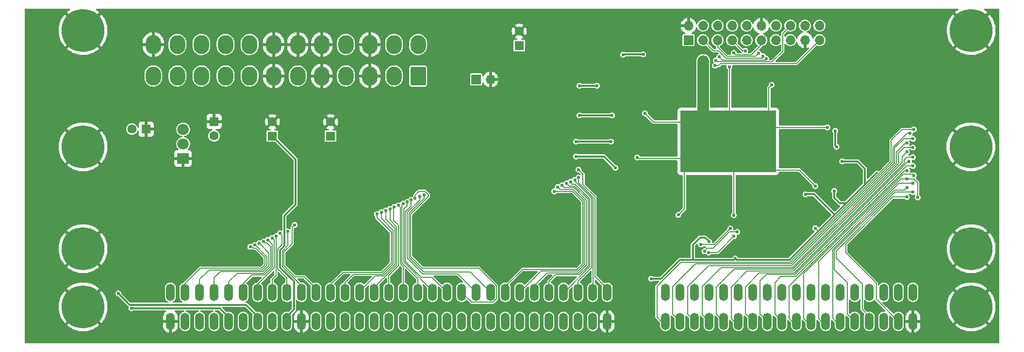
<source format=gbr>
%TF.GenerationSoftware,KiCad,Pcbnew,(7.0.0)*%
%TF.CreationDate,2023-08-01T12:05:37+01:00*%
%TF.ProjectId,disappointment,64697361-7070-46f6-996e-746d656e742e,rev?*%
%TF.SameCoordinates,Original*%
%TF.FileFunction,Copper,L2,Bot*%
%TF.FilePolarity,Positive*%
%FSLAX46Y46*%
G04 Gerber Fmt 4.6, Leading zero omitted, Abs format (unit mm)*
G04 Created by KiCad (PCBNEW (7.0.0)) date 2023-08-01 12:05:37*
%MOMM*%
%LPD*%
G01*
G04 APERTURE LIST*
G04 Aperture macros list*
%AMRoundRect*
0 Rectangle with rounded corners*
0 $1 Rounding radius*
0 $2 $3 $4 $5 $6 $7 $8 $9 X,Y pos of 4 corners*
0 Add a 4 corners polygon primitive as box body*
4,1,4,$2,$3,$4,$5,$6,$7,$8,$9,$2,$3,0*
0 Add four circle primitives for the rounded corners*
1,1,$1+$1,$2,$3*
1,1,$1+$1,$4,$5*
1,1,$1+$1,$6,$7*
1,1,$1+$1,$8,$9*
0 Add four rect primitives between the rounded corners*
20,1,$1+$1,$2,$3,$4,$5,0*
20,1,$1+$1,$4,$5,$6,$7,0*
20,1,$1+$1,$6,$7,$8,$9,0*
20,1,$1+$1,$8,$9,$2,$3,0*%
G04 Aperture macros list end*
%TA.AperFunction,ComponentPad*%
%ADD10C,7.500000*%
%TD*%
%TA.AperFunction,ComponentPad*%
%ADD11R,1.600000X1.600000*%
%TD*%
%TA.AperFunction,ComponentPad*%
%ADD12C,1.600000*%
%TD*%
%TA.AperFunction,ComponentPad*%
%ADD13R,1.700000X1.700000*%
%TD*%
%TA.AperFunction,ComponentPad*%
%ADD14O,1.700000X1.700000*%
%TD*%
%TA.AperFunction,ComponentPad*%
%ADD15O,1.500000X3.000000*%
%TD*%
%TA.AperFunction,ComponentPad*%
%ADD16R,2.000000X1.905000*%
%TD*%
%TA.AperFunction,ComponentPad*%
%ADD17O,2.000000X1.905000*%
%TD*%
%TA.AperFunction,ComponentPad*%
%ADD18RoundRect,0.250001X1.099999X1.399999X-1.099999X1.399999X-1.099999X-1.399999X1.099999X-1.399999X0*%
%TD*%
%TA.AperFunction,ComponentPad*%
%ADD19O,2.700000X3.300000*%
%TD*%
%TA.AperFunction,ViaPad*%
%ADD20C,0.800000*%
%TD*%
%TA.AperFunction,ViaPad*%
%ADD21C,0.600000*%
%TD*%
%TA.AperFunction,Conductor*%
%ADD22C,0.304800*%
%TD*%
%TA.AperFunction,Conductor*%
%ADD23C,0.203200*%
%TD*%
%TA.AperFunction,Conductor*%
%ADD24C,2.000000*%
%TD*%
%TA.AperFunction,Conductor*%
%ADD25C,0.152400*%
%TD*%
%TA.AperFunction,Conductor*%
%ADD26C,0.254000*%
%TD*%
G04 APERTURE END LIST*
D10*
%TO.P,,1*%
%TO.N,GND*%
X224049200Y-103710000D03*
%TD*%
D11*
%TO.P,C15,1*%
%TO.N,GND*%
X80169511Y-100611199D03*
D12*
%TO.P,C15,2*%
%TO.N,-12V*%
X77669512Y-100611200D03*
%TD*%
D10*
%TO.P,,1*%
%TO.N,GND*%
X69160000Y-131650000D03*
%TD*%
D11*
%TO.P,C16,1*%
%TO.N,+3.3V*%
X145258399Y-86017512D03*
D12*
%TO.P,C16,2*%
%TO.N,GND*%
X145258400Y-83517513D03*
%TD*%
D11*
%TO.P,C19,1*%
%TO.N,+12V*%
X102179999Y-101830399D03*
D12*
%TO.P,C19,2*%
%TO.N,GND*%
X102180000Y-99330400D03*
%TD*%
D10*
%TO.P,,1*%
%TO.N,GND*%
X69160000Y-103710000D03*
%TD*%
D13*
%TO.P,J3,1,Pin_1*%
%TO.N,/PCICLK*%
X174778199Y-85094999D03*
D14*
%TO.P,J3,2,Pin_2*%
%TO.N,GND*%
X174778199Y-82554999D03*
%TO.P,J3,3,Pin_3*%
%TO.N,/LFRAME#*%
X177318199Y-85094999D03*
%TO.P,J3,4,Pin_4*%
%TO.N,unconnected-(J3-Pin_4-Pad4)*%
X177318199Y-82554999D03*
%TO.P,J3,5,Pin_5*%
%TO.N,/PCIRST#*%
X179858199Y-85094999D03*
%TO.P,J3,6,Pin_6*%
%TO.N,unconnected-(J3-Pin_6-Pad6)*%
X179858199Y-82554999D03*
%TO.P,J3,7,Pin_7*%
%TO.N,/LAD3*%
X182398199Y-85094999D03*
%TO.P,J3,8,Pin_8*%
%TO.N,/LAD2*%
X182398199Y-82554999D03*
%TO.P,J3,9,Pin_9*%
%TO.N,unconnected-(J3-Pin_9-Pad9)*%
X184938199Y-85094999D03*
%TO.P,J3,10,Pin_10*%
%TO.N,/LAD1*%
X184938199Y-82554999D03*
%TO.P,J3,11,Pin_11*%
%TO.N,/LAD0*%
X187478199Y-85094999D03*
%TO.P,J3,12,Pin_12*%
%TO.N,GND*%
X187478199Y-82554999D03*
%TO.P,J3,13,Pin_13*%
%TO.N,unconnected-(J3-Pin_13-Pad13)*%
X190018199Y-85094999D03*
%TO.P,J3,14,Pin_14*%
%TO.N,unconnected-(J3-Pin_14-Pad14)*%
X190018199Y-82554999D03*
%TO.P,J3,15,Pin_15*%
%TO.N,unconnected-(J3-Pin_15-Pad15)*%
X192558199Y-85094999D03*
%TO.P,J3,16,Pin_16*%
%TO.N,/SERIRQ*%
X192558199Y-82554999D03*
%TO.P,J3,17,Pin_17*%
%TO.N,GND*%
X195098199Y-85094999D03*
%TO.P,J3,18,Pin_18*%
%TO.N,unconnected-(J3-Pin_18-Pad18)*%
X195098199Y-82554999D03*
%TO.P,J3,19,Pin_19*%
%TO.N,/PWRDN#*%
X197638199Y-85094999D03*
%TO.P,J3,20,Pin_20*%
%TO.N,/LDRQ#*%
X197638199Y-82554999D03*
%TD*%
D10*
%TO.P,REF\u002A\u002A,1*%
%TO.N,GND*%
X69160000Y-121490000D03*
%TD*%
%TO.P,,1*%
%TO.N,GND*%
X224100000Y-83390000D03*
%TD*%
%TO.P,,1*%
%TO.N,GND*%
X69160000Y-83390000D03*
%TD*%
D15*
%TO.P,J1,1,GND*%
%TO.N,GND*%
X84399999Y-134189999D03*
%TO.P,J1,2,RESET*%
%TO.N,/RSTDRV*%
X86939999Y-134189999D03*
%TO.P,J1,3,+5V*%
%TO.N,+5V*%
X89479999Y-134189999D03*
%TO.P,J1,4,IRQ2*%
%TO.N,/IRQ9*%
X92019999Y-134189999D03*
%TO.P,J1,5,-5V*%
%TO.N,-5V*%
X94559999Y-134189999D03*
%TO.P,J1,6,DRQ2*%
%TO.N,/DRQ2*%
X97099999Y-134189999D03*
%TO.P,J1,7,-12V*%
%TO.N,-12V*%
X99639999Y-134189999D03*
%TO.P,J1,8,UNUSED*%
%TO.N,/OWS#*%
X102179999Y-134189999D03*
%TO.P,J1,9,+12V*%
%TO.N,+12V*%
X104719999Y-134189999D03*
%TO.P,J1,10,GND*%
%TO.N,GND*%
X107259999Y-134189999D03*
%TO.P,J1,11,~{SMEMW}*%
%TO.N,/SMEMW#*%
X109799999Y-134189999D03*
%TO.P,J1,12,~{SMEMR}*%
%TO.N,/SMEMR#*%
X112339999Y-134189999D03*
%TO.P,J1,13,~{IOW}*%
%TO.N,/IOW#*%
X114879999Y-134189999D03*
%TO.P,J1,14,~{IOR}*%
%TO.N,/IOR#*%
X117419999Y-134189999D03*
%TO.P,J1,15,~{DACK3}*%
%TO.N,/DACK3#*%
X119959999Y-134189999D03*
%TO.P,J1,16,DRQ3*%
%TO.N,/DRQ3*%
X122499999Y-134189999D03*
%TO.P,J1,17,~{DACK1}*%
%TO.N,/DACK1*%
X125039999Y-134189999D03*
%TO.P,J1,18,DRQ1*%
%TO.N,/DRQ1*%
X127579999Y-134189999D03*
%TO.P,J1,19,~{REFRESH}*%
%TO.N,/REFRESH#*%
X130119999Y-134189999D03*
%TO.P,J1,20,CLK*%
%TO.N,/SYSCLK*%
X132659999Y-134189999D03*
%TO.P,J1,21,IRQ7*%
%TO.N,/IRQ7*%
X135199999Y-134189999D03*
%TO.P,J1,22,IRQ6*%
%TO.N,/IRQ6*%
X137739999Y-134189999D03*
%TO.P,J1,23,IRQ5*%
%TO.N,/IRQ5*%
X140279999Y-134189999D03*
%TO.P,J1,24,IRQ4*%
%TO.N,/IRQ4*%
X142819999Y-134189999D03*
%TO.P,J1,25,IRQ3*%
%TO.N,/IRQ3*%
X145359999Y-134189999D03*
%TO.P,J1,26,~{DACK2}*%
%TO.N,/DACK2#*%
X147899999Y-134189999D03*
%TO.P,J1,27,TC*%
%TO.N,/TC*%
X150439999Y-134189999D03*
%TO.P,J1,28,ALE*%
%TO.N,/BALE*%
X152979999Y-134189999D03*
%TO.P,J1,29,VCC*%
%TO.N,+5V*%
X155519999Y-134189999D03*
%TO.P,J1,30,OSC*%
%TO.N,unconnected-(J1-OSC-Pad30)*%
X158059999Y-134189999D03*
%TO.P,J1,31,GND*%
%TO.N,GND*%
X160599999Y-134189999D03*
%TO.P,J1,32,IO*%
%TO.N,/IOCHCK#*%
X84399999Y-129109999D03*
%TO.P,J1,33,DB7*%
%TO.N,/SD7*%
X86939999Y-129109999D03*
%TO.P,J1,34,DB6*%
%TO.N,/SD6*%
X89479999Y-129109999D03*
%TO.P,J1,35,DB5*%
%TO.N,/SD5*%
X92019999Y-129109999D03*
%TO.P,J1,36,DB4*%
%TO.N,/SD4*%
X94559999Y-129109999D03*
%TO.P,J1,37,DB3*%
%TO.N,/SD3*%
X97099999Y-129109999D03*
%TO.P,J1,38,DB2*%
%TO.N,/SD2*%
X99639999Y-129109999D03*
%TO.P,J1,39,DB1*%
%TO.N,/SD1*%
X102179999Y-129109999D03*
%TO.P,J1,40,DB0*%
%TO.N,/SD0*%
X104719999Y-129109999D03*
%TO.P,J1,41,IO_READY*%
%TO.N,/IOCHRDY*%
X107259999Y-129109999D03*
%TO.P,J1,42,AEN*%
%TO.N,/AEN*%
X109799999Y-129109999D03*
%TO.P,J1,43,BA19*%
%TO.N,/SA19*%
X112339999Y-129109999D03*
%TO.P,J1,44,BA18*%
%TO.N,/SA18*%
X114879999Y-129109999D03*
%TO.P,J1,45,BA17*%
%TO.N,/SA17*%
X117419999Y-129109999D03*
%TO.P,J1,46,BA16*%
%TO.N,/SA16*%
X119959999Y-129109999D03*
%TO.P,J1,47,BA15*%
%TO.N,/SA15*%
X122499999Y-129109999D03*
%TO.P,J1,48,BA14*%
%TO.N,/SA14*%
X125039999Y-129109999D03*
%TO.P,J1,49,BA13*%
%TO.N,/SA13*%
X127579999Y-129109999D03*
%TO.P,J1,50,BA12*%
%TO.N,/SA12*%
X130119999Y-129109999D03*
%TO.P,J1,51,BA11*%
%TO.N,/SA11*%
X132659999Y-129109999D03*
%TO.P,J1,52,BA10*%
%TO.N,/SA10*%
X135199999Y-129109999D03*
%TO.P,J1,53,BA09*%
%TO.N,/SA9*%
X137739999Y-129109999D03*
%TO.P,J1,54,BA08*%
%TO.N,/SA8*%
X140279999Y-129109999D03*
%TO.P,J1,55,BA07*%
%TO.N,/SA7*%
X142819999Y-129109999D03*
%TO.P,J1,56,BA06*%
%TO.N,/SA6*%
X145359999Y-129109999D03*
%TO.P,J1,57,BA05*%
%TO.N,/SA5*%
X147899999Y-129109999D03*
%TO.P,J1,58,BA04*%
%TO.N,/SA4*%
X150439999Y-129109999D03*
%TO.P,J1,59,BA03*%
%TO.N,/SA3*%
X152979999Y-129109999D03*
%TO.P,J1,60,BA02*%
%TO.N,/SA2*%
X155519999Y-129109999D03*
%TO.P,J1,61,BA01*%
%TO.N,/SA1*%
X158059999Y-129109999D03*
%TO.P,J1,62,BA00*%
%TO.N,/SA0*%
X160599999Y-129109999D03*
%TO.P,J1,63,~{MEMCS16}*%
%TO.N,/MEMCS16#*%
X170759999Y-134189999D03*
%TO.P,J1,64,~{IOCS16}*%
%TO.N,/IOCS16#*%
X173299999Y-134189999D03*
%TO.P,J1,65,IRQ10*%
%TO.N,/IRQ10*%
X175839999Y-134189999D03*
%TO.P,J1,66,IRQ11*%
%TO.N,/IRQ11*%
X178379999Y-134189999D03*
%TO.P,J1,67,IRQ12*%
%TO.N,/IRQ12*%
X180919999Y-134189999D03*
%TO.P,J1,68,IRQ15*%
%TO.N,/IRQ15*%
X183459999Y-134189999D03*
%TO.P,J1,69,IRQ14*%
%TO.N,/IRQ14*%
X185999999Y-134189999D03*
%TO.P,J1,70,~{DACK0}*%
%TO.N,/DACK0#*%
X188539999Y-134189999D03*
%TO.P,J1,71,DRQ0*%
%TO.N,/DRQ0*%
X191079999Y-134189999D03*
%TO.P,J1,72,~{DACK5}*%
%TO.N,/DACK5#*%
X193619999Y-134189999D03*
%TO.P,J1,73,DRQ5*%
%TO.N,/DRQ5*%
X196159999Y-134189999D03*
%TO.P,J1,74,~{DACK6}*%
%TO.N,/DACK6#{slash}HEFRAS*%
X198699999Y-134189999D03*
%TO.P,J1,75,DRQ6*%
%TO.N,/DRQ6*%
X201239999Y-134189999D03*
%TO.P,J1,76,~{DACK7}*%
%TO.N,/DACK7#{slash}RTCEN#*%
X203779999Y-134189999D03*
%TO.P,J1,77,DRQ7*%
%TO.N,/DRQ7*%
X206319999Y-134189999D03*
%TO.P,J1,78,+5V*%
%TO.N,+5V*%
X208859999Y-134189999D03*
%TO.P,J1,79,MASTER*%
%TO.N,/MASTER#*%
X211399999Y-134189999D03*
%TO.P,J1,80,GND*%
%TO.N,GND*%
X213939999Y-134189999D03*
%TO.P,J1,81,SBHE*%
%TO.N,/SBHE#*%
X170759999Y-129109999D03*
%TO.P,J1,82,LA23*%
%TO.N,/LA23*%
X173299999Y-129109999D03*
%TO.P,J1,83,LA22*%
%TO.N,/LA22*%
X175839999Y-129109999D03*
%TO.P,J1,84,LA21*%
%TO.N,/LA21*%
X178379999Y-129109999D03*
%TO.P,J1,85,LA20*%
%TO.N,/LA20*%
X180919999Y-129109999D03*
%TO.P,J1,86,LA19*%
%TO.N,/LA19{slash}GP23*%
X183459999Y-129109999D03*
%TO.P,J1,87,LA18*%
%TO.N,/LA18{slash}GP22*%
X185999999Y-129109999D03*
%TO.P,J1,88,LA17*%
%TO.N,/LA17{slash}GP21*%
X188539999Y-129109999D03*
%TO.P,J1,89,~{MEMR}*%
%TO.N,/MEMR#*%
X191079999Y-129109999D03*
%TO.P,J1,90,~{MEMW}*%
%TO.N,/MEMW#*%
X193619999Y-129109999D03*
%TO.P,J1,91,D8*%
%TO.N,/SD8*%
X196159999Y-129109999D03*
%TO.P,J1,92,D9*%
%TO.N,/SD9*%
X198699999Y-129109999D03*
%TO.P,J1,93,D10*%
%TO.N,/SD10*%
X201239999Y-129109999D03*
%TO.P,J1,94,D11*%
%TO.N,/SD11*%
X203779999Y-129109999D03*
%TO.P,J1,95,D12*%
%TO.N,/SD12*%
X206319999Y-129109999D03*
%TO.P,J1,96,D13*%
%TO.N,/SD13*%
X208859999Y-129109999D03*
%TO.P,J1,97,D14*%
%TO.N,/SD14*%
X211399999Y-129109999D03*
%TO.P,J1,98,D15*%
%TO.N,/SD15*%
X213939999Y-129109999D03*
%TD*%
D10*
%TO.P,,1*%
%TO.N,GND*%
X224100000Y-131650000D03*
%TD*%
D11*
%TO.P,C17,1*%
%TO.N,GND*%
X92019999Y-99290399D03*
D12*
%TO.P,C17,2*%
%TO.N,-5V*%
X92020000Y-101790400D03*
%TD*%
D13*
%TO.P,J2,1,Pin_1*%
%TO.N,Net-(J2-Pin_1)*%
X137734999Y-91947999D03*
D14*
%TO.P,J2,2,Pin_2*%
%TO.N,GND*%
X140274999Y-91947999D03*
%TD*%
D11*
%TO.P,C18,1*%
%TO.N,+5V*%
X112339999Y-101830399D03*
D12*
%TO.P,C18,2*%
%TO.N,GND*%
X112340000Y-99330400D03*
%TD*%
D10*
%TO.P,,1*%
%TO.N,GND*%
X224100000Y-121490000D03*
%TD*%
D16*
%TO.P,U2,1,GND*%
%TO.N,GND*%
X86614999Y-105741999D03*
D17*
%TO.P,U2,2,VI*%
%TO.N,-12V*%
X86614999Y-103201999D03*
%TO.P,U2,3,VO*%
%TO.N,-5V*%
X86614999Y-100661999D03*
%TD*%
D18*
%TO.P,J5,1,+3.3V*%
%TO.N,Net-(F4-Pad1)*%
X127616800Y-91337200D03*
D19*
%TO.P,J5,2,+3.3V*%
X123416799Y-91337199D03*
%TO.P,J5,3,GND*%
%TO.N,GND*%
X119216799Y-91337199D03*
%TO.P,J5,4,+5V*%
%TO.N,Net-(F2-Pad1)*%
X115016799Y-91337199D03*
%TO.P,J5,5,GND*%
%TO.N,GND*%
X110816799Y-91337199D03*
%TO.P,J5,6,+5V*%
%TO.N,Net-(F2-Pad1)*%
X106616799Y-91337199D03*
%TO.P,J5,7,GND*%
%TO.N,GND*%
X102416799Y-91337199D03*
%TO.P,J5,8,PWR_OK*%
%TO.N,unconnected-(J5-PWR_OK-Pad8)*%
X98216799Y-91337199D03*
%TO.P,J5,9,+5VSB*%
%TO.N,unconnected-(J5-+5VSB-Pad9)*%
X94016799Y-91337199D03*
%TO.P,J5,10,+12V*%
%TO.N,Net-(F1-Pad1)*%
X89816799Y-91337199D03*
%TO.P,J5,11,+12V*%
X85616799Y-91337199D03*
%TO.P,J5,12,+3.3V*%
%TO.N,Net-(F4-Pad1)*%
X81416799Y-91337199D03*
%TO.P,J5,13,+3.3V*%
X127616799Y-85837199D03*
%TO.P,J5,14,-12V*%
%TO.N,Net-(J5--12V)*%
X123416799Y-85837199D03*
%TO.P,J5,15,GND*%
%TO.N,GND*%
X119216799Y-85837199D03*
%TO.P,J5,16,PS_ON#*%
%TO.N,Net-(J2-Pin_1)*%
X115016799Y-85837199D03*
%TO.P,J5,17,GND*%
%TO.N,GND*%
X110816799Y-85837199D03*
%TO.P,J5,18,GND*%
X106616799Y-85837199D03*
%TO.P,J5,19,GND*%
X102416799Y-85837199D03*
%TO.P,J5,20,-5V*%
%TO.N,unconnected-(J5--5V-Pad20)*%
X98216799Y-85837199D03*
%TO.P,J5,21,+5V*%
%TO.N,Net-(F2-Pad1)*%
X94016799Y-85837199D03*
%TO.P,J5,22,+5V*%
X89816799Y-85837199D03*
%TO.P,J5,23,+5V*%
X85616799Y-85837199D03*
%TO.P,J5,24,GND*%
%TO.N,GND*%
X81416799Y-85837199D03*
%TD*%
D20*
%TO.N,GND*%
X112250000Y-110500000D03*
X143750000Y-106000000D03*
X142500000Y-104250000D03*
X146750000Y-87750000D03*
X160500000Y-87250000D03*
X148250000Y-109500000D03*
D21*
%TO.N,+3.3V*%
X181936000Y-89740000D03*
X182698000Y-115648000D03*
X165857800Y-105564200D03*
X172995200Y-115597200D03*
X199004800Y-100302800D03*
X189302000Y-92889600D03*
X167204000Y-97868000D03*
X177364000Y-88470000D03*
X196922000Y-110568000D03*
%TO.N,GND*%
X160193600Y-116816400D03*
X190622800Y-122682000D03*
X172538000Y-100357200D03*
X126970400Y-122607600D03*
X199004800Y-97102400D03*
X200986000Y-112219000D03*
D20*
X104085000Y-110490000D03*
D21*
X181936000Y-109298000D03*
X218816800Y-118414800D03*
D20*
X91250000Y-108585000D03*
D21*
X179142000Y-96344000D03*
X165807000Y-135968000D03*
D20*
X99233600Y-123369600D03*
D21*
X208606000Y-106631000D03*
X204923000Y-108028000D03*
X174824000Y-109298000D03*
X175586000Y-96344000D03*
X181174000Y-96344000D03*
X172411000Y-96471000D03*
X188032000Y-96344000D03*
D20*
X89480000Y-116205000D03*
D21*
X189454400Y-96394800D03*
X198954000Y-115394000D03*
X205431000Y-106504000D03*
X190826000Y-109348800D03*
X173300000Y-109044000D03*
D20*
X81500000Y-108750000D03*
D21*
X186407888Y-90425488D03*
X172538000Y-102313000D03*
X199462000Y-112219000D03*
X198700000Y-106375200D03*
X179192800Y-116281200D03*
X172538000Y-104980000D03*
X170201200Y-114452400D03*
X209495000Y-114632000D03*
X191130800Y-107012000D03*
D20*
X92020000Y-118745000D03*
D21*
X173757200Y-89994000D03*
X219172400Y-104929200D03*
X191130800Y-99442800D03*
X172385600Y-106605600D03*
X187381200Y-109348800D03*
X155164400Y-116968800D03*
X208606000Y-119585000D03*
X167966000Y-135841000D03*
X185619000Y-96344000D03*
X167356400Y-112244400D03*
D20*
X78685000Y-108585000D03*
D21*
X167153200Y-109751600D03*
X182698000Y-96344000D03*
X183510800Y-109348800D03*
X172385600Y-98680800D03*
D20*
X120595000Y-110500000D03*
D21*
X165781600Y-102131600D03*
X200351000Y-114505000D03*
X191080000Y-103964000D03*
D20*
X166289600Y-95175600D03*
D21*
X122246000Y-122912400D03*
X215057600Y-118950000D03*
X178253000Y-109298000D03*
X191080000Y-101170000D03*
D20*
X104948600Y-123801400D03*
D21*
X204161000Y-119585000D03*
%TO.N,+5V*%
X200376400Y-100912400D03*
X195194800Y-112014000D03*
X182913000Y-123229000D03*
X168258400Y-126758400D03*
X200605000Y-103710000D03*
X155147000Y-105386400D03*
X161260400Y-102795600D03*
X161412800Y-98223600D03*
X155774000Y-98223600D03*
X155774000Y-93042000D03*
X200224000Y-111428000D03*
X201595600Y-106246400D03*
X163394000Y-87630000D03*
X196922000Y-117934000D03*
X166899200Y-87555600D03*
X158822000Y-93042000D03*
X178371065Y-120250700D03*
X162022400Y-107367600D03*
X155147000Y-102795600D03*
%TO.N,-5V*%
X77592801Y-131904001D03*
%TO.N,-12V*%
X75306800Y-129313200D03*
%TO.N,/DRQ5*%
X214089924Y-108692005D03*
%TO.N,/DACK5#*%
X212912430Y-107833838D03*
%TO.N,/DRQ0*%
X213941497Y-107034105D03*
%TO.N,/DACK0#*%
X213228800Y-106300800D03*
%TO.N,/IRQ14*%
X213941497Y-105510105D03*
%TO.N,/IRQ15*%
X212874697Y-104595705D03*
%TO.N,/IRQ12*%
X213941497Y-103833705D03*
%TO.N,/IRQ11*%
X212874697Y-103071705D03*
%TO.N,/IRQ10*%
X213941497Y-102309705D03*
%TO.N,/IOCS16#*%
X213393213Y-101327127D03*
%TO.N,/MEMCS16#*%
X214075153Y-100662991D03*
%TO.N,/LFRAME#*%
X187778000Y-87860400D03*
%TO.N,/PCIRST#*%
X187016000Y-87403200D03*
%TO.N,/LAD3*%
X184730000Y-86946000D03*
%TO.N,/LAD0*%
X182698000Y-87325200D03*
%TO.N,/LDRQ#*%
X188387600Y-88321100D03*
X180158000Y-88012800D03*
%TO.N,/SERIRQ*%
X179548400Y-88622400D03*
%TO.N,/PWRDN#*%
X179396000Y-89536800D03*
%TO.N,/SA0*%
X155610000Y-107690000D03*
%TO.N,/SA1*%
X155602080Y-109068732D03*
%TO.N,/SA2*%
X154960000Y-109460000D03*
%TO.N,/SA3*%
X154210000Y-109818785D03*
%TO.N,/SA4*%
X153480000Y-110090000D03*
%TO.N,/SA5*%
X152690990Y-110428385D03*
%TO.N,/SA6*%
X151944900Y-110733185D03*
%TO.N,/SA7*%
X151370000Y-111480000D03*
%TO.N,/SA8*%
X128646800Y-112095500D03*
%TO.N,/SA9*%
X127874562Y-112400300D03*
%TO.N,/SA10*%
X127091742Y-112698417D03*
%TO.N,/SA11*%
X126399336Y-112991558D03*
%TO.N,/SA12*%
X125720412Y-113314700D03*
%TO.N,/SA13*%
X124989200Y-113619500D03*
%TO.N,/SA14*%
X124139987Y-113924300D03*
%TO.N,/SA15*%
X123388087Y-114223598D03*
%TO.N,/SA16*%
X122703200Y-114533900D03*
%TO.N,/SA17*%
X121941200Y-114838700D03*
%TO.N,/SA18*%
X121179200Y-115143500D03*
%TO.N,/SA19*%
X120417200Y-115448300D03*
%TO.N,/AEN*%
X106091600Y-117355100D03*
%TO.N,/IOCHRDY*%
X104867100Y-118491593D03*
%TO.N,/SD0*%
X103508578Y-118807809D03*
%TO.N,/SD1*%
X102816380Y-119335909D03*
%TO.N,/SD2*%
X102129200Y-119641100D03*
%TO.N,/SD3*%
X101367200Y-119945900D03*
%TO.N,/SD4*%
X100614333Y-120250700D03*
%TO.N,/SD5*%
X99843200Y-120555500D03*
%TO.N,/SD6*%
X99114727Y-120860300D03*
%TO.N,/SD7*%
X98319200Y-121165100D03*
%TO.N,/DACK1*%
X182074800Y-117971200D03*
X176957600Y-120778800D03*
%TO.N,/REFRESH#*%
X177567200Y-121940900D03*
X183307600Y-118567200D03*
%TO.N,/SYSCLK*%
X178288461Y-122153364D03*
X182698000Y-119329200D03*
%TO.N,/MASTER#*%
X212873200Y-112471200D03*
%TO.N,/DRQ7*%
X213941497Y-111606105D03*
%TO.N,/DACK7#{slash}RTCEN#*%
X212874697Y-110862605D03*
%TO.N,/DRQ6*%
X213941497Y-110082105D03*
%TO.N,/DACK6#{slash}HEFRAS*%
X214752800Y-112549200D03*
X212874697Y-109320105D03*
%TD*%
D22*
%TO.N,+5V*%
X175367482Y-123459318D02*
X175535200Y-123291600D01*
X170005584Y-126758400D02*
X173304666Y-123459318D01*
X173304666Y-123459318D02*
X175367482Y-123459318D01*
X168258400Y-126758400D02*
X170005584Y-126758400D01*
D23*
%TO.N,+3.3V*%
X181936000Y-89740000D02*
X181936000Y-98884000D01*
X196922000Y-110568000D02*
X194128000Y-107774000D01*
X182698000Y-115648000D02*
X182698000Y-108028000D01*
D24*
X177364000Y-98376000D02*
X177364000Y-88724000D01*
D23*
X189153200Y-100302800D02*
X189048000Y-100408000D01*
X174062000Y-114530400D02*
X172995200Y-115597200D01*
X166035600Y-105742000D02*
X165857800Y-105564200D01*
X188794000Y-98376000D02*
X188794000Y-93397600D01*
X194128000Y-107774000D02*
X189810000Y-107774000D01*
X174062000Y-108028000D02*
X174062000Y-114530400D01*
X199004800Y-100302800D02*
X189153200Y-100302800D01*
X188794000Y-93397600D02*
X189302000Y-92889600D01*
X167204000Y-97868000D02*
X168728000Y-99392000D01*
X168728000Y-99392000D02*
X174062000Y-99392000D01*
X174062000Y-105742000D02*
X166035600Y-105742000D01*
D22*
%TO.N,+5V*%
X155147000Y-102795600D02*
X161260400Y-102795600D01*
X175535200Y-123291600D02*
X175687600Y-123444000D01*
X160041200Y-105386400D02*
X162022400Y-107367600D01*
X192385302Y-123459318D02*
X183143318Y-123459318D01*
X200527810Y-115316810D02*
X202305810Y-113538810D01*
X201162810Y-113538810D02*
X200224000Y-112600000D01*
X182698000Y-123444000D02*
X182913000Y-123229000D01*
X205544310Y-107506310D02*
X205544310Y-110300310D01*
X155774000Y-93042000D02*
X158822000Y-93042000D01*
X177679965Y-119559600D02*
X178371065Y-120250700D01*
X202305810Y-113538810D02*
X201162810Y-113538810D01*
X200261110Y-115583510D02*
X200261110Y-115558110D01*
X200605000Y-103710000D02*
X200376400Y-103481400D01*
X175535200Y-120829600D02*
X176805200Y-119559600D01*
X200527810Y-115316810D02*
X200261110Y-115583510D01*
X201595600Y-106246400D02*
X204284400Y-106246400D01*
X204284400Y-106246400D02*
X205544310Y-107506310D01*
X202305810Y-113538810D02*
X205544310Y-110300310D01*
X163394000Y-87630000D02*
X163468400Y-87555600D01*
X176805200Y-119559600D02*
X177679965Y-119559600D01*
X195145800Y-111965000D02*
X195194800Y-112014000D01*
X183143318Y-123459318D02*
X182913000Y-123229000D01*
X197416310Y-118428310D02*
X200527810Y-115316810D01*
X155147000Y-105386400D02*
X160041200Y-105386400D01*
X200376400Y-103481400D02*
X200376400Y-100912400D01*
D25*
X196922000Y-117934000D02*
X197416310Y-118428310D01*
D22*
X163468400Y-87555600D02*
X166899200Y-87555600D01*
X161412800Y-98223600D02*
X155774000Y-98223600D01*
X175535200Y-123291600D02*
X175535200Y-120829600D01*
X196668000Y-111965000D02*
X195145800Y-111965000D01*
X175687600Y-123444000D02*
X182698000Y-123444000D01*
X200261110Y-115558110D02*
X196668000Y-111965000D01*
X200224000Y-112600000D02*
X200224000Y-111428000D01*
X205544310Y-110300310D02*
X207639810Y-108204810D01*
X197416310Y-118428310D02*
X192385302Y-123459318D01*
%TO.N,-5V*%
X94560000Y-133478800D02*
X92985201Y-131904001D01*
D26*
X94560000Y-134190000D02*
X94560000Y-132842000D01*
D22*
X92985201Y-131904001D02*
X77592801Y-131904001D01*
X94560000Y-134190000D02*
X94560000Y-133478800D01*
%TO.N,-12V*%
X99640000Y-133326400D02*
X97608000Y-131294400D01*
X77288000Y-131294400D02*
X75306800Y-129313200D01*
X97608000Y-131294400D02*
X77288000Y-131294400D01*
X99640000Y-134190000D02*
X99640000Y-133326400D01*
%TO.N,+12V*%
X104262800Y-115749600D02*
X106244000Y-113768400D01*
X105939200Y-127179600D02*
X103526200Y-124766599D01*
X103526200Y-124766599D02*
X103526200Y-121738584D01*
X104262800Y-121001984D02*
X104262800Y-115749600D01*
X106244000Y-113768400D02*
X106244000Y-105894400D01*
D26*
X104720000Y-133350000D02*
X104720000Y-134190000D01*
D22*
X106244000Y-105894400D02*
X102180000Y-101830400D01*
X105939200Y-132130800D02*
X105939200Y-127179600D01*
X104720000Y-133350000D02*
X105939200Y-132130800D01*
X103526200Y-121738584D02*
X104262800Y-121001984D01*
D25*
%TO.N,/DRQ5*%
X194890000Y-125828692D02*
X212209892Y-108508800D01*
X213906719Y-108508800D02*
X214089924Y-108692005D01*
X212209892Y-108508800D02*
X213906719Y-108508800D01*
X195410000Y-134190000D02*
X194890000Y-133670000D01*
X194890000Y-133670000D02*
X194890000Y-125828692D01*
X196160000Y-134190000D02*
X195410000Y-134190000D01*
%TO.N,/DACK5#*%
X192870000Y-134190000D02*
X192299200Y-133619200D01*
X192299200Y-133619200D02*
X192299200Y-127989146D01*
X193620000Y-134190000D02*
X192870000Y-134190000D01*
X192299200Y-127989146D02*
X212454508Y-107833838D01*
X212454508Y-107833838D02*
X212912430Y-107833838D01*
%TO.N,/DRQ0*%
X189860800Y-132970800D02*
X189860800Y-127406400D01*
X190927600Y-126339600D02*
X193518400Y-126339600D01*
X212823895Y-107034105D02*
X213941497Y-107034105D01*
X191080000Y-134190000D02*
X189860800Y-132970800D01*
X189860800Y-127406400D02*
X190927600Y-126339600D01*
X193518400Y-126339600D02*
X212823895Y-107034105D01*
%TO.N,/DACK0#*%
X193366000Y-126034800D02*
X213100000Y-106300800D01*
X188540000Y-134190000D02*
X187270000Y-132920000D01*
X187270000Y-127101600D02*
X188336800Y-126034800D01*
X187270000Y-132920000D02*
X187270000Y-127101600D01*
X213100000Y-106300800D02*
X213228800Y-106300800D01*
X188336800Y-126034800D02*
X193366000Y-126034800D01*
%TO.N,/IRQ14*%
X187108877Y-125730000D02*
X193239748Y-125730000D01*
X184679200Y-128159677D02*
X187108877Y-125730000D01*
X212909052Y-105510105D02*
X213941497Y-105510105D01*
X184679200Y-132869200D02*
X184679200Y-128159677D01*
X212394600Y-106024557D02*
X212909052Y-105510105D01*
X186000000Y-134190000D02*
X184679200Y-132869200D01*
X212394600Y-106575148D02*
X212394600Y-106024557D01*
X193239748Y-125730000D02*
X212394600Y-106575148D01*
%TO.N,/IRQ15*%
X193113496Y-125425200D02*
X212061148Y-106477548D01*
X183460000Y-134190000D02*
X182710000Y-134190000D01*
X184984000Y-125443330D02*
X185002130Y-125425200D01*
X182710000Y-134190000D02*
X182240800Y-133720800D01*
X184984000Y-125443330D02*
X185004625Y-125422705D01*
X182240800Y-133720800D02*
X182240800Y-128186531D01*
X185002130Y-125425200D02*
X193113496Y-125425200D01*
X212061148Y-105409254D02*
X212874697Y-104595705D01*
X182240800Y-128186531D02*
X184984000Y-125443330D01*
X212061148Y-106477548D02*
X212061148Y-105409254D01*
%TO.N,/IRQ12*%
X182779962Y-125083422D02*
X179650000Y-128213385D01*
X211388422Y-104811978D02*
X211388422Y-106719222D01*
X179650000Y-132920000D02*
X180920000Y-134190000D01*
X213941497Y-103833705D02*
X212366695Y-103833705D01*
X193024222Y-125083422D02*
X182779962Y-125083422D01*
X179650000Y-128213385D02*
X179650000Y-132920000D01*
X211388422Y-106719222D02*
X193024222Y-125083422D01*
X212366695Y-103833705D02*
X211388422Y-104811978D01*
%TO.N,/IRQ11*%
X211083622Y-104685726D02*
X212697643Y-103071705D01*
X180520816Y-124778622D02*
X192897970Y-124778622D01*
X177211600Y-128087839D02*
X180520816Y-124778622D01*
X177211600Y-133021600D02*
X177211600Y-128087839D01*
X212697643Y-103071705D02*
X212874697Y-103071705D01*
X178380000Y-134190000D02*
X177211600Y-133021600D01*
X211083622Y-106592970D02*
X211083622Y-104685726D01*
X192897970Y-124778622D02*
X211083622Y-106592970D01*
%TO.N,/IRQ10*%
X210739600Y-106505940D02*
X192771718Y-124473822D01*
X174620800Y-128114693D02*
X174620800Y-132970800D01*
X192771718Y-124473822D02*
X178261670Y-124473822D01*
X174620800Y-132970800D02*
X175840000Y-134190000D01*
X212366695Y-102309705D02*
X210739600Y-103936800D01*
X178261670Y-124473822D02*
X174620800Y-128114693D01*
X213941497Y-102309705D02*
X212366695Y-102309705D01*
X210739600Y-103936800D02*
X210739600Y-106505940D01*
%TO.N,/IOCS16#*%
X173300000Y-134190000D02*
X172030000Y-132920000D01*
X210434800Y-103810548D02*
X212918221Y-101327127D01*
X212918221Y-101327127D02*
X213393213Y-101327127D01*
X172030000Y-132920000D02*
X172030000Y-128141546D01*
X192645466Y-124169022D02*
X210434800Y-106379688D01*
X176002524Y-124169022D02*
X192645466Y-124169022D01*
X172030000Y-128141546D02*
X176002524Y-124169022D01*
X210434800Y-106379688D02*
X210434800Y-103810548D01*
%TO.N,/MEMCS16#*%
X173462482Y-123840318D02*
X192543118Y-123840318D01*
X169286800Y-133466800D02*
X169286800Y-128016000D01*
X212032209Y-100662991D02*
X214075153Y-100662991D01*
X169286800Y-128016000D02*
X173462482Y-123840318D01*
X192543118Y-123840318D02*
X210130000Y-106253436D01*
X170010000Y-134190000D02*
X169286800Y-133466800D01*
X210130000Y-102565200D02*
X212032209Y-100662991D01*
X170760000Y-134190000D02*
X170010000Y-134190000D01*
X210130000Y-106253436D02*
X210130000Y-102565200D01*
%TO.N,/LFRAME#*%
X180076067Y-86946000D02*
X179169200Y-86946000D01*
X187858700Y-88066300D02*
X187685400Y-88239600D01*
X181369667Y-88239600D02*
X180076067Y-86946000D01*
X187685400Y-88239600D02*
X181369667Y-88239600D01*
X179169200Y-86946000D02*
X177318200Y-85095000D01*
%TO.N,/PCIRST#*%
X186484400Y-87934800D02*
X187016000Y-87403200D01*
X179858200Y-86297081D02*
X181495919Y-87934800D01*
X179858200Y-85095000D02*
X179858200Y-86297081D01*
X181495919Y-87934800D02*
X186484400Y-87934800D01*
%TO.N,/LAD3*%
X182398200Y-85095000D02*
X184249200Y-86946000D01*
X184249200Y-86946000D02*
X184730000Y-86946000D01*
%TO.N,/LAD0*%
X183002800Y-87630000D02*
X185746000Y-87630000D01*
X182698000Y-87325200D02*
X183002800Y-87630000D01*
X185746000Y-87630000D02*
X187478200Y-85897800D01*
X187478200Y-85897800D02*
X187478200Y-85095000D01*
%TO.N,/LDRQ#*%
X188261658Y-88544400D02*
X180689600Y-88544400D01*
X180689600Y-88544400D02*
X180158000Y-88012800D01*
X188434958Y-88371100D02*
X188261658Y-88544400D01*
%TO.N,/SERIRQ*%
X189403600Y-88849200D02*
X179775200Y-88849200D01*
X191232400Y-83880800D02*
X191232400Y-87020400D01*
X191232400Y-87020400D02*
X189403600Y-88849200D01*
X192558200Y-82555000D02*
X191232400Y-83880800D01*
X179775200Y-88849200D02*
X179548400Y-88622400D01*
%TO.N,/PWRDN#*%
X193579200Y-89154000D02*
X180384875Y-89154000D01*
X180384875Y-89154000D02*
X180002075Y-89536800D01*
X180002075Y-89536800D02*
X179396000Y-89536800D01*
X197638200Y-85095000D02*
X193579200Y-89154000D01*
%TO.N,/SA0*%
X158466400Y-126339600D02*
X160600000Y-128473200D01*
X155610000Y-107690000D02*
X156383600Y-108463600D01*
X156383600Y-110314444D02*
X158466400Y-112397244D01*
X156383600Y-108463600D02*
X156383600Y-110314444D01*
X158466400Y-112397244D02*
X158466400Y-126339600D01*
X160600000Y-128473200D02*
X160600000Y-129110000D01*
%TO.N,/SA1*%
X155602080Y-109963976D02*
X158161600Y-112523496D01*
X158161600Y-129008400D02*
X158060000Y-129110000D01*
X155602080Y-109068732D02*
X155602080Y-109963976D01*
X158161600Y-112523496D02*
X158161600Y-129008400D01*
%TO.N,/SA2*%
X154960000Y-109460000D02*
X154960000Y-109752948D01*
X157856800Y-112649748D02*
X157856800Y-124815600D01*
X154960000Y-109752948D02*
X157856800Y-112649748D01*
X155520000Y-127152400D02*
X155520000Y-129110000D01*
X157856800Y-124815600D02*
X155520000Y-127152400D01*
X155520000Y-127788854D02*
X155520000Y-129110000D01*
%TO.N,/SA3*%
X153105200Y-129110000D02*
X152980000Y-129110000D01*
X157552000Y-112776000D02*
X157552000Y-124663200D01*
X154210000Y-109818785D02*
X154210000Y-109950000D01*
X154210000Y-109950000D02*
X154470000Y-110210000D01*
X157552000Y-124663200D02*
X153105200Y-129110000D01*
X154470000Y-110210000D02*
X154986000Y-110210000D01*
X154986000Y-110210000D02*
X157552000Y-112776000D01*
%TO.N,/SA4*%
X157247200Y-124536948D02*
X155749348Y-126034800D01*
X153480000Y-110090000D02*
X153965600Y-110575600D01*
X154920548Y-110575600D02*
X157247200Y-112902252D01*
X157247200Y-112902252D02*
X157247200Y-124536948D01*
X153965600Y-110575600D02*
X154920548Y-110575600D01*
X151608400Y-126034800D02*
X150440000Y-127203200D01*
X150440000Y-127203200D02*
X150440000Y-129110000D01*
X155749348Y-126034800D02*
X151608400Y-126034800D01*
%TO.N,/SA5*%
X147900000Y-127914400D02*
X147900000Y-129110000D01*
X152690990Y-110428385D02*
X153143005Y-110880400D01*
X154794296Y-110880400D02*
X156942400Y-113028504D01*
X156942400Y-113028504D02*
X156942400Y-124410696D01*
X153143005Y-110880400D02*
X154794296Y-110880400D01*
X150084400Y-125730000D02*
X147900000Y-127914400D01*
X155623096Y-125730000D02*
X150084400Y-125730000D01*
X156942400Y-124410696D02*
X155623096Y-125730000D01*
%TO.N,/SA6*%
X156637600Y-113154756D02*
X156637600Y-124284444D01*
X152396915Y-111185200D02*
X154668044Y-111185200D01*
X156637600Y-124284444D02*
X155496844Y-125425200D01*
X154668044Y-111185200D02*
X156637600Y-113154756D01*
X155496844Y-125425200D02*
X149044800Y-125425200D01*
X149044800Y-125425200D02*
X145360000Y-129110000D01*
X151944900Y-110733185D02*
X152396915Y-111185200D01*
%TO.N,/SA7*%
X156332800Y-124158192D02*
X155370592Y-125120400D01*
X151370000Y-111480000D02*
X151380000Y-111490000D01*
X155370592Y-125120400D02*
X145817200Y-125120400D01*
X151380000Y-111490000D02*
X154541792Y-111490000D01*
X156332800Y-113281008D02*
X156332800Y-124158192D01*
X142820000Y-128117600D02*
X142820000Y-129110000D01*
X145817200Y-125120400D02*
X142820000Y-128117600D01*
X154541792Y-111490000D02*
X156332800Y-113281008D01*
%TO.N,/SA8*%
X127529699Y-124537447D02*
X128569852Y-125577600D01*
X136747600Y-125577600D02*
X140280000Y-129110000D01*
X126006697Y-123013739D02*
X127529699Y-124536741D01*
X126006697Y-115341703D02*
X126006697Y-123013739D01*
X128646800Y-112701600D02*
X126006697Y-115341703D01*
X128646800Y-112095500D02*
X128646800Y-112701600D01*
X127529699Y-124536741D02*
X127529699Y-124537447D01*
X128569852Y-125577600D02*
X136747600Y-125577600D01*
%TO.N,/SA9*%
X127224899Y-124662993D02*
X127224899Y-124663699D01*
X127874562Y-113016638D02*
X125701897Y-115189303D01*
X134512400Y-125882400D02*
X137740000Y-129110000D01*
X125701897Y-115189303D02*
X125701897Y-123139991D01*
X127224899Y-124663699D02*
X128443600Y-125882400D01*
X125701897Y-123139991D02*
X127224899Y-124662993D01*
X127874562Y-112400300D02*
X127874562Y-113016638D01*
X128443600Y-125882400D02*
X134512400Y-125882400D01*
%TO.N,/SA10*%
X140685349Y-130838600D02*
X136928600Y-130838600D01*
X128799200Y-111482400D02*
X129408800Y-112092000D01*
X127091742Y-112698417D02*
X127091742Y-112123058D01*
X141258600Y-127954651D02*
X141258600Y-130265349D01*
X128316904Y-124893600D02*
X138197549Y-124893600D01*
X129408800Y-112396800D02*
X126311497Y-115494103D01*
X126311497Y-122888193D02*
X128316904Y-124893600D01*
X127091742Y-112123058D02*
X127732400Y-111482400D01*
X129408800Y-112092000D02*
X129408800Y-112396800D01*
X126311497Y-115494103D02*
X126311497Y-122888193D01*
X138197549Y-124893600D02*
X141258600Y-127954651D01*
X136928600Y-130838600D02*
X135200000Y-129110000D01*
X127732400Y-111482400D02*
X128799200Y-111482400D01*
X141258600Y-130265349D02*
X140685349Y-130838600D01*
%TO.N,/SA11*%
X126399336Y-112991558D02*
X126399336Y-114034664D01*
X130041002Y-126491002D02*
X132660000Y-129110000D01*
X128191509Y-126491002D02*
X130041002Y-126491002D01*
X125397097Y-123695885D02*
X125549497Y-123848285D01*
X125397097Y-115036903D02*
X125397097Y-123695885D01*
X125549497Y-123848990D02*
X128191509Y-126491002D01*
X126399336Y-114034664D02*
X125397097Y-115036903D01*
X125549497Y-123848285D02*
X125549497Y-123848990D01*
%TO.N,/SA12*%
X125092796Y-123821931D02*
X125244697Y-123973831D01*
X125092796Y-114579204D02*
X125092796Y-123821931D01*
X125244697Y-123973831D02*
X125244697Y-123974537D01*
X125720412Y-113951588D02*
X125092796Y-114579204D01*
X125244697Y-123974537D02*
X130120000Y-128849839D01*
X125720412Y-113314700D02*
X125720412Y-113951588D01*
X130120000Y-128849839D02*
X130120000Y-129110000D01*
X130120000Y-129110000D02*
X130120000Y-128016000D01*
%TO.N,/SA13*%
X124788495Y-123947977D02*
X124940396Y-124099878D01*
X124940396Y-124100583D02*
X127580000Y-126740185D01*
X124788495Y-113820205D02*
X124788495Y-123947977D01*
X124989200Y-113619500D02*
X124788495Y-113820205D01*
X127580000Y-126740185D02*
X127580000Y-129110000D01*
X124940396Y-124099878D02*
X124940396Y-124100583D01*
%TO.N,/SA14*%
X124484194Y-114268507D02*
X124484194Y-124074023D01*
X125040000Y-124630533D02*
X125040000Y-129110000D01*
X124484194Y-124074023D02*
X124636095Y-124225923D01*
X124636095Y-124226629D02*
X125040000Y-124630533D01*
X124139987Y-113924300D02*
X124484194Y-114268507D01*
X124636095Y-124225923D02*
X124636095Y-124226629D01*
%TO.N,/SA15*%
X124179892Y-117378692D02*
X124179892Y-124483706D01*
X122500000Y-126163600D02*
X122500000Y-129110000D01*
X123375942Y-116574742D02*
X124179892Y-117378692D01*
X123375942Y-114235743D02*
X123375942Y-116574742D01*
X124179892Y-124483706D02*
X122500000Y-126163600D01*
X123388087Y-114223598D02*
X123375942Y-114235743D01*
%TO.N,/SA16*%
X119960000Y-128273254D02*
X119960000Y-129110000D01*
X123875591Y-117683991D02*
X123875591Y-124357661D01*
X122703200Y-116511600D02*
X123875591Y-117683991D01*
X123875591Y-124357661D02*
X119960000Y-128273254D01*
X122703200Y-114533900D02*
X122703200Y-116511600D01*
%TO.N,/SA17*%
X121537706Y-126265200D02*
X120112400Y-126265200D01*
X121941200Y-116359200D02*
X123571290Y-117989290D01*
X123571290Y-124231616D02*
X121537706Y-126265200D01*
X120112400Y-126265200D02*
X117420000Y-128957600D01*
X121941200Y-114838700D02*
X121941200Y-116359200D01*
X123571290Y-117989290D02*
X123571290Y-124231616D01*
X117420000Y-128957600D02*
X117420000Y-129110000D01*
%TO.N,/SA18*%
X114880000Y-127406400D02*
X114880000Y-128652800D01*
X116325501Y-125960899D02*
X114880000Y-127406400D01*
X121411661Y-125960899D02*
X116325501Y-125960899D01*
X123266989Y-118294589D02*
X123266989Y-124105571D01*
X121179200Y-116206800D02*
X123266989Y-118294589D01*
X121179200Y-115143500D02*
X121179200Y-116206800D01*
X123266989Y-124105571D02*
X121411661Y-125960899D01*
%TO.N,/SA19*%
X120417200Y-116054400D02*
X122962688Y-118599888D01*
X120417200Y-115448300D02*
X120417200Y-116054400D01*
X112340000Y-127812800D02*
X112340000Y-129110000D01*
X114496202Y-125656598D02*
X112340000Y-127812800D01*
X122962688Y-118599888D02*
X122962688Y-123979526D01*
X121285616Y-125656598D02*
X114496202Y-125656598D01*
X122962688Y-123979526D02*
X121285616Y-125656598D01*
%TO.N,/AEN*%
X106091600Y-117355100D02*
X105634400Y-117812300D01*
X109800000Y-128449600D02*
X109800000Y-129110000D01*
X104212000Y-122048800D02*
X104212000Y-124482532D01*
X106147068Y-126417600D02*
X107768000Y-126417600D01*
X105634400Y-117812300D02*
X105634400Y-120626400D01*
X104212000Y-124482532D02*
X106147068Y-126417600D01*
X105634400Y-120626400D02*
X104212000Y-122048800D01*
X107768000Y-126417600D02*
X109800000Y-128449600D01*
%TO.N,/IOCHRDY*%
X103907200Y-121896400D02*
X103907200Y-124608784D01*
X104867100Y-120936500D02*
X103907200Y-121896400D01*
X104867100Y-118491593D02*
X104867100Y-120936500D01*
X107260000Y-127961584D02*
X107260000Y-129110000D01*
X103907200Y-124608784D02*
X107260000Y-127961584D01*
%TO.N,/SD0*%
X103120299Y-121605669D02*
X103120299Y-124970299D01*
X103881800Y-119181031D02*
X103881800Y-120844168D01*
X103881800Y-120844168D02*
X103120299Y-121605669D01*
X104720000Y-126570000D02*
X104720000Y-129110000D01*
X103508578Y-118807809D02*
X103881800Y-119181031D01*
X103120299Y-124970299D02*
X104720000Y-126570000D01*
%TO.N,/SD1*%
X102129200Y-129059200D02*
X102180000Y-129110000D01*
X102129200Y-126874800D02*
X102129200Y-129059200D01*
X102815499Y-119336790D02*
X102815499Y-126188501D01*
X102816380Y-119335909D02*
X102815499Y-119336790D01*
X102815499Y-126188501D02*
X102129200Y-126874800D01*
%TO.N,/SD2*%
X99640000Y-127687600D02*
X99640000Y-129110000D01*
X102511198Y-120023098D02*
X102511198Y-124816402D01*
X102129200Y-119641100D02*
X102511198Y-120023098D01*
X102511198Y-124816402D02*
X99640000Y-127687600D01*
%TO.N,/SD3*%
X102206398Y-124690150D02*
X100783748Y-126112800D01*
X98624000Y-126112800D02*
X97100000Y-127636800D01*
X102206398Y-120785098D02*
X102206398Y-124690150D01*
X97100000Y-127636800D02*
X97100000Y-129110000D01*
X101367200Y-119945900D02*
X102206398Y-120785098D01*
X100783748Y-126112800D02*
X98624000Y-126112800D01*
%TO.N,/SD4*%
X100838133Y-120474500D02*
X101215300Y-120474500D01*
X101901598Y-124563898D02*
X100657496Y-125808000D01*
X100657496Y-125808000D02*
X96033200Y-125808000D01*
X101901598Y-121160798D02*
X101901598Y-124563898D01*
X101215300Y-120474500D02*
X101901598Y-121160798D01*
X94560000Y-127281200D02*
X94560000Y-129110000D01*
X96033200Y-125808000D02*
X94560000Y-127281200D01*
X100614333Y-120250700D02*
X100838133Y-120474500D01*
%TO.N,/SD5*%
X101596798Y-122227598D02*
X101596798Y-124437646D01*
X101596798Y-124437646D02*
X100531244Y-125503200D01*
X93137600Y-125503200D02*
X92020000Y-126620800D01*
X100531244Y-125503200D02*
X93137600Y-125503200D01*
X99924700Y-120555500D02*
X101596798Y-122227598D01*
X92020000Y-126620800D02*
X92020000Y-129110000D01*
X99843200Y-120555500D02*
X99924700Y-120555500D01*
%TO.N,/SD6*%
X91131000Y-125198400D02*
X89480000Y-126849400D01*
X99114727Y-120860300D02*
X99162700Y-120860300D01*
X101214800Y-122912400D02*
X101214800Y-124388592D01*
X99162700Y-120860300D02*
X101214800Y-122912400D01*
X101214800Y-124388592D02*
X100404992Y-125198400D01*
X100404992Y-125198400D02*
X91131000Y-125198400D01*
X89480000Y-126849400D02*
X89480000Y-129110000D01*
%TO.N,/SD7*%
X100910000Y-124262340D02*
X100278740Y-124893600D01*
X98671973Y-121165100D02*
X98895773Y-121388900D01*
X99260248Y-121388900D02*
X100910000Y-123038652D01*
X100910000Y-123038652D02*
X100910000Y-124262340D01*
X89632400Y-124893600D02*
X86940000Y-127586000D01*
X98895773Y-121388900D02*
X99260248Y-121388900D01*
X100278740Y-124893600D02*
X89632400Y-124893600D01*
X98319200Y-121165100D02*
X98671973Y-121165100D01*
X86940000Y-127586000D02*
X86940000Y-129110000D01*
%TO.N,/DACK1*%
X176957600Y-120778800D02*
X179267200Y-120778800D01*
X179267200Y-120778800D02*
X182074800Y-117971200D01*
%TO.N,/REFRESH#*%
X181909852Y-118567200D02*
X179014252Y-121462800D01*
X178045300Y-121462800D02*
X177567200Y-121940900D01*
X183307600Y-118567200D02*
X181909852Y-118567200D01*
X179014252Y-121462800D02*
X178045300Y-121462800D01*
%TO.N,/SYSCLK*%
X182698000Y-119329200D02*
X179873836Y-122153364D01*
X179873836Y-122153364D02*
X178288461Y-122153364D01*
D22*
%TO.N,/SD10*%
X200986000Y-128039600D02*
X201748000Y-128801600D01*
D25*
%TO.N,/MASTER#*%
X202205200Y-122224800D02*
X202205200Y-120668752D01*
X207539200Y-127558800D02*
X202205200Y-122224800D01*
X207539200Y-130329200D02*
X207539200Y-127558800D01*
X202205200Y-120668752D02*
X210402752Y-112471200D01*
X211400000Y-134190000D02*
X207539200Y-130329200D01*
X210402752Y-112471200D02*
X212873200Y-112471200D01*
%TO.N,/DRQ7*%
X210836795Y-111606105D02*
X213941497Y-111606105D01*
X200528800Y-121914100D02*
X210836795Y-111606105D01*
X205100800Y-132130800D02*
X205100800Y-127711200D01*
X200528800Y-123139200D02*
X200528800Y-121914100D01*
X206320000Y-133350000D02*
X205100800Y-132130800D01*
X205100800Y-127711200D02*
X200528800Y-123139200D01*
X206320000Y-134190000D02*
X206320000Y-133350000D01*
%TO.N,/DACK7#{slash}RTCEN#*%
X212435498Y-111301804D02*
X210710044Y-111301804D01*
X210710044Y-111301804D02*
X200224000Y-121787848D01*
X200224000Y-121787848D02*
X200224000Y-125120400D01*
X212874697Y-110862605D02*
X212435498Y-111301804D01*
X202510000Y-132920000D02*
X203780000Y-134190000D01*
X200224000Y-125120400D02*
X202510000Y-127406400D01*
X202510000Y-127406400D02*
X202510000Y-132920000D01*
%TO.N,/DRQ6*%
X201240000Y-134190000D02*
X200490000Y-134190000D01*
X211498691Y-110082105D02*
X213941497Y-110082105D01*
X199919200Y-121661596D02*
X211498691Y-110082105D01*
X200490000Y-134190000D02*
X199919200Y-133619200D01*
X199919200Y-133619200D02*
X199919200Y-121661596D01*
%TO.N,/DACK6#{slash}HEFRAS*%
X214114505Y-109320105D02*
X212874697Y-109320105D01*
X198700000Y-134190000D02*
X197950000Y-134190000D01*
X197480800Y-133720800D02*
X197480800Y-123668944D01*
X197480800Y-123668944D02*
X211829639Y-109320105D01*
X211829639Y-109320105D02*
X212874697Y-109320105D01*
X214752800Y-109958400D02*
X214114505Y-109320105D01*
X197950000Y-134190000D02*
X197480800Y-133720800D01*
X214752800Y-112549200D02*
X214752800Y-109958400D01*
%TD*%
%TA.AperFunction,Conductor*%
%TO.N,GND*%
G36*
X195289200Y-84857881D02*
G01*
X195335319Y-84904000D01*
X195352200Y-84967000D01*
X195352200Y-86415664D01*
X195354601Y-86426556D01*
X195365738Y-86427132D01*
X195427572Y-86416814D01*
X195437642Y-86414264D01*
X195640640Y-86344574D01*
X195654803Y-86338362D01*
X195723068Y-86328989D01*
X195786055Y-86356926D01*
X195824928Y-86413819D01*
X195828061Y-86482653D01*
X195794518Y-86542842D01*
X195408249Y-86929112D01*
X193500164Y-88837197D01*
X193459290Y-88864509D01*
X193411072Y-88874100D01*
X190078728Y-88874100D01*
X190021525Y-88860367D01*
X189976792Y-88822161D01*
X189954279Y-88767811D01*
X189958895Y-88709164D01*
X189989630Y-88659007D01*
X191396572Y-87252064D01*
X191398542Y-87250350D01*
X191403999Y-87247634D01*
X191415069Y-87235491D01*
X191432934Y-87215894D01*
X191436958Y-87211679D01*
X191439480Y-87209157D01*
X191448658Y-87199980D01*
X191451852Y-87195315D01*
X191455177Y-87191492D01*
X191474498Y-87170301D01*
X191478718Y-87159405D01*
X191482999Y-87152492D01*
X191486284Y-87145052D01*
X191492886Y-87135416D01*
X191498415Y-87111902D01*
X191503572Y-87095248D01*
X191512300Y-87072722D01*
X191512300Y-87061044D01*
X191513795Y-87053047D01*
X191514170Y-87044916D01*
X191516844Y-87033551D01*
X191513508Y-87009635D01*
X191512300Y-86992228D01*
X191512300Y-85833670D01*
X191527178Y-85774274D01*
X191568298Y-85728905D01*
X191625950Y-85708277D01*
X191686518Y-85717261D01*
X191735699Y-85753736D01*
X191805594Y-85838903D01*
X191809517Y-85843683D01*
X191969963Y-85975358D01*
X192153016Y-86073202D01*
X192351639Y-86133453D01*
X192558200Y-86153798D01*
X192764761Y-86133453D01*
X192963384Y-86073202D01*
X193146437Y-85975358D01*
X193306883Y-85843683D01*
X193438558Y-85683237D01*
X193536402Y-85500184D01*
X193548526Y-85460213D01*
X193582620Y-85405152D01*
X193639560Y-85374299D01*
X193704304Y-85375804D01*
X193759748Y-85409270D01*
X193791246Y-85465856D01*
X193808096Y-85532396D01*
X193811470Y-85542223D01*
X193897688Y-85738778D01*
X193902631Y-85747913D01*
X194020022Y-85927593D01*
X194026410Y-85935799D01*
X194171767Y-86093700D01*
X194179411Y-86100737D01*
X194348788Y-86232568D01*
X194357481Y-86238247D01*
X194546242Y-86340400D01*
X194555759Y-86344575D01*
X194758757Y-86414264D01*
X194768827Y-86416814D01*
X194830661Y-86427132D01*
X194841798Y-86426556D01*
X194844200Y-86415664D01*
X194844200Y-84967000D01*
X194861081Y-84904000D01*
X194907200Y-84857881D01*
X194970200Y-84841000D01*
X195226200Y-84841000D01*
X195289200Y-84857881D01*
G37*
%TD.AperFunction*%
%TA.AperFunction,Conductor*%
G36*
X66844701Y-79596786D02*
G01*
X66890643Y-79641434D01*
X66908692Y-79702902D01*
X66894181Y-79765300D01*
X66850864Y-79812498D01*
X66689841Y-79915980D01*
X66684958Y-79919457D01*
X66370797Y-80166516D01*
X66366272Y-80170437D01*
X66344356Y-80191334D01*
X66337298Y-80203017D01*
X66344077Y-80214867D01*
X69148270Y-83019060D01*
X69160000Y-83025832D01*
X69171729Y-83019060D01*
X71975921Y-80214867D01*
X71982700Y-80203017D01*
X71975643Y-80191335D01*
X71953726Y-80170436D01*
X71949203Y-80166517D01*
X71635041Y-79919457D01*
X71630158Y-79915980D01*
X71469136Y-79812498D01*
X71425819Y-79765300D01*
X71411308Y-79702902D01*
X71429357Y-79641434D01*
X71475299Y-79596786D01*
X71537257Y-79580500D01*
X221722743Y-79580500D01*
X221784701Y-79596786D01*
X221830643Y-79641434D01*
X221848692Y-79702902D01*
X221834181Y-79765300D01*
X221790864Y-79812498D01*
X221629841Y-79915980D01*
X221624958Y-79919457D01*
X221310797Y-80166516D01*
X221306272Y-80170437D01*
X221284356Y-80191334D01*
X221277298Y-80203017D01*
X221284077Y-80214867D01*
X224088270Y-83019060D01*
X224100000Y-83025832D01*
X224111729Y-83019060D01*
X226915921Y-80214867D01*
X226922700Y-80203017D01*
X226915643Y-80191335D01*
X226893726Y-80170436D01*
X226889203Y-80166517D01*
X226575041Y-79919457D01*
X226570158Y-79915980D01*
X226409136Y-79812498D01*
X226365819Y-79765300D01*
X226351308Y-79702902D01*
X226369357Y-79641434D01*
X226415299Y-79596786D01*
X226477257Y-79580500D01*
X228873500Y-79580500D01*
X228936500Y-79597381D01*
X228982619Y-79643500D01*
X228999500Y-79706500D01*
X228999500Y-137873500D01*
X228982619Y-137936500D01*
X228936500Y-137982619D01*
X228873500Y-137999500D01*
X59126500Y-137999500D01*
X59063500Y-137982619D01*
X59017381Y-137936500D01*
X59000500Y-137873500D01*
X59000500Y-134836980D01*
X66337298Y-134836980D01*
X66344357Y-134848666D01*
X66366262Y-134869552D01*
X66370802Y-134873486D01*
X66684958Y-135120542D01*
X66689841Y-135124019D01*
X67026070Y-135340100D01*
X67031245Y-135343088D01*
X67386481Y-135526225D01*
X67391956Y-135528725D01*
X67762977Y-135677259D01*
X67768644Y-135679221D01*
X68152113Y-135791818D01*
X68157951Y-135793234D01*
X68550395Y-135868872D01*
X68556322Y-135869724D01*
X68954174Y-135907714D01*
X68960167Y-135908000D01*
X69359833Y-135908000D01*
X69365825Y-135907714D01*
X69763677Y-135869724D01*
X69769604Y-135868872D01*
X70162048Y-135793234D01*
X70167886Y-135791818D01*
X70551355Y-135679221D01*
X70557022Y-135677259D01*
X70928043Y-135528725D01*
X70933518Y-135526225D01*
X71288754Y-135343088D01*
X71293929Y-135340100D01*
X71630158Y-135124019D01*
X71635041Y-135120542D01*
X71796361Y-134993678D01*
X83142000Y-134993678D01*
X83142252Y-134999308D01*
X83156705Y-135159895D01*
X83158719Y-135170991D01*
X83215949Y-135378355D01*
X83219913Y-135388919D01*
X83313248Y-135582732D01*
X83319034Y-135592416D01*
X83445481Y-135766456D01*
X83452895Y-135774942D01*
X83608390Y-135923610D01*
X83617200Y-135930636D01*
X83796737Y-136049146D01*
X83806673Y-136054493D01*
X84004476Y-136139038D01*
X84015203Y-136142524D01*
X84132160Y-136169219D01*
X84143480Y-136169219D01*
X84146000Y-136158180D01*
X84146000Y-136157055D01*
X84654000Y-136157055D01*
X84657946Y-136170564D01*
X84671866Y-136172662D01*
X84675460Y-136172175D01*
X84686443Y-136169668D01*
X84891045Y-136103189D01*
X84901403Y-136098762D01*
X85090847Y-135996818D01*
X85100250Y-135990611D01*
X85268449Y-135856476D01*
X85276593Y-135848689D01*
X85418131Y-135686687D01*
X85424760Y-135677563D01*
X85535100Y-135492884D01*
X85539986Y-135482739D01*
X85615579Y-135281322D01*
X85618577Y-135270459D01*
X85656988Y-135058793D01*
X85658000Y-135047560D01*
X85658000Y-134460590D01*
X85654493Y-134447506D01*
X85641410Y-134444000D01*
X84670590Y-134444000D01*
X84657506Y-134447506D01*
X84654000Y-134460590D01*
X84654000Y-136157055D01*
X84146000Y-136157055D01*
X84146000Y-134460590D01*
X84142493Y-134447506D01*
X84129410Y-134444000D01*
X83158590Y-134444000D01*
X83145506Y-134447506D01*
X83142000Y-134460590D01*
X83142000Y-134993678D01*
X71796361Y-134993678D01*
X71949209Y-134873477D01*
X71953726Y-134869563D01*
X71975641Y-134848665D01*
X71982700Y-134836980D01*
X71975922Y-134825132D01*
X69171729Y-132020939D01*
X69160000Y-132014167D01*
X69148270Y-132020939D01*
X66344077Y-134825131D01*
X66337298Y-134836980D01*
X59000500Y-134836980D01*
X59000500Y-131653002D01*
X64897315Y-131653002D01*
X64916331Y-132052210D01*
X64916901Y-132058179D01*
X64973777Y-132453759D01*
X64974917Y-132459675D01*
X65069136Y-132848050D01*
X65070830Y-132853821D01*
X65201546Y-133231499D01*
X65203771Y-133237058D01*
X65369805Y-133600622D01*
X65372543Y-133605932D01*
X65572383Y-133952065D01*
X65575615Y-133957094D01*
X65807453Y-134282664D01*
X65811158Y-134287375D01*
X65963325Y-134462985D01*
X65974884Y-134470610D01*
X65986960Y-134463828D01*
X68789060Y-131661729D01*
X68795832Y-131650000D01*
X69524167Y-131650000D01*
X69530939Y-131661729D01*
X72333038Y-134463828D01*
X72345114Y-134470610D01*
X72356672Y-134462986D01*
X72508847Y-134287369D01*
X72512545Y-134282666D01*
X72744384Y-133957094D01*
X72747616Y-133952065D01*
X72947456Y-133605932D01*
X72950194Y-133600622D01*
X73116228Y-133237058D01*
X73118453Y-133231499D01*
X73249169Y-132853821D01*
X73250863Y-132848050D01*
X73345082Y-132459675D01*
X73346222Y-132453759D01*
X73403098Y-132058179D01*
X73403668Y-132052210D01*
X73422685Y-131653002D01*
X73422685Y-131646998D01*
X73403668Y-131247789D01*
X73403098Y-131241820D01*
X73346222Y-130846240D01*
X73345082Y-130840324D01*
X73250863Y-130451949D01*
X73249169Y-130446178D01*
X73118453Y-130068500D01*
X73116228Y-130062941D01*
X72950194Y-129699377D01*
X72947456Y-129694067D01*
X72747616Y-129347934D01*
X72744384Y-129342905D01*
X72723231Y-129313200D01*
X74797920Y-129313200D01*
X74799202Y-129322117D01*
X74817250Y-129447651D01*
X74817251Y-129447657D01*
X74818533Y-129456568D01*
X74822275Y-129464763D01*
X74822276Y-129464764D01*
X74874957Y-129580120D01*
X74874959Y-129580123D01*
X74878703Y-129588321D01*
X74973554Y-129697786D01*
X75095404Y-129776094D01*
X75234379Y-129816900D01*
X75254709Y-129816900D01*
X75302927Y-129826491D01*
X75343804Y-129853805D01*
X77000839Y-131510840D01*
X77015532Y-131528932D01*
X77016674Y-131530173D01*
X77022386Y-131538915D01*
X77046359Y-131557573D01*
X77050387Y-131560845D01*
X77053375Y-131563376D01*
X77057065Y-131567066D01*
X77061302Y-131570091D01*
X77061309Y-131570097D01*
X77072963Y-131578417D01*
X77077156Y-131581544D01*
X77078173Y-131582336D01*
X77079124Y-131583076D01*
X77114422Y-131626176D01*
X77127685Y-131680285D01*
X77116320Y-131734823D01*
X77108276Y-131752437D01*
X77108274Y-131752442D01*
X77104534Y-131760633D01*
X77083921Y-131904001D01*
X77085203Y-131912918D01*
X77103251Y-132038452D01*
X77103252Y-132038458D01*
X77104534Y-132047369D01*
X77108276Y-132055564D01*
X77108277Y-132055565D01*
X77160958Y-132170921D01*
X77160960Y-132170924D01*
X77164704Y-132179122D01*
X77259555Y-132288587D01*
X77381405Y-132366895D01*
X77520380Y-132407701D01*
X77656213Y-132407701D01*
X77665222Y-132407701D01*
X77804197Y-132366895D01*
X77926047Y-132288587D01*
X77926831Y-132287681D01*
X77959926Y-132268045D01*
X78003959Y-132260101D01*
X83501783Y-132260101D01*
X83561490Y-132275146D01*
X83606939Y-132316688D01*
X83627276Y-132374806D01*
X83617644Y-132435622D01*
X83580343Y-132484612D01*
X83531550Y-132523522D01*
X83523406Y-132531310D01*
X83381868Y-132693312D01*
X83375239Y-132702436D01*
X83264899Y-132887115D01*
X83260013Y-132897260D01*
X83184420Y-133098677D01*
X83181422Y-133109540D01*
X83143011Y-133321206D01*
X83142000Y-133332440D01*
X83142000Y-133919410D01*
X83145506Y-133932493D01*
X83158590Y-133936000D01*
X85641410Y-133936000D01*
X85654493Y-133932493D01*
X85658000Y-133919410D01*
X85658000Y-133386322D01*
X85657747Y-133380691D01*
X85643294Y-133220104D01*
X85641280Y-133209008D01*
X85584050Y-133001644D01*
X85580086Y-132991080D01*
X85486751Y-132797267D01*
X85480965Y-132787583D01*
X85354518Y-132613543D01*
X85347104Y-132605057D01*
X85213348Y-132477173D01*
X85181307Y-132427182D01*
X85175719Y-132368067D01*
X85197825Y-132312958D01*
X85242716Y-132274092D01*
X85300422Y-132260101D01*
X86689361Y-132260101D01*
X86749577Y-132275421D01*
X86795149Y-132317655D01*
X86814997Y-132376533D01*
X86804294Y-132437738D01*
X86765642Y-132486387D01*
X86712135Y-132509081D01*
X86712222Y-132509415D01*
X86709978Y-132509995D01*
X86708441Y-132510648D01*
X86706038Y-132511016D01*
X86706037Y-132511016D01*
X86699720Y-132511984D01*
X86693734Y-132514200D01*
X86693726Y-132514203D01*
X86523824Y-132577127D01*
X86523814Y-132577131D01*
X86517830Y-132579348D01*
X86512408Y-132582727D01*
X86512405Y-132582729D01*
X86358645Y-132678568D01*
X86358638Y-132678573D01*
X86353224Y-132681948D01*
X86348600Y-132686342D01*
X86348594Y-132686348D01*
X86217269Y-132811183D01*
X86217265Y-132811186D01*
X86212641Y-132815583D01*
X86208994Y-132820822D01*
X86208992Y-132820825D01*
X86105488Y-132969533D01*
X86105485Y-132969538D01*
X86101836Y-132974781D01*
X86099318Y-132980648D01*
X86099315Y-132980654D01*
X86027865Y-133147151D01*
X86027862Y-133147157D01*
X86025345Y-133153025D01*
X86024059Y-133159280D01*
X86024058Y-133159285D01*
X85987586Y-133336757D01*
X85987585Y-133336763D01*
X85986300Y-133343018D01*
X85986300Y-134988362D01*
X85986622Y-134991535D01*
X85986623Y-134991541D01*
X86000358Y-135126614D01*
X86000359Y-135126622D01*
X86001005Y-135132968D01*
X86002914Y-135139054D01*
X86002916Y-135139061D01*
X86057159Y-135311945D01*
X86057161Y-135311950D01*
X86059071Y-135318037D01*
X86153201Y-135487628D01*
X86279544Y-135634799D01*
X86432926Y-135753526D01*
X86607067Y-135838946D01*
X86794839Y-135887564D01*
X86988553Y-135897388D01*
X87180280Y-135868016D01*
X87362170Y-135800652D01*
X87526776Y-135698052D01*
X87667359Y-135564417D01*
X87778164Y-135405219D01*
X87854655Y-135226975D01*
X87893700Y-135036982D01*
X87893700Y-133391638D01*
X87878995Y-133247032D01*
X87820929Y-133061963D01*
X87726799Y-132892372D01*
X87600456Y-132745201D01*
X87447074Y-132626474D01*
X87351001Y-132579348D01*
X87278669Y-132543867D01*
X87278663Y-132543865D01*
X87272933Y-132541054D01*
X87266756Y-132539454D01*
X87266749Y-132539452D01*
X87145577Y-132508079D01*
X87092690Y-132479595D01*
X87059002Y-132429861D01*
X87052169Y-132370182D01*
X87073743Y-132314121D01*
X87118821Y-132274420D01*
X87177159Y-132260101D01*
X89229361Y-132260101D01*
X89289577Y-132275421D01*
X89335149Y-132317655D01*
X89354997Y-132376533D01*
X89344294Y-132437738D01*
X89305642Y-132486387D01*
X89252135Y-132509081D01*
X89252222Y-132509415D01*
X89249978Y-132509995D01*
X89248441Y-132510648D01*
X89246038Y-132511016D01*
X89246037Y-132511016D01*
X89239720Y-132511984D01*
X89233734Y-132514200D01*
X89233726Y-132514203D01*
X89063824Y-132577127D01*
X89063814Y-132577131D01*
X89057830Y-132579348D01*
X89052408Y-132582727D01*
X89052405Y-132582729D01*
X88898645Y-132678568D01*
X88898638Y-132678573D01*
X88893224Y-132681948D01*
X88888600Y-132686342D01*
X88888594Y-132686348D01*
X88757269Y-132811183D01*
X88757265Y-132811186D01*
X88752641Y-132815583D01*
X88748994Y-132820822D01*
X88748992Y-132820825D01*
X88645488Y-132969533D01*
X88645485Y-132969538D01*
X88641836Y-132974781D01*
X88639318Y-132980648D01*
X88639315Y-132980654D01*
X88567865Y-133147151D01*
X88567862Y-133147157D01*
X88565345Y-133153025D01*
X88564059Y-133159280D01*
X88564058Y-133159285D01*
X88527586Y-133336757D01*
X88527585Y-133336763D01*
X88526300Y-133343018D01*
X88526300Y-134988362D01*
X88526622Y-134991535D01*
X88526623Y-134991541D01*
X88540358Y-135126614D01*
X88540359Y-135126622D01*
X88541005Y-135132968D01*
X88542914Y-135139054D01*
X88542916Y-135139061D01*
X88597159Y-135311945D01*
X88597161Y-135311950D01*
X88599071Y-135318037D01*
X88693201Y-135487628D01*
X88819544Y-135634799D01*
X88972926Y-135753526D01*
X89147067Y-135838946D01*
X89334839Y-135887564D01*
X89528553Y-135897388D01*
X89720280Y-135868016D01*
X89902170Y-135800652D01*
X90066776Y-135698052D01*
X90207359Y-135564417D01*
X90318164Y-135405219D01*
X90394655Y-135226975D01*
X90433700Y-135036982D01*
X90433700Y-133391638D01*
X90418995Y-133247032D01*
X90360929Y-133061963D01*
X90266799Y-132892372D01*
X90140456Y-132745201D01*
X89987074Y-132626474D01*
X89891001Y-132579348D01*
X89818669Y-132543867D01*
X89818663Y-132543865D01*
X89812933Y-132541054D01*
X89806756Y-132539454D01*
X89806749Y-132539452D01*
X89685577Y-132508079D01*
X89632690Y-132479595D01*
X89599002Y-132429861D01*
X89592169Y-132370182D01*
X89613743Y-132314121D01*
X89658821Y-132274420D01*
X89717159Y-132260101D01*
X91769361Y-132260101D01*
X91829577Y-132275421D01*
X91875149Y-132317655D01*
X91894997Y-132376533D01*
X91884294Y-132437738D01*
X91845642Y-132486387D01*
X91792135Y-132509081D01*
X91792222Y-132509415D01*
X91789978Y-132509995D01*
X91788441Y-132510648D01*
X91786038Y-132511016D01*
X91786037Y-132511016D01*
X91779720Y-132511984D01*
X91773734Y-132514200D01*
X91773726Y-132514203D01*
X91603824Y-132577127D01*
X91603814Y-132577131D01*
X91597830Y-132579348D01*
X91592408Y-132582727D01*
X91592405Y-132582729D01*
X91438645Y-132678568D01*
X91438638Y-132678573D01*
X91433224Y-132681948D01*
X91428600Y-132686342D01*
X91428594Y-132686348D01*
X91297269Y-132811183D01*
X91297265Y-132811186D01*
X91292641Y-132815583D01*
X91288994Y-132820822D01*
X91288992Y-132820825D01*
X91185488Y-132969533D01*
X91185485Y-132969538D01*
X91181836Y-132974781D01*
X91179318Y-132980648D01*
X91179315Y-132980654D01*
X91107865Y-133147151D01*
X91107862Y-133147157D01*
X91105345Y-133153025D01*
X91104059Y-133159280D01*
X91104058Y-133159285D01*
X91067586Y-133336757D01*
X91067585Y-133336763D01*
X91066300Y-133343018D01*
X91066300Y-134988362D01*
X91066622Y-134991535D01*
X91066623Y-134991541D01*
X91080358Y-135126614D01*
X91080359Y-135126622D01*
X91081005Y-135132968D01*
X91082914Y-135139054D01*
X91082916Y-135139061D01*
X91137159Y-135311945D01*
X91137161Y-135311950D01*
X91139071Y-135318037D01*
X91233201Y-135487628D01*
X91359544Y-135634799D01*
X91512926Y-135753526D01*
X91687067Y-135838946D01*
X91874839Y-135887564D01*
X92068553Y-135897388D01*
X92260280Y-135868016D01*
X92442170Y-135800652D01*
X92606776Y-135698052D01*
X92747359Y-135564417D01*
X92858164Y-135405219D01*
X92934655Y-135226975D01*
X92973700Y-135036982D01*
X92973700Y-133391638D01*
X92958995Y-133247032D01*
X92900929Y-133061963D01*
X92806799Y-132892372D01*
X92680456Y-132745201D01*
X92527074Y-132626474D01*
X92431001Y-132579348D01*
X92358669Y-132543867D01*
X92358663Y-132543865D01*
X92352933Y-132541054D01*
X92346756Y-132539454D01*
X92346749Y-132539452D01*
X92225577Y-132508079D01*
X92172690Y-132479595D01*
X92139002Y-132429861D01*
X92132169Y-132370182D01*
X92153743Y-132314121D01*
X92198821Y-132274420D01*
X92257159Y-132260101D01*
X92785510Y-132260101D01*
X92833728Y-132269692D01*
X92874605Y-132297006D01*
X93612248Y-133034649D01*
X93645521Y-133093710D01*
X93643652Y-133152677D01*
X93645345Y-133153025D01*
X93607586Y-133336757D01*
X93607585Y-133336763D01*
X93606300Y-133343018D01*
X93606300Y-134988362D01*
X93606622Y-134991535D01*
X93606623Y-134991541D01*
X93620358Y-135126614D01*
X93620359Y-135126622D01*
X93621005Y-135132968D01*
X93622914Y-135139054D01*
X93622916Y-135139061D01*
X93677159Y-135311945D01*
X93677161Y-135311950D01*
X93679071Y-135318037D01*
X93773201Y-135487628D01*
X93899544Y-135634799D01*
X94052926Y-135753526D01*
X94227067Y-135838946D01*
X94414839Y-135887564D01*
X94608553Y-135897388D01*
X94800280Y-135868016D01*
X94982170Y-135800652D01*
X95146776Y-135698052D01*
X95287359Y-135564417D01*
X95398164Y-135405219D01*
X95474655Y-135226975D01*
X95513700Y-135036982D01*
X95513700Y-134988362D01*
X96146300Y-134988362D01*
X96146622Y-134991535D01*
X96146623Y-134991541D01*
X96160358Y-135126614D01*
X96160359Y-135126622D01*
X96161005Y-135132968D01*
X96162914Y-135139054D01*
X96162916Y-135139061D01*
X96217159Y-135311945D01*
X96217161Y-135311950D01*
X96219071Y-135318037D01*
X96313201Y-135487628D01*
X96439544Y-135634799D01*
X96592926Y-135753526D01*
X96767067Y-135838946D01*
X96954839Y-135887564D01*
X97148553Y-135897388D01*
X97340280Y-135868016D01*
X97522170Y-135800652D01*
X97686776Y-135698052D01*
X97827359Y-135564417D01*
X97938164Y-135405219D01*
X98014655Y-135226975D01*
X98053700Y-135036982D01*
X98053700Y-133391638D01*
X98038995Y-133247032D01*
X97980929Y-133061963D01*
X97886799Y-132892372D01*
X97760456Y-132745201D01*
X97607074Y-132626474D01*
X97511001Y-132579348D01*
X97438669Y-132543867D01*
X97438663Y-132543865D01*
X97432933Y-132541054D01*
X97426756Y-132539454D01*
X97426749Y-132539452D01*
X97251341Y-132494036D01*
X97251339Y-132494035D01*
X97245161Y-132492436D01*
X97238786Y-132492112D01*
X97238782Y-132492112D01*
X97057827Y-132482935D01*
X97057821Y-132482935D01*
X97051447Y-132482612D01*
X97045135Y-132483578D01*
X97045133Y-132483579D01*
X96866038Y-132511016D01*
X96866037Y-132511016D01*
X96859720Y-132511984D01*
X96853734Y-132514200D01*
X96853726Y-132514203D01*
X96683824Y-132577127D01*
X96683814Y-132577131D01*
X96677830Y-132579348D01*
X96672408Y-132582727D01*
X96672405Y-132582729D01*
X96518645Y-132678568D01*
X96518638Y-132678573D01*
X96513224Y-132681948D01*
X96508600Y-132686342D01*
X96508594Y-132686348D01*
X96377269Y-132811183D01*
X96377265Y-132811186D01*
X96372641Y-132815583D01*
X96368994Y-132820822D01*
X96368992Y-132820825D01*
X96265488Y-132969533D01*
X96265485Y-132969538D01*
X96261836Y-132974781D01*
X96259318Y-132980648D01*
X96259315Y-132980654D01*
X96187865Y-133147151D01*
X96187862Y-133147157D01*
X96185345Y-133153025D01*
X96184059Y-133159280D01*
X96184058Y-133159285D01*
X96147586Y-133336757D01*
X96147585Y-133336763D01*
X96146300Y-133343018D01*
X96146300Y-134988362D01*
X95513700Y-134988362D01*
X95513700Y-133391638D01*
X95498995Y-133247032D01*
X95440929Y-133061963D01*
X95346799Y-132892372D01*
X95220456Y-132745201D01*
X95067074Y-132626474D01*
X94971001Y-132579348D01*
X94898669Y-132543867D01*
X94898663Y-132543865D01*
X94892933Y-132541054D01*
X94886756Y-132539454D01*
X94886749Y-132539452D01*
X94711341Y-132494036D01*
X94711339Y-132494035D01*
X94705161Y-132492436D01*
X94698786Y-132492112D01*
X94698782Y-132492112D01*
X94517827Y-132482935D01*
X94517821Y-132482935D01*
X94511447Y-132482612D01*
X94505135Y-132483578D01*
X94505133Y-132483579D01*
X94326041Y-132511015D01*
X94326034Y-132511016D01*
X94319720Y-132511984D01*
X94313727Y-132514203D01*
X94313721Y-132514205D01*
X94232776Y-132544183D01*
X94162091Y-132549115D01*
X94099922Y-132515121D01*
X93450396Y-131865595D01*
X93419658Y-131815436D01*
X93415042Y-131756789D01*
X93437555Y-131702439D01*
X93482288Y-131664233D01*
X93539491Y-131650500D01*
X97408309Y-131650500D01*
X97456527Y-131660091D01*
X97497404Y-131687405D01*
X98736362Y-132926363D01*
X98763878Y-132967732D01*
X98773263Y-133016522D01*
X98763056Y-133065146D01*
X98727866Y-133147147D01*
X98727862Y-133147159D01*
X98725345Y-133153025D01*
X98724059Y-133159280D01*
X98724058Y-133159285D01*
X98687586Y-133336757D01*
X98687585Y-133336763D01*
X98686300Y-133343018D01*
X98686300Y-134988362D01*
X98686622Y-134991535D01*
X98686623Y-134991541D01*
X98700358Y-135126614D01*
X98700359Y-135126622D01*
X98701005Y-135132968D01*
X98702914Y-135139054D01*
X98702916Y-135139061D01*
X98757159Y-135311945D01*
X98757161Y-135311950D01*
X98759071Y-135318037D01*
X98853201Y-135487628D01*
X98979544Y-135634799D01*
X99132926Y-135753526D01*
X99307067Y-135838946D01*
X99494839Y-135887564D01*
X99688553Y-135897388D01*
X99880280Y-135868016D01*
X100062170Y-135800652D01*
X100226776Y-135698052D01*
X100367359Y-135564417D01*
X100478164Y-135405219D01*
X100554655Y-135226975D01*
X100593700Y-135036982D01*
X100593700Y-134988362D01*
X101226300Y-134988362D01*
X101226622Y-134991535D01*
X101226623Y-134991541D01*
X101240358Y-135126614D01*
X101240359Y-135126622D01*
X101241005Y-135132968D01*
X101242914Y-135139054D01*
X101242916Y-135139061D01*
X101297159Y-135311945D01*
X101297161Y-135311950D01*
X101299071Y-135318037D01*
X101393201Y-135487628D01*
X101519544Y-135634799D01*
X101672926Y-135753526D01*
X101847067Y-135838946D01*
X102034839Y-135887564D01*
X102228553Y-135897388D01*
X102420280Y-135868016D01*
X102602170Y-135800652D01*
X102766776Y-135698052D01*
X102907359Y-135564417D01*
X103018164Y-135405219D01*
X103094655Y-135226975D01*
X103133700Y-135036982D01*
X103133700Y-133391638D01*
X103118995Y-133247032D01*
X103060929Y-133061963D01*
X102966799Y-132892372D01*
X102840456Y-132745201D01*
X102687074Y-132626474D01*
X102591001Y-132579348D01*
X102518669Y-132543867D01*
X102518663Y-132543865D01*
X102512933Y-132541054D01*
X102506756Y-132539454D01*
X102506749Y-132539452D01*
X102331341Y-132494036D01*
X102331339Y-132494035D01*
X102325161Y-132492436D01*
X102318786Y-132492112D01*
X102318782Y-132492112D01*
X102137827Y-132482935D01*
X102137821Y-132482935D01*
X102131447Y-132482612D01*
X102125135Y-132483578D01*
X102125133Y-132483579D01*
X101946038Y-132511016D01*
X101946037Y-132511016D01*
X101939720Y-132511984D01*
X101933734Y-132514200D01*
X101933726Y-132514203D01*
X101763824Y-132577127D01*
X101763814Y-132577131D01*
X101757830Y-132579348D01*
X101752408Y-132582727D01*
X101752405Y-132582729D01*
X101598645Y-132678568D01*
X101598638Y-132678573D01*
X101593224Y-132681948D01*
X101588600Y-132686342D01*
X101588594Y-132686348D01*
X101457269Y-132811183D01*
X101457265Y-132811186D01*
X101452641Y-132815583D01*
X101448994Y-132820822D01*
X101448992Y-132820825D01*
X101345488Y-132969533D01*
X101345485Y-132969538D01*
X101341836Y-132974781D01*
X101339318Y-132980648D01*
X101339315Y-132980654D01*
X101267865Y-133147151D01*
X101267862Y-133147157D01*
X101265345Y-133153025D01*
X101264059Y-133159280D01*
X101264058Y-133159285D01*
X101227586Y-133336757D01*
X101227585Y-133336763D01*
X101226300Y-133343018D01*
X101226300Y-134988362D01*
X100593700Y-134988362D01*
X100593700Y-133391638D01*
X100578995Y-133247032D01*
X100520929Y-133061963D01*
X100426799Y-132892372D01*
X100300456Y-132745201D01*
X100147074Y-132626474D01*
X100051001Y-132579348D01*
X99978669Y-132543867D01*
X99978663Y-132543865D01*
X99972933Y-132541054D01*
X99966756Y-132539454D01*
X99966749Y-132539452D01*
X99791341Y-132494036D01*
X99791339Y-132494035D01*
X99785161Y-132492436D01*
X99778786Y-132492112D01*
X99778782Y-132492112D01*
X99597827Y-132482935D01*
X99597821Y-132482935D01*
X99591447Y-132482612D01*
X99585135Y-132483578D01*
X99585133Y-132483579D01*
X99401617Y-132511693D01*
X99343297Y-132506880D01*
X99293442Y-132476241D01*
X97895158Y-131077957D01*
X97880465Y-131059864D01*
X97879323Y-131058623D01*
X97873614Y-131049885D01*
X97865375Y-131043472D01*
X97849648Y-131031231D01*
X97845600Y-131027944D01*
X97842625Y-131025424D01*
X97838935Y-131021734D01*
X97823005Y-131010360D01*
X97818883Y-131007286D01*
X97779828Y-130976889D01*
X97772699Y-130974441D01*
X97766561Y-130970059D01*
X97756565Y-130967083D01*
X97756557Y-130967079D01*
X97719138Y-130955939D01*
X97714181Y-130954352D01*
X97677292Y-130941688D01*
X97677291Y-130941687D01*
X97667423Y-130938300D01*
X97659884Y-130938300D01*
X97652656Y-130936148D01*
X97642225Y-130936579D01*
X97642222Y-130936579D01*
X97619630Y-130937514D01*
X97555818Y-130923163D01*
X97507797Y-130878756D01*
X97488508Y-130816258D01*
X97503149Y-130752511D01*
X97547774Y-130704693D01*
X97681350Y-130621434D01*
X97681349Y-130621434D01*
X97686776Y-130618052D01*
X97827359Y-130484417D01*
X97938164Y-130325219D01*
X98014655Y-130146975D01*
X98053700Y-129956982D01*
X98053700Y-128311638D01*
X98038995Y-128167032D01*
X97980929Y-127981963D01*
X97886799Y-127812372D01*
X97780957Y-127689082D01*
X97764619Y-127670050D01*
X97764614Y-127670045D01*
X97760456Y-127665201D01*
X97755405Y-127661291D01*
X97755401Y-127661287D01*
X97708419Y-127624921D01*
X97667022Y-127568044D01*
X97662569Y-127497839D01*
X97696447Y-127436189D01*
X98703034Y-126429604D01*
X98743912Y-126402291D01*
X98792130Y-126392700D01*
X100234872Y-126392700D01*
X100292075Y-126406433D01*
X100336808Y-126444639D01*
X100359321Y-126498989D01*
X100354705Y-126557636D01*
X100323968Y-126607792D01*
X99737016Y-127194745D01*
X99547078Y-127384683D01*
X99514902Y-127407998D01*
X99477065Y-127420134D01*
X99406038Y-127431016D01*
X99406037Y-127431016D01*
X99399720Y-127431984D01*
X99393729Y-127434202D01*
X99393724Y-127434204D01*
X99223824Y-127497127D01*
X99223814Y-127497131D01*
X99217830Y-127499348D01*
X99212408Y-127502727D01*
X99212405Y-127502729D01*
X99058645Y-127598568D01*
X99058638Y-127598573D01*
X99053224Y-127601948D01*
X99048600Y-127606342D01*
X99048594Y-127606348D01*
X98917269Y-127731183D01*
X98917265Y-127731186D01*
X98912641Y-127735583D01*
X98908994Y-127740822D01*
X98908992Y-127740825D01*
X98805488Y-127889533D01*
X98805485Y-127889538D01*
X98801836Y-127894781D01*
X98799318Y-127900648D01*
X98799315Y-127900654D01*
X98727865Y-128067151D01*
X98727862Y-128067157D01*
X98725345Y-128073025D01*
X98724059Y-128079280D01*
X98724058Y-128079285D01*
X98687586Y-128256757D01*
X98687585Y-128256763D01*
X98686300Y-128263018D01*
X98686300Y-129908362D01*
X98686622Y-129911535D01*
X98686623Y-129911541D01*
X98700358Y-130046614D01*
X98700359Y-130046622D01*
X98701005Y-130052968D01*
X98702914Y-130059054D01*
X98702916Y-130059061D01*
X98757159Y-130231945D01*
X98757161Y-130231950D01*
X98759071Y-130238037D01*
X98762168Y-130243617D01*
X98762169Y-130243619D01*
X98787835Y-130289860D01*
X98853201Y-130407628D01*
X98905054Y-130468029D01*
X98973553Y-130547821D01*
X98979544Y-130554799D01*
X99132926Y-130673526D01*
X99307067Y-130758946D01*
X99494839Y-130807564D01*
X99688553Y-130817388D01*
X99880280Y-130788016D01*
X100062170Y-130720652D01*
X100226776Y-130618052D01*
X100367359Y-130484417D01*
X100478164Y-130325219D01*
X100554655Y-130146975D01*
X100593700Y-129956982D01*
X100593700Y-128311638D01*
X100578995Y-128167032D01*
X100520929Y-127981963D01*
X100426799Y-127812372D01*
X100328363Y-127697708D01*
X100304621Y-127670052D01*
X100304614Y-127670045D01*
X100300456Y-127665201D01*
X100277052Y-127647085D01*
X100235656Y-127590209D01*
X100231203Y-127520004D01*
X100265081Y-127458355D01*
X102320503Y-125402934D01*
X102370663Y-125372196D01*
X102429310Y-125367580D01*
X102483660Y-125390093D01*
X102521866Y-125434826D01*
X102535599Y-125492029D01*
X102535599Y-126020372D01*
X102526008Y-126068590D01*
X102498694Y-126109468D01*
X101965039Y-126643121D01*
X101963049Y-126644852D01*
X101957601Y-126647566D01*
X101949742Y-126656185D01*
X101949741Y-126656187D01*
X101928662Y-126679308D01*
X101924653Y-126683507D01*
X101917060Y-126691101D01*
X101917056Y-126691105D01*
X101912942Y-126695220D01*
X101909751Y-126699876D01*
X101906389Y-126703741D01*
X101894966Y-126716271D01*
X101894963Y-126716275D01*
X101887102Y-126724899D01*
X101882885Y-126735783D01*
X101878598Y-126742708D01*
X101875309Y-126750155D01*
X101868714Y-126759784D01*
X101866041Y-126771146D01*
X101866040Y-126771150D01*
X101863184Y-126783292D01*
X101858025Y-126799953D01*
X101853518Y-126811586D01*
X101853516Y-126811592D01*
X101849300Y-126822478D01*
X101849300Y-126834151D01*
X101847804Y-126842154D01*
X101847427Y-126850289D01*
X101844756Y-126861649D01*
X101846368Y-126873206D01*
X101846368Y-126873209D01*
X101848092Y-126885565D01*
X101849300Y-126902972D01*
X101849300Y-127377773D01*
X101839088Y-127427463D01*
X101810107Y-127469099D01*
X101767059Y-127495929D01*
X101757830Y-127499348D01*
X101752408Y-127502727D01*
X101752405Y-127502729D01*
X101598645Y-127598568D01*
X101598638Y-127598573D01*
X101593224Y-127601948D01*
X101588600Y-127606342D01*
X101588594Y-127606348D01*
X101457269Y-127731183D01*
X101457265Y-127731186D01*
X101452641Y-127735583D01*
X101448994Y-127740822D01*
X101448992Y-127740825D01*
X101345488Y-127889533D01*
X101345485Y-127889538D01*
X101341836Y-127894781D01*
X101339318Y-127900648D01*
X101339315Y-127900654D01*
X101267865Y-128067151D01*
X101267862Y-128067157D01*
X101265345Y-128073025D01*
X101264059Y-128079280D01*
X101264058Y-128079285D01*
X101227586Y-128256757D01*
X101227585Y-128256763D01*
X101226300Y-128263018D01*
X101226300Y-129908362D01*
X101226622Y-129911535D01*
X101226623Y-129911541D01*
X101240358Y-130046614D01*
X101240359Y-130046622D01*
X101241005Y-130052968D01*
X101242914Y-130059054D01*
X101242916Y-130059061D01*
X101297159Y-130231945D01*
X101297161Y-130231950D01*
X101299071Y-130238037D01*
X101302168Y-130243617D01*
X101302169Y-130243619D01*
X101327835Y-130289860D01*
X101393201Y-130407628D01*
X101445054Y-130468029D01*
X101513553Y-130547821D01*
X101519544Y-130554799D01*
X101672926Y-130673526D01*
X101847067Y-130758946D01*
X102034839Y-130807564D01*
X102228553Y-130817388D01*
X102420280Y-130788016D01*
X102602170Y-130720652D01*
X102766776Y-130618052D01*
X102907359Y-130484417D01*
X103018164Y-130325219D01*
X103094655Y-130146975D01*
X103133700Y-129956982D01*
X103133700Y-128311638D01*
X103118995Y-128167032D01*
X103060929Y-127981963D01*
X102966799Y-127812372D01*
X102860957Y-127689082D01*
X102844619Y-127670050D01*
X102844614Y-127670045D01*
X102840456Y-127665201D01*
X102817053Y-127647086D01*
X102754374Y-127598568D01*
X102687074Y-127546474D01*
X102638962Y-127522874D01*
X102518669Y-127463867D01*
X102518663Y-127463865D01*
X102512933Y-127461054D01*
X102506753Y-127459454D01*
X102506748Y-127459452D01*
X102503514Y-127458615D01*
X102500963Y-127457310D01*
X102500753Y-127457232D01*
X102500762Y-127457206D01*
X102454652Y-127433613D01*
X102421055Y-127390208D01*
X102409100Y-127336638D01*
X102409100Y-127042928D01*
X102418691Y-126994710D01*
X102446001Y-126953836D01*
X102979675Y-126420162D01*
X102981642Y-126418450D01*
X102987098Y-126415735D01*
X103016026Y-126384001D01*
X103020047Y-126379791D01*
X103022443Y-126377395D01*
X103031757Y-126368082D01*
X103034953Y-126363414D01*
X103038302Y-126359565D01*
X103057597Y-126338402D01*
X103061816Y-126327509D01*
X103066098Y-126320594D01*
X103069383Y-126313153D01*
X103075985Y-126303517D01*
X103081515Y-126279999D01*
X103086670Y-126263352D01*
X103095399Y-126240823D01*
X103095399Y-126229145D01*
X103096892Y-126221159D01*
X103097268Y-126213020D01*
X103099942Y-126201652D01*
X103096606Y-126177741D01*
X103095399Y-126160336D01*
X103095399Y-125645427D01*
X103109132Y-125588224D01*
X103147338Y-125543491D01*
X103201688Y-125520978D01*
X103260335Y-125525594D01*
X103310494Y-125556332D01*
X104403195Y-126649033D01*
X104430509Y-126689910D01*
X104440100Y-126738128D01*
X104440100Y-127358958D01*
X104429889Y-127408647D01*
X104400910Y-127450282D01*
X104357861Y-127477115D01*
X104303827Y-127497127D01*
X104297830Y-127499348D01*
X104292408Y-127502727D01*
X104292405Y-127502729D01*
X104138645Y-127598568D01*
X104138638Y-127598573D01*
X104133224Y-127601948D01*
X104128600Y-127606342D01*
X104128594Y-127606348D01*
X103997269Y-127731183D01*
X103997265Y-127731186D01*
X103992641Y-127735583D01*
X103988994Y-127740822D01*
X103988992Y-127740825D01*
X103885488Y-127889533D01*
X103885485Y-127889538D01*
X103881836Y-127894781D01*
X103879318Y-127900648D01*
X103879315Y-127900654D01*
X103807865Y-128067151D01*
X103807862Y-128067157D01*
X103805345Y-128073025D01*
X103804059Y-128079280D01*
X103804058Y-128079285D01*
X103767586Y-128256757D01*
X103767585Y-128256763D01*
X103766300Y-128263018D01*
X103766300Y-129908362D01*
X103766622Y-129911535D01*
X103766623Y-129911541D01*
X103780358Y-130046614D01*
X103780359Y-130046622D01*
X103781005Y-130052968D01*
X103782914Y-130059054D01*
X103782916Y-130059061D01*
X103837159Y-130231945D01*
X103837161Y-130231950D01*
X103839071Y-130238037D01*
X103842168Y-130243617D01*
X103842169Y-130243619D01*
X103867835Y-130289860D01*
X103933201Y-130407628D01*
X103985054Y-130468029D01*
X104053553Y-130547821D01*
X104059544Y-130554799D01*
X104212926Y-130673526D01*
X104387067Y-130758946D01*
X104574839Y-130807564D01*
X104768553Y-130817388D01*
X104960280Y-130788016D01*
X105142170Y-130720652D01*
X105306776Y-130618052D01*
X105370290Y-130557676D01*
X105420600Y-130528403D01*
X105478700Y-130524866D01*
X105532190Y-130547821D01*
X105569655Y-130592368D01*
X105583100Y-130649001D01*
X105583100Y-131931108D01*
X105573509Y-131979326D01*
X105546195Y-132020204D01*
X105081957Y-132484441D01*
X105025987Y-132516913D01*
X104961279Y-132517323D01*
X104871340Y-132494035D01*
X104871331Y-132494033D01*
X104865161Y-132492436D01*
X104858786Y-132492112D01*
X104858782Y-132492112D01*
X104677827Y-132482935D01*
X104677821Y-132482935D01*
X104671447Y-132482612D01*
X104665135Y-132483578D01*
X104665133Y-132483579D01*
X104486038Y-132511016D01*
X104486037Y-132511016D01*
X104479720Y-132511984D01*
X104473734Y-132514200D01*
X104473726Y-132514203D01*
X104303824Y-132577127D01*
X104303814Y-132577131D01*
X104297830Y-132579348D01*
X104292408Y-132582727D01*
X104292405Y-132582729D01*
X104138645Y-132678568D01*
X104138638Y-132678573D01*
X104133224Y-132681948D01*
X104128600Y-132686342D01*
X104128594Y-132686348D01*
X103997269Y-132811183D01*
X103997265Y-132811186D01*
X103992641Y-132815583D01*
X103988994Y-132820822D01*
X103988992Y-132820825D01*
X103885488Y-132969533D01*
X103885485Y-132969538D01*
X103881836Y-132974781D01*
X103879318Y-132980648D01*
X103879315Y-132980654D01*
X103807865Y-133147151D01*
X103807862Y-133147157D01*
X103805345Y-133153025D01*
X103804059Y-133159280D01*
X103804058Y-133159285D01*
X103767586Y-133336757D01*
X103767585Y-133336763D01*
X103766300Y-133343018D01*
X103766300Y-134988362D01*
X103766622Y-134991535D01*
X103766623Y-134991541D01*
X103780358Y-135126614D01*
X103780359Y-135126622D01*
X103781005Y-135132968D01*
X103782914Y-135139054D01*
X103782916Y-135139061D01*
X103837159Y-135311945D01*
X103837161Y-135311950D01*
X103839071Y-135318037D01*
X103933201Y-135487628D01*
X104059544Y-135634799D01*
X104212926Y-135753526D01*
X104387067Y-135838946D01*
X104574839Y-135887564D01*
X104768553Y-135897388D01*
X104960280Y-135868016D01*
X105142170Y-135800652D01*
X105306776Y-135698052D01*
X105447359Y-135564417D01*
X105558164Y-135405219D01*
X105634655Y-135226975D01*
X105673700Y-135036982D01*
X105673700Y-134993678D01*
X106002000Y-134993678D01*
X106002252Y-134999308D01*
X106016705Y-135159895D01*
X106018719Y-135170991D01*
X106075949Y-135378355D01*
X106079913Y-135388919D01*
X106173248Y-135582732D01*
X106179034Y-135592416D01*
X106305481Y-135766456D01*
X106312895Y-135774942D01*
X106468390Y-135923610D01*
X106477200Y-135930636D01*
X106656737Y-136049146D01*
X106666673Y-136054493D01*
X106864476Y-136139038D01*
X106875203Y-136142524D01*
X106992160Y-136169219D01*
X107003480Y-136169219D01*
X107006000Y-136158180D01*
X107006000Y-136157055D01*
X107514000Y-136157055D01*
X107517946Y-136170564D01*
X107531866Y-136172662D01*
X107535460Y-136172175D01*
X107546443Y-136169668D01*
X107751045Y-136103189D01*
X107761403Y-136098762D01*
X107950847Y-135996818D01*
X107960250Y-135990611D01*
X108128449Y-135856476D01*
X108136593Y-135848689D01*
X108278131Y-135686687D01*
X108284760Y-135677563D01*
X108395100Y-135492884D01*
X108399986Y-135482739D01*
X108475579Y-135281322D01*
X108478577Y-135270459D01*
X108516988Y-135058793D01*
X108518000Y-135047560D01*
X108518000Y-134988362D01*
X108846300Y-134988362D01*
X108846622Y-134991535D01*
X108846623Y-134991541D01*
X108860358Y-135126614D01*
X108860359Y-135126622D01*
X108861005Y-135132968D01*
X108862914Y-135139054D01*
X108862916Y-135139061D01*
X108917159Y-135311945D01*
X108917161Y-135311950D01*
X108919071Y-135318037D01*
X109013201Y-135487628D01*
X109139544Y-135634799D01*
X109292926Y-135753526D01*
X109467067Y-135838946D01*
X109654839Y-135887564D01*
X109848553Y-135897388D01*
X110040280Y-135868016D01*
X110222170Y-135800652D01*
X110386776Y-135698052D01*
X110527359Y-135564417D01*
X110638164Y-135405219D01*
X110714655Y-135226975D01*
X110753700Y-135036982D01*
X110753700Y-134988362D01*
X111386300Y-134988362D01*
X111386622Y-134991535D01*
X111386623Y-134991541D01*
X111400358Y-135126614D01*
X111400359Y-135126622D01*
X111401005Y-135132968D01*
X111402914Y-135139054D01*
X111402916Y-135139061D01*
X111457159Y-135311945D01*
X111457161Y-135311950D01*
X111459071Y-135318037D01*
X111553201Y-135487628D01*
X111679544Y-135634799D01*
X111832926Y-135753526D01*
X112007067Y-135838946D01*
X112194839Y-135887564D01*
X112388553Y-135897388D01*
X112580280Y-135868016D01*
X112762170Y-135800652D01*
X112926776Y-135698052D01*
X113067359Y-135564417D01*
X113178164Y-135405219D01*
X113254655Y-135226975D01*
X113293700Y-135036982D01*
X113293700Y-134988362D01*
X113926300Y-134988362D01*
X113926622Y-134991535D01*
X113926623Y-134991541D01*
X113940358Y-135126614D01*
X113940359Y-135126622D01*
X113941005Y-135132968D01*
X113942914Y-135139054D01*
X113942916Y-135139061D01*
X113997159Y-135311945D01*
X113997161Y-135311950D01*
X113999071Y-135318037D01*
X114093201Y-135487628D01*
X114219544Y-135634799D01*
X114372926Y-135753526D01*
X114547067Y-135838946D01*
X114734839Y-135887564D01*
X114928553Y-135897388D01*
X115120280Y-135868016D01*
X115302170Y-135800652D01*
X115466776Y-135698052D01*
X115607359Y-135564417D01*
X115718164Y-135405219D01*
X115794655Y-135226975D01*
X115833700Y-135036982D01*
X115833700Y-134988362D01*
X116466300Y-134988362D01*
X116466622Y-134991535D01*
X116466623Y-134991541D01*
X116480358Y-135126614D01*
X116480359Y-135126622D01*
X116481005Y-135132968D01*
X116482914Y-135139054D01*
X116482916Y-135139061D01*
X116537159Y-135311945D01*
X116537161Y-135311950D01*
X116539071Y-135318037D01*
X116633201Y-135487628D01*
X116759544Y-135634799D01*
X116912926Y-135753526D01*
X117087067Y-135838946D01*
X117274839Y-135887564D01*
X117468553Y-135897388D01*
X117660280Y-135868016D01*
X117842170Y-135800652D01*
X118006776Y-135698052D01*
X118147359Y-135564417D01*
X118258164Y-135405219D01*
X118334655Y-135226975D01*
X118373700Y-135036982D01*
X118373700Y-134988362D01*
X119006300Y-134988362D01*
X119006622Y-134991535D01*
X119006623Y-134991541D01*
X119020358Y-135126614D01*
X119020359Y-135126622D01*
X119021005Y-135132968D01*
X119022914Y-135139054D01*
X119022916Y-135139061D01*
X119077159Y-135311945D01*
X119077161Y-135311950D01*
X119079071Y-135318037D01*
X119173201Y-135487628D01*
X119299544Y-135634799D01*
X119452926Y-135753526D01*
X119627067Y-135838946D01*
X119814839Y-135887564D01*
X120008553Y-135897388D01*
X120200280Y-135868016D01*
X120382170Y-135800652D01*
X120546776Y-135698052D01*
X120687359Y-135564417D01*
X120798164Y-135405219D01*
X120874655Y-135226975D01*
X120913700Y-135036982D01*
X120913700Y-134988362D01*
X121546300Y-134988362D01*
X121546622Y-134991535D01*
X121546623Y-134991541D01*
X121560358Y-135126614D01*
X121560359Y-135126622D01*
X121561005Y-135132968D01*
X121562914Y-135139054D01*
X121562916Y-135139061D01*
X121617159Y-135311945D01*
X121617161Y-135311950D01*
X121619071Y-135318037D01*
X121713201Y-135487628D01*
X121839544Y-135634799D01*
X121992926Y-135753526D01*
X122167067Y-135838946D01*
X122354839Y-135887564D01*
X122548553Y-135897388D01*
X122740280Y-135868016D01*
X122922170Y-135800652D01*
X123086776Y-135698052D01*
X123227359Y-135564417D01*
X123338164Y-135405219D01*
X123414655Y-135226975D01*
X123453700Y-135036982D01*
X123453700Y-134988362D01*
X124086300Y-134988362D01*
X124086622Y-134991535D01*
X124086623Y-134991541D01*
X124100358Y-135126614D01*
X124100359Y-135126622D01*
X124101005Y-135132968D01*
X124102914Y-135139054D01*
X124102916Y-135139061D01*
X124157159Y-135311945D01*
X124157161Y-135311950D01*
X124159071Y-135318037D01*
X124253201Y-135487628D01*
X124379544Y-135634799D01*
X124532926Y-135753526D01*
X124707067Y-135838946D01*
X124894839Y-135887564D01*
X125088553Y-135897388D01*
X125280280Y-135868016D01*
X125462170Y-135800652D01*
X125626776Y-135698052D01*
X125767359Y-135564417D01*
X125878164Y-135405219D01*
X125954655Y-135226975D01*
X125993700Y-135036982D01*
X125993700Y-134988362D01*
X126626300Y-134988362D01*
X126626622Y-134991535D01*
X126626623Y-134991541D01*
X126640358Y-135126614D01*
X126640359Y-135126622D01*
X126641005Y-135132968D01*
X126642914Y-135139054D01*
X126642916Y-135139061D01*
X126697159Y-135311945D01*
X126697161Y-135311950D01*
X126699071Y-135318037D01*
X126793201Y-135487628D01*
X126919544Y-135634799D01*
X127072926Y-135753526D01*
X127247067Y-135838946D01*
X127434839Y-135887564D01*
X127628553Y-135897388D01*
X127820280Y-135868016D01*
X128002170Y-135800652D01*
X128166776Y-135698052D01*
X128307359Y-135564417D01*
X128418164Y-135405219D01*
X128494655Y-135226975D01*
X128533700Y-135036982D01*
X128533700Y-134988362D01*
X129166300Y-134988362D01*
X129166622Y-134991535D01*
X129166623Y-134991541D01*
X129180358Y-135126614D01*
X129180359Y-135126622D01*
X129181005Y-135132968D01*
X129182914Y-135139054D01*
X129182916Y-135139061D01*
X129237159Y-135311945D01*
X129237161Y-135311950D01*
X129239071Y-135318037D01*
X129333201Y-135487628D01*
X129459544Y-135634799D01*
X129612926Y-135753526D01*
X129787067Y-135838946D01*
X129974839Y-135887564D01*
X130168553Y-135897388D01*
X130360280Y-135868016D01*
X130542170Y-135800652D01*
X130706776Y-135698052D01*
X130847359Y-135564417D01*
X130958164Y-135405219D01*
X131034655Y-135226975D01*
X131073700Y-135036982D01*
X131073700Y-134988362D01*
X131706300Y-134988362D01*
X131706622Y-134991535D01*
X131706623Y-134991541D01*
X131720358Y-135126614D01*
X131720359Y-135126622D01*
X131721005Y-135132968D01*
X131722914Y-135139054D01*
X131722916Y-135139061D01*
X131777159Y-135311945D01*
X131777161Y-135311950D01*
X131779071Y-135318037D01*
X131873201Y-135487628D01*
X131999544Y-135634799D01*
X132152926Y-135753526D01*
X132327067Y-135838946D01*
X132514839Y-135887564D01*
X132708553Y-135897388D01*
X132900280Y-135868016D01*
X133082170Y-135800652D01*
X133246776Y-135698052D01*
X133387359Y-135564417D01*
X133498164Y-135405219D01*
X133574655Y-135226975D01*
X133613700Y-135036982D01*
X133613700Y-134988362D01*
X134246300Y-134988362D01*
X134246622Y-134991535D01*
X134246623Y-134991541D01*
X134260358Y-135126614D01*
X134260359Y-135126622D01*
X134261005Y-135132968D01*
X134262914Y-135139054D01*
X134262916Y-135139061D01*
X134317159Y-135311945D01*
X134317161Y-135311950D01*
X134319071Y-135318037D01*
X134413201Y-135487628D01*
X134539544Y-135634799D01*
X134692926Y-135753526D01*
X134867067Y-135838946D01*
X135054839Y-135887564D01*
X135248553Y-135897388D01*
X135440280Y-135868016D01*
X135622170Y-135800652D01*
X135786776Y-135698052D01*
X135927359Y-135564417D01*
X136038164Y-135405219D01*
X136114655Y-135226975D01*
X136153700Y-135036982D01*
X136153700Y-134988362D01*
X136786300Y-134988362D01*
X136786622Y-134991535D01*
X136786623Y-134991541D01*
X136800358Y-135126614D01*
X136800359Y-135126622D01*
X136801005Y-135132968D01*
X136802914Y-135139054D01*
X136802916Y-135139061D01*
X136857159Y-135311945D01*
X136857161Y-135311950D01*
X136859071Y-135318037D01*
X136953201Y-135487628D01*
X137079544Y-135634799D01*
X137232926Y-135753526D01*
X137407067Y-135838946D01*
X137594839Y-135887564D01*
X137788553Y-135897388D01*
X137980280Y-135868016D01*
X138162170Y-135800652D01*
X138326776Y-135698052D01*
X138467359Y-135564417D01*
X138578164Y-135405219D01*
X138654655Y-135226975D01*
X138693700Y-135036982D01*
X138693700Y-134988362D01*
X139326300Y-134988362D01*
X139326622Y-134991535D01*
X139326623Y-134991541D01*
X139340358Y-135126614D01*
X139340359Y-135126622D01*
X139341005Y-135132968D01*
X139342914Y-135139054D01*
X139342916Y-135139061D01*
X139397159Y-135311945D01*
X139397161Y-135311950D01*
X139399071Y-135318037D01*
X139493201Y-135487628D01*
X139619544Y-135634799D01*
X139772926Y-135753526D01*
X139947067Y-135838946D01*
X140134839Y-135887564D01*
X140328553Y-135897388D01*
X140520280Y-135868016D01*
X140702170Y-135800652D01*
X140866776Y-135698052D01*
X141007359Y-135564417D01*
X141118164Y-135405219D01*
X141194655Y-135226975D01*
X141233700Y-135036982D01*
X141233700Y-134988362D01*
X141866300Y-134988362D01*
X141866622Y-134991535D01*
X141866623Y-134991541D01*
X141880358Y-135126614D01*
X141880359Y-135126622D01*
X141881005Y-135132968D01*
X141882914Y-135139054D01*
X141882916Y-135139061D01*
X141937159Y-135311945D01*
X141937161Y-135311950D01*
X141939071Y-135318037D01*
X142033201Y-135487628D01*
X142159544Y-135634799D01*
X142312926Y-135753526D01*
X142487067Y-135838946D01*
X142674839Y-135887564D01*
X142868553Y-135897388D01*
X143060280Y-135868016D01*
X143242170Y-135800652D01*
X143406776Y-135698052D01*
X143547359Y-135564417D01*
X143658164Y-135405219D01*
X143734655Y-135226975D01*
X143773700Y-135036982D01*
X143773700Y-134988362D01*
X144406300Y-134988362D01*
X144406622Y-134991535D01*
X144406623Y-134991541D01*
X144420358Y-135126614D01*
X144420359Y-135126622D01*
X144421005Y-135132968D01*
X144422914Y-135139054D01*
X144422916Y-135139061D01*
X144477159Y-135311945D01*
X144477161Y-135311950D01*
X144479071Y-135318037D01*
X144573201Y-135487628D01*
X144699544Y-135634799D01*
X144852926Y-135753526D01*
X145027067Y-135838946D01*
X145214839Y-135887564D01*
X145408553Y-135897388D01*
X145600280Y-135868016D01*
X145782170Y-135800652D01*
X145946776Y-135698052D01*
X146087359Y-135564417D01*
X146198164Y-135405219D01*
X146274655Y-135226975D01*
X146313700Y-135036982D01*
X146313700Y-134988362D01*
X146946300Y-134988362D01*
X146946622Y-134991535D01*
X146946623Y-134991541D01*
X146960358Y-135126614D01*
X146960359Y-135126622D01*
X146961005Y-135132968D01*
X146962914Y-135139054D01*
X146962916Y-135139061D01*
X147017159Y-135311945D01*
X147017161Y-135311950D01*
X147019071Y-135318037D01*
X147113201Y-135487628D01*
X147239544Y-135634799D01*
X147392926Y-135753526D01*
X147567067Y-135838946D01*
X147754839Y-135887564D01*
X147948553Y-135897388D01*
X148140280Y-135868016D01*
X148322170Y-135800652D01*
X148486776Y-135698052D01*
X148627359Y-135564417D01*
X148738164Y-135405219D01*
X148814655Y-135226975D01*
X148853700Y-135036982D01*
X148853700Y-134988362D01*
X149486300Y-134988362D01*
X149486622Y-134991535D01*
X149486623Y-134991541D01*
X149500358Y-135126614D01*
X149500359Y-135126622D01*
X149501005Y-135132968D01*
X149502914Y-135139054D01*
X149502916Y-135139061D01*
X149557159Y-135311945D01*
X149557161Y-135311950D01*
X149559071Y-135318037D01*
X149653201Y-135487628D01*
X149779544Y-135634799D01*
X149932926Y-135753526D01*
X150107067Y-135838946D01*
X150294839Y-135887564D01*
X150488553Y-135897388D01*
X150680280Y-135868016D01*
X150862170Y-135800652D01*
X151026776Y-135698052D01*
X151167359Y-135564417D01*
X151278164Y-135405219D01*
X151354655Y-135226975D01*
X151393700Y-135036982D01*
X151393700Y-134988362D01*
X152026300Y-134988362D01*
X152026622Y-134991535D01*
X152026623Y-134991541D01*
X152040358Y-135126614D01*
X152040359Y-135126622D01*
X152041005Y-135132968D01*
X152042914Y-135139054D01*
X152042916Y-135139061D01*
X152097159Y-135311945D01*
X152097161Y-135311950D01*
X152099071Y-135318037D01*
X152193201Y-135487628D01*
X152319544Y-135634799D01*
X152472926Y-135753526D01*
X152647067Y-135838946D01*
X152834839Y-135887564D01*
X153028553Y-135897388D01*
X153220280Y-135868016D01*
X153402170Y-135800652D01*
X153566776Y-135698052D01*
X153707359Y-135564417D01*
X153818164Y-135405219D01*
X153894655Y-135226975D01*
X153933700Y-135036982D01*
X153933700Y-134988362D01*
X154566300Y-134988362D01*
X154566622Y-134991535D01*
X154566623Y-134991541D01*
X154580358Y-135126614D01*
X154580359Y-135126622D01*
X154581005Y-135132968D01*
X154582914Y-135139054D01*
X154582916Y-135139061D01*
X154637159Y-135311945D01*
X154637161Y-135311950D01*
X154639071Y-135318037D01*
X154733201Y-135487628D01*
X154859544Y-135634799D01*
X155012926Y-135753526D01*
X155187067Y-135838946D01*
X155374839Y-135887564D01*
X155568553Y-135897388D01*
X155760280Y-135868016D01*
X155942170Y-135800652D01*
X156106776Y-135698052D01*
X156247359Y-135564417D01*
X156358164Y-135405219D01*
X156434655Y-135226975D01*
X156473700Y-135036982D01*
X156473700Y-134988362D01*
X157106300Y-134988362D01*
X157106622Y-134991535D01*
X157106623Y-134991541D01*
X157120358Y-135126614D01*
X157120359Y-135126622D01*
X157121005Y-135132968D01*
X157122914Y-135139054D01*
X157122916Y-135139061D01*
X157177159Y-135311945D01*
X157177161Y-135311950D01*
X157179071Y-135318037D01*
X157273201Y-135487628D01*
X157399544Y-135634799D01*
X157552926Y-135753526D01*
X157727067Y-135838946D01*
X157914839Y-135887564D01*
X158108553Y-135897388D01*
X158300280Y-135868016D01*
X158482170Y-135800652D01*
X158646776Y-135698052D01*
X158787359Y-135564417D01*
X158898164Y-135405219D01*
X158974655Y-135226975D01*
X159013700Y-135036982D01*
X159013700Y-134993678D01*
X159342000Y-134993678D01*
X159342252Y-134999308D01*
X159356705Y-135159895D01*
X159358719Y-135170991D01*
X159415949Y-135378355D01*
X159419913Y-135388919D01*
X159513248Y-135582732D01*
X159519034Y-135592416D01*
X159645481Y-135766456D01*
X159652895Y-135774942D01*
X159808390Y-135923610D01*
X159817200Y-135930636D01*
X159996737Y-136049146D01*
X160006673Y-136054493D01*
X160204476Y-136139038D01*
X160215203Y-136142524D01*
X160332160Y-136169219D01*
X160343480Y-136169219D01*
X160346000Y-136158180D01*
X160346000Y-136157055D01*
X160854000Y-136157055D01*
X160857946Y-136170564D01*
X160871866Y-136172662D01*
X160875460Y-136172175D01*
X160886443Y-136169668D01*
X161091045Y-136103189D01*
X161101403Y-136098762D01*
X161290847Y-135996818D01*
X161300250Y-135990611D01*
X161468449Y-135856476D01*
X161476593Y-135848689D01*
X161618131Y-135686687D01*
X161624760Y-135677563D01*
X161735100Y-135492884D01*
X161739986Y-135482739D01*
X161815579Y-135281322D01*
X161818577Y-135270459D01*
X161856988Y-135058793D01*
X161858000Y-135047560D01*
X161858000Y-134460590D01*
X161854493Y-134447506D01*
X161841410Y-134444000D01*
X160870590Y-134444000D01*
X160857506Y-134447506D01*
X160854000Y-134460590D01*
X160854000Y-136157055D01*
X160346000Y-136157055D01*
X160346000Y-134460590D01*
X160342493Y-134447506D01*
X160329410Y-134444000D01*
X159358590Y-134444000D01*
X159345506Y-134447506D01*
X159342000Y-134460590D01*
X159342000Y-134993678D01*
X159013700Y-134993678D01*
X159013700Y-133919410D01*
X159342000Y-133919410D01*
X159345506Y-133932493D01*
X159358590Y-133936000D01*
X160329410Y-133936000D01*
X160342493Y-133932493D01*
X160346000Y-133919410D01*
X160854000Y-133919410D01*
X160857506Y-133932493D01*
X160870590Y-133936000D01*
X161841410Y-133936000D01*
X161854493Y-133932493D01*
X161858000Y-133919410D01*
X161858000Y-133386322D01*
X161857747Y-133380691D01*
X161843294Y-133220104D01*
X161841280Y-133209008D01*
X161784050Y-133001644D01*
X161780086Y-132991080D01*
X161686751Y-132797267D01*
X161680965Y-132787583D01*
X161554518Y-132613543D01*
X161547104Y-132605057D01*
X161391609Y-132456389D01*
X161382799Y-132449363D01*
X161203262Y-132330853D01*
X161193326Y-132325506D01*
X160995523Y-132240961D01*
X160984796Y-132237475D01*
X160867840Y-132210781D01*
X160856520Y-132210781D01*
X160854000Y-132221820D01*
X160854000Y-133919410D01*
X160346000Y-133919410D01*
X160346000Y-132222945D01*
X160342053Y-132209435D01*
X160328133Y-132207337D01*
X160324539Y-132207824D01*
X160313556Y-132210331D01*
X160108954Y-132276810D01*
X160098596Y-132281237D01*
X159909152Y-132383181D01*
X159899749Y-132389388D01*
X159731550Y-132523523D01*
X159723406Y-132531310D01*
X159581868Y-132693312D01*
X159575239Y-132702436D01*
X159464899Y-132887115D01*
X159460013Y-132897260D01*
X159384420Y-133098677D01*
X159381422Y-133109540D01*
X159343011Y-133321206D01*
X159342000Y-133332440D01*
X159342000Y-133919410D01*
X159013700Y-133919410D01*
X159013700Y-133391638D01*
X158998995Y-133247032D01*
X158940929Y-133061963D01*
X158846799Y-132892372D01*
X158720456Y-132745201D01*
X158567074Y-132626474D01*
X158471001Y-132579348D01*
X158398669Y-132543867D01*
X158398663Y-132543865D01*
X158392933Y-132541054D01*
X158386756Y-132539454D01*
X158386749Y-132539452D01*
X158211341Y-132494036D01*
X158211339Y-132494035D01*
X158205161Y-132492436D01*
X158198786Y-132492112D01*
X158198782Y-132492112D01*
X158017827Y-132482935D01*
X158017821Y-132482935D01*
X158011447Y-132482612D01*
X158005135Y-132483578D01*
X158005133Y-132483579D01*
X157826038Y-132511016D01*
X157826037Y-132511016D01*
X157819720Y-132511984D01*
X157813734Y-132514200D01*
X157813726Y-132514203D01*
X157643824Y-132577127D01*
X157643814Y-132577131D01*
X157637830Y-132579348D01*
X157632408Y-132582727D01*
X157632405Y-132582729D01*
X157478645Y-132678568D01*
X157478638Y-132678573D01*
X157473224Y-132681948D01*
X157468600Y-132686342D01*
X157468594Y-132686348D01*
X157337269Y-132811183D01*
X157337265Y-132811186D01*
X157332641Y-132815583D01*
X157328994Y-132820822D01*
X157328992Y-132820825D01*
X157225488Y-132969533D01*
X157225485Y-132969538D01*
X157221836Y-132974781D01*
X157219318Y-132980648D01*
X157219315Y-132980654D01*
X157147865Y-133147151D01*
X157147862Y-133147157D01*
X157145345Y-133153025D01*
X157144059Y-133159280D01*
X157144058Y-133159285D01*
X157107586Y-133336757D01*
X157107585Y-133336763D01*
X157106300Y-133343018D01*
X157106300Y-134988362D01*
X156473700Y-134988362D01*
X156473700Y-133391638D01*
X156458995Y-133247032D01*
X156400929Y-133061963D01*
X156306799Y-132892372D01*
X156180456Y-132745201D01*
X156027074Y-132626474D01*
X155931001Y-132579348D01*
X155858669Y-132543867D01*
X155858663Y-132543865D01*
X155852933Y-132541054D01*
X155846756Y-132539454D01*
X155846749Y-132539452D01*
X155671341Y-132494036D01*
X155671339Y-132494035D01*
X155665161Y-132492436D01*
X155658786Y-132492112D01*
X155658782Y-132492112D01*
X155477827Y-132482935D01*
X155477821Y-132482935D01*
X155471447Y-132482612D01*
X155465135Y-132483578D01*
X155465133Y-132483579D01*
X155286038Y-132511016D01*
X155286037Y-132511016D01*
X155279720Y-132511984D01*
X155273734Y-132514200D01*
X155273726Y-132514203D01*
X155103824Y-132577127D01*
X155103814Y-132577131D01*
X155097830Y-132579348D01*
X155092408Y-132582727D01*
X155092405Y-132582729D01*
X154938645Y-132678568D01*
X154938638Y-132678573D01*
X154933224Y-132681948D01*
X154928600Y-132686342D01*
X154928594Y-132686348D01*
X154797269Y-132811183D01*
X154797265Y-132811186D01*
X154792641Y-132815583D01*
X154788994Y-132820822D01*
X154788992Y-132820825D01*
X154685488Y-132969533D01*
X154685485Y-132969538D01*
X154681836Y-132974781D01*
X154679318Y-132980648D01*
X154679315Y-132980654D01*
X154607865Y-133147151D01*
X154607862Y-133147157D01*
X154605345Y-133153025D01*
X154604059Y-133159280D01*
X154604058Y-133159285D01*
X154567586Y-133336757D01*
X154567585Y-133336763D01*
X154566300Y-133343018D01*
X154566300Y-134988362D01*
X153933700Y-134988362D01*
X153933700Y-133391638D01*
X153918995Y-133247032D01*
X153860929Y-133061963D01*
X153766799Y-132892372D01*
X153640456Y-132745201D01*
X153487074Y-132626474D01*
X153391001Y-132579348D01*
X153318669Y-132543867D01*
X153318663Y-132543865D01*
X153312933Y-132541054D01*
X153306756Y-132539454D01*
X153306749Y-132539452D01*
X153131341Y-132494036D01*
X153131339Y-132494035D01*
X153125161Y-132492436D01*
X153118786Y-132492112D01*
X153118782Y-132492112D01*
X152937827Y-132482935D01*
X152937821Y-132482935D01*
X152931447Y-132482612D01*
X152925135Y-132483578D01*
X152925133Y-132483579D01*
X152746038Y-132511016D01*
X152746037Y-132511016D01*
X152739720Y-132511984D01*
X152733734Y-132514200D01*
X152733726Y-132514203D01*
X152563824Y-132577127D01*
X152563814Y-132577131D01*
X152557830Y-132579348D01*
X152552408Y-132582727D01*
X152552405Y-132582729D01*
X152398645Y-132678568D01*
X152398638Y-132678573D01*
X152393224Y-132681948D01*
X152388600Y-132686342D01*
X152388594Y-132686348D01*
X152257269Y-132811183D01*
X152257265Y-132811186D01*
X152252641Y-132815583D01*
X152248994Y-132820822D01*
X152248992Y-132820825D01*
X152145488Y-132969533D01*
X152145485Y-132969538D01*
X152141836Y-132974781D01*
X152139318Y-132980648D01*
X152139315Y-132980654D01*
X152067865Y-133147151D01*
X152067862Y-133147157D01*
X152065345Y-133153025D01*
X152064059Y-133159280D01*
X152064058Y-133159285D01*
X152027586Y-133336757D01*
X152027585Y-133336763D01*
X152026300Y-133343018D01*
X152026300Y-134988362D01*
X151393700Y-134988362D01*
X151393700Y-133391638D01*
X151378995Y-133247032D01*
X151320929Y-133061963D01*
X151226799Y-132892372D01*
X151100456Y-132745201D01*
X150947074Y-132626474D01*
X150851001Y-132579348D01*
X150778669Y-132543867D01*
X150778663Y-132543865D01*
X150772933Y-132541054D01*
X150766756Y-132539454D01*
X150766749Y-132539452D01*
X150591341Y-132494036D01*
X150591339Y-132494035D01*
X150585161Y-132492436D01*
X150578786Y-132492112D01*
X150578782Y-132492112D01*
X150397827Y-132482935D01*
X150397821Y-132482935D01*
X150391447Y-132482612D01*
X150385135Y-132483578D01*
X150385133Y-132483579D01*
X150206038Y-132511016D01*
X150206037Y-132511016D01*
X150199720Y-132511984D01*
X150193734Y-132514200D01*
X150193726Y-132514203D01*
X150023824Y-132577127D01*
X150023814Y-132577131D01*
X150017830Y-132579348D01*
X150012408Y-132582727D01*
X150012405Y-132582729D01*
X149858645Y-132678568D01*
X149858638Y-132678573D01*
X149853224Y-132681948D01*
X149848600Y-132686342D01*
X149848594Y-132686348D01*
X149717269Y-132811183D01*
X149717265Y-132811186D01*
X149712641Y-132815583D01*
X149708994Y-132820822D01*
X149708992Y-132820825D01*
X149605488Y-132969533D01*
X149605485Y-132969538D01*
X149601836Y-132974781D01*
X149599318Y-132980648D01*
X149599315Y-132980654D01*
X149527865Y-133147151D01*
X149527862Y-133147157D01*
X149525345Y-133153025D01*
X149524059Y-133159280D01*
X149524058Y-133159285D01*
X149487586Y-133336757D01*
X149487585Y-133336763D01*
X149486300Y-133343018D01*
X149486300Y-134988362D01*
X148853700Y-134988362D01*
X148853700Y-133391638D01*
X148838995Y-133247032D01*
X148780929Y-133061963D01*
X148686799Y-132892372D01*
X148560456Y-132745201D01*
X148407074Y-132626474D01*
X148311001Y-132579348D01*
X148238669Y-132543867D01*
X148238663Y-132543865D01*
X148232933Y-132541054D01*
X148226756Y-132539454D01*
X148226749Y-132539452D01*
X148051341Y-132494036D01*
X148051339Y-132494035D01*
X148045161Y-132492436D01*
X148038786Y-132492112D01*
X148038782Y-132492112D01*
X147857827Y-132482935D01*
X147857821Y-132482935D01*
X147851447Y-132482612D01*
X147845135Y-132483578D01*
X147845133Y-132483579D01*
X147666038Y-132511016D01*
X147666037Y-132511016D01*
X147659720Y-132511984D01*
X147653734Y-132514200D01*
X147653726Y-132514203D01*
X147483824Y-132577127D01*
X147483814Y-132577131D01*
X147477830Y-132579348D01*
X147472408Y-132582727D01*
X147472405Y-132582729D01*
X147318645Y-132678568D01*
X147318638Y-132678573D01*
X147313224Y-132681948D01*
X147308600Y-132686342D01*
X147308594Y-132686348D01*
X147177269Y-132811183D01*
X147177265Y-132811186D01*
X147172641Y-132815583D01*
X147168994Y-132820822D01*
X147168992Y-132820825D01*
X147065488Y-132969533D01*
X147065485Y-132969538D01*
X147061836Y-132974781D01*
X147059318Y-132980648D01*
X147059315Y-132980654D01*
X146987865Y-133147151D01*
X146987862Y-133147157D01*
X146985345Y-133153025D01*
X146984059Y-133159280D01*
X146984058Y-133159285D01*
X146947586Y-133336757D01*
X146947585Y-133336763D01*
X146946300Y-133343018D01*
X146946300Y-134988362D01*
X146313700Y-134988362D01*
X146313700Y-133391638D01*
X146298995Y-133247032D01*
X146240929Y-133061963D01*
X146146799Y-132892372D01*
X146020456Y-132745201D01*
X145867074Y-132626474D01*
X145771001Y-132579348D01*
X145698669Y-132543867D01*
X145698663Y-132543865D01*
X145692933Y-132541054D01*
X145686756Y-132539454D01*
X145686749Y-132539452D01*
X145511341Y-132494036D01*
X145511339Y-132494035D01*
X145505161Y-132492436D01*
X145498786Y-132492112D01*
X145498782Y-132492112D01*
X145317827Y-132482935D01*
X145317821Y-132482935D01*
X145311447Y-132482612D01*
X145305135Y-132483578D01*
X145305133Y-132483579D01*
X145126038Y-132511016D01*
X145126037Y-132511016D01*
X145119720Y-132511984D01*
X145113734Y-132514200D01*
X145113726Y-132514203D01*
X144943824Y-132577127D01*
X144943814Y-132577131D01*
X144937830Y-132579348D01*
X144932408Y-132582727D01*
X144932405Y-132582729D01*
X144778645Y-132678568D01*
X144778638Y-132678573D01*
X144773224Y-132681948D01*
X144768600Y-132686342D01*
X144768594Y-132686348D01*
X144637269Y-132811183D01*
X144637265Y-132811186D01*
X144632641Y-132815583D01*
X144628994Y-132820822D01*
X144628992Y-132820825D01*
X144525488Y-132969533D01*
X144525485Y-132969538D01*
X144521836Y-132974781D01*
X144519318Y-132980648D01*
X144519315Y-132980654D01*
X144447865Y-133147151D01*
X144447862Y-133147157D01*
X144445345Y-133153025D01*
X144444059Y-133159280D01*
X144444058Y-133159285D01*
X144407586Y-133336757D01*
X144407585Y-133336763D01*
X144406300Y-133343018D01*
X144406300Y-134988362D01*
X143773700Y-134988362D01*
X143773700Y-133391638D01*
X143758995Y-133247032D01*
X143700929Y-133061963D01*
X143606799Y-132892372D01*
X143480456Y-132745201D01*
X143327074Y-132626474D01*
X143231001Y-132579348D01*
X143158669Y-132543867D01*
X143158663Y-132543865D01*
X143152933Y-132541054D01*
X143146756Y-132539454D01*
X143146749Y-132539452D01*
X142971341Y-132494036D01*
X142971339Y-132494035D01*
X142965161Y-132492436D01*
X142958786Y-132492112D01*
X142958782Y-132492112D01*
X142777827Y-132482935D01*
X142777821Y-132482935D01*
X142771447Y-132482612D01*
X142765135Y-132483578D01*
X142765133Y-132483579D01*
X142586038Y-132511016D01*
X142586037Y-132511016D01*
X142579720Y-132511984D01*
X142573734Y-132514200D01*
X142573726Y-132514203D01*
X142403824Y-132577127D01*
X142403814Y-132577131D01*
X142397830Y-132579348D01*
X142392408Y-132582727D01*
X142392405Y-132582729D01*
X142238645Y-132678568D01*
X142238638Y-132678573D01*
X142233224Y-132681948D01*
X142228600Y-132686342D01*
X142228594Y-132686348D01*
X142097269Y-132811183D01*
X142097265Y-132811186D01*
X142092641Y-132815583D01*
X142088994Y-132820822D01*
X142088992Y-132820825D01*
X141985488Y-132969533D01*
X141985485Y-132969538D01*
X141981836Y-132974781D01*
X141979318Y-132980648D01*
X141979315Y-132980654D01*
X141907865Y-133147151D01*
X141907862Y-133147157D01*
X141905345Y-133153025D01*
X141904059Y-133159280D01*
X141904058Y-133159285D01*
X141867586Y-133336757D01*
X141867585Y-133336763D01*
X141866300Y-133343018D01*
X141866300Y-134988362D01*
X141233700Y-134988362D01*
X141233700Y-133391638D01*
X141218995Y-133247032D01*
X141160929Y-133061963D01*
X141066799Y-132892372D01*
X140940456Y-132745201D01*
X140787074Y-132626474D01*
X140691001Y-132579348D01*
X140618669Y-132543867D01*
X140618663Y-132543865D01*
X140612933Y-132541054D01*
X140606756Y-132539454D01*
X140606749Y-132539452D01*
X140431341Y-132494036D01*
X140431339Y-132494035D01*
X140425161Y-132492436D01*
X140418786Y-132492112D01*
X140418782Y-132492112D01*
X140237827Y-132482935D01*
X140237821Y-132482935D01*
X140231447Y-132482612D01*
X140225135Y-132483578D01*
X140225133Y-132483579D01*
X140046038Y-132511016D01*
X140046037Y-132511016D01*
X140039720Y-132511984D01*
X140033734Y-132514200D01*
X140033726Y-132514203D01*
X139863824Y-132577127D01*
X139863814Y-132577131D01*
X139857830Y-132579348D01*
X139852408Y-132582727D01*
X139852405Y-132582729D01*
X139698645Y-132678568D01*
X139698638Y-132678573D01*
X139693224Y-132681948D01*
X139688600Y-132686342D01*
X139688594Y-132686348D01*
X139557269Y-132811183D01*
X139557265Y-132811186D01*
X139552641Y-132815583D01*
X139548994Y-132820822D01*
X139548992Y-132820825D01*
X139445488Y-132969533D01*
X139445485Y-132969538D01*
X139441836Y-132974781D01*
X139439318Y-132980648D01*
X139439315Y-132980654D01*
X139367865Y-133147151D01*
X139367862Y-133147157D01*
X139365345Y-133153025D01*
X139364059Y-133159280D01*
X139364058Y-133159285D01*
X139327586Y-133336757D01*
X139327585Y-133336763D01*
X139326300Y-133343018D01*
X139326300Y-134988362D01*
X138693700Y-134988362D01*
X138693700Y-133391638D01*
X138678995Y-133247032D01*
X138620929Y-133061963D01*
X138526799Y-132892372D01*
X138400456Y-132745201D01*
X138247074Y-132626474D01*
X138151001Y-132579348D01*
X138078669Y-132543867D01*
X138078663Y-132543865D01*
X138072933Y-132541054D01*
X138066756Y-132539454D01*
X138066749Y-132539452D01*
X137891341Y-132494036D01*
X137891339Y-132494035D01*
X137885161Y-132492436D01*
X137878786Y-132492112D01*
X137878782Y-132492112D01*
X137697827Y-132482935D01*
X137697821Y-132482935D01*
X137691447Y-132482612D01*
X137685135Y-132483578D01*
X137685133Y-132483579D01*
X137506038Y-132511016D01*
X137506037Y-132511016D01*
X137499720Y-132511984D01*
X137493734Y-132514200D01*
X137493726Y-132514203D01*
X137323824Y-132577127D01*
X137323814Y-132577131D01*
X137317830Y-132579348D01*
X137312408Y-132582727D01*
X137312405Y-132582729D01*
X137158645Y-132678568D01*
X137158638Y-132678573D01*
X137153224Y-132681948D01*
X137148600Y-132686342D01*
X137148594Y-132686348D01*
X137017269Y-132811183D01*
X137017265Y-132811186D01*
X137012641Y-132815583D01*
X137008994Y-132820822D01*
X137008992Y-132820825D01*
X136905488Y-132969533D01*
X136905485Y-132969538D01*
X136901836Y-132974781D01*
X136899318Y-132980648D01*
X136899315Y-132980654D01*
X136827865Y-133147151D01*
X136827862Y-133147157D01*
X136825345Y-133153025D01*
X136824059Y-133159280D01*
X136824058Y-133159285D01*
X136787586Y-133336757D01*
X136787585Y-133336763D01*
X136786300Y-133343018D01*
X136786300Y-134988362D01*
X136153700Y-134988362D01*
X136153700Y-133391638D01*
X136138995Y-133247032D01*
X136080929Y-133061963D01*
X135986799Y-132892372D01*
X135860456Y-132745201D01*
X135707074Y-132626474D01*
X135611001Y-132579348D01*
X135538669Y-132543867D01*
X135538663Y-132543865D01*
X135532933Y-132541054D01*
X135526756Y-132539454D01*
X135526749Y-132539452D01*
X135351341Y-132494036D01*
X135351339Y-132494035D01*
X135345161Y-132492436D01*
X135338786Y-132492112D01*
X135338782Y-132492112D01*
X135157827Y-132482935D01*
X135157821Y-132482935D01*
X135151447Y-132482612D01*
X135145135Y-132483578D01*
X135145133Y-132483579D01*
X134966038Y-132511016D01*
X134966037Y-132511016D01*
X134959720Y-132511984D01*
X134953734Y-132514200D01*
X134953726Y-132514203D01*
X134783824Y-132577127D01*
X134783814Y-132577131D01*
X134777830Y-132579348D01*
X134772408Y-132582727D01*
X134772405Y-132582729D01*
X134618645Y-132678568D01*
X134618638Y-132678573D01*
X134613224Y-132681948D01*
X134608600Y-132686342D01*
X134608594Y-132686348D01*
X134477269Y-132811183D01*
X134477265Y-132811186D01*
X134472641Y-132815583D01*
X134468994Y-132820822D01*
X134468992Y-132820825D01*
X134365488Y-132969533D01*
X134365485Y-132969538D01*
X134361836Y-132974781D01*
X134359318Y-132980648D01*
X134359315Y-132980654D01*
X134287865Y-133147151D01*
X134287862Y-133147157D01*
X134285345Y-133153025D01*
X134284059Y-133159280D01*
X134284058Y-133159285D01*
X134247586Y-133336757D01*
X134247585Y-133336763D01*
X134246300Y-133343018D01*
X134246300Y-134988362D01*
X133613700Y-134988362D01*
X133613700Y-133391638D01*
X133598995Y-133247032D01*
X133540929Y-133061963D01*
X133446799Y-132892372D01*
X133320456Y-132745201D01*
X133167074Y-132626474D01*
X133071001Y-132579348D01*
X132998669Y-132543867D01*
X132998663Y-132543865D01*
X132992933Y-132541054D01*
X132986756Y-132539454D01*
X132986749Y-132539452D01*
X132811341Y-132494036D01*
X132811339Y-132494035D01*
X132805161Y-132492436D01*
X132798786Y-132492112D01*
X132798782Y-132492112D01*
X132617827Y-132482935D01*
X132617821Y-132482935D01*
X132611447Y-132482612D01*
X132605135Y-132483578D01*
X132605133Y-132483579D01*
X132426038Y-132511016D01*
X132426037Y-132511016D01*
X132419720Y-132511984D01*
X132413734Y-132514200D01*
X132413726Y-132514203D01*
X132243824Y-132577127D01*
X132243814Y-132577131D01*
X132237830Y-132579348D01*
X132232408Y-132582727D01*
X132232405Y-132582729D01*
X132078645Y-132678568D01*
X132078638Y-132678573D01*
X132073224Y-132681948D01*
X132068600Y-132686342D01*
X132068594Y-132686348D01*
X131937269Y-132811183D01*
X131937265Y-132811186D01*
X131932641Y-132815583D01*
X131928994Y-132820822D01*
X131928992Y-132820825D01*
X131825488Y-132969533D01*
X131825485Y-132969538D01*
X131821836Y-132974781D01*
X131819318Y-132980648D01*
X131819315Y-132980654D01*
X131747865Y-133147151D01*
X131747862Y-133147157D01*
X131745345Y-133153025D01*
X131744059Y-133159280D01*
X131744058Y-133159285D01*
X131707586Y-133336757D01*
X131707585Y-133336763D01*
X131706300Y-133343018D01*
X131706300Y-134988362D01*
X131073700Y-134988362D01*
X131073700Y-133391638D01*
X131058995Y-133247032D01*
X131000929Y-133061963D01*
X130906799Y-132892372D01*
X130780456Y-132745201D01*
X130627074Y-132626474D01*
X130531001Y-132579348D01*
X130458669Y-132543867D01*
X130458663Y-132543865D01*
X130452933Y-132541054D01*
X130446756Y-132539454D01*
X130446749Y-132539452D01*
X130271341Y-132494036D01*
X130271339Y-132494035D01*
X130265161Y-132492436D01*
X130258786Y-132492112D01*
X130258782Y-132492112D01*
X130077827Y-132482935D01*
X130077821Y-132482935D01*
X130071447Y-132482612D01*
X130065135Y-132483578D01*
X130065133Y-132483579D01*
X129886038Y-132511016D01*
X129886037Y-132511016D01*
X129879720Y-132511984D01*
X129873734Y-132514200D01*
X129873726Y-132514203D01*
X129703824Y-132577127D01*
X129703814Y-132577131D01*
X129697830Y-132579348D01*
X129692408Y-132582727D01*
X129692405Y-132582729D01*
X129538645Y-132678568D01*
X129538638Y-132678573D01*
X129533224Y-132681948D01*
X129528600Y-132686342D01*
X129528594Y-132686348D01*
X129397269Y-132811183D01*
X129397265Y-132811186D01*
X129392641Y-132815583D01*
X129388994Y-132820822D01*
X129388992Y-132820825D01*
X129285488Y-132969533D01*
X129285485Y-132969538D01*
X129281836Y-132974781D01*
X129279318Y-132980648D01*
X129279315Y-132980654D01*
X129207865Y-133147151D01*
X129207862Y-133147157D01*
X129205345Y-133153025D01*
X129204059Y-133159280D01*
X129204058Y-133159285D01*
X129167586Y-133336757D01*
X129167585Y-133336763D01*
X129166300Y-133343018D01*
X129166300Y-134988362D01*
X128533700Y-134988362D01*
X128533700Y-133391638D01*
X128518995Y-133247032D01*
X128460929Y-133061963D01*
X128366799Y-132892372D01*
X128240456Y-132745201D01*
X128087074Y-132626474D01*
X127991001Y-132579348D01*
X127918669Y-132543867D01*
X127918663Y-132543865D01*
X127912933Y-132541054D01*
X127906756Y-132539454D01*
X127906749Y-132539452D01*
X127731341Y-132494036D01*
X127731339Y-132494035D01*
X127725161Y-132492436D01*
X127718786Y-132492112D01*
X127718782Y-132492112D01*
X127537827Y-132482935D01*
X127537821Y-132482935D01*
X127531447Y-132482612D01*
X127525135Y-132483578D01*
X127525133Y-132483579D01*
X127346038Y-132511016D01*
X127346037Y-132511016D01*
X127339720Y-132511984D01*
X127333734Y-132514200D01*
X127333726Y-132514203D01*
X127163824Y-132577127D01*
X127163814Y-132577131D01*
X127157830Y-132579348D01*
X127152408Y-132582727D01*
X127152405Y-132582729D01*
X126998645Y-132678568D01*
X126998638Y-132678573D01*
X126993224Y-132681948D01*
X126988600Y-132686342D01*
X126988594Y-132686348D01*
X126857269Y-132811183D01*
X126857265Y-132811186D01*
X126852641Y-132815583D01*
X126848994Y-132820822D01*
X126848992Y-132820825D01*
X126745488Y-132969533D01*
X126745485Y-132969538D01*
X126741836Y-132974781D01*
X126739318Y-132980648D01*
X126739315Y-132980654D01*
X126667865Y-133147151D01*
X126667862Y-133147157D01*
X126665345Y-133153025D01*
X126664059Y-133159280D01*
X126664058Y-133159285D01*
X126627586Y-133336757D01*
X126627585Y-133336763D01*
X126626300Y-133343018D01*
X126626300Y-134988362D01*
X125993700Y-134988362D01*
X125993700Y-133391638D01*
X125978995Y-133247032D01*
X125920929Y-133061963D01*
X125826799Y-132892372D01*
X125700456Y-132745201D01*
X125547074Y-132626474D01*
X125451001Y-132579348D01*
X125378669Y-132543867D01*
X125378663Y-132543865D01*
X125372933Y-132541054D01*
X125366756Y-132539454D01*
X125366749Y-132539452D01*
X125191341Y-132494036D01*
X125191339Y-132494035D01*
X125185161Y-132492436D01*
X125178786Y-132492112D01*
X125178782Y-132492112D01*
X124997827Y-132482935D01*
X124997821Y-132482935D01*
X124991447Y-132482612D01*
X124985135Y-132483578D01*
X124985133Y-132483579D01*
X124806038Y-132511016D01*
X124806037Y-132511016D01*
X124799720Y-132511984D01*
X124793734Y-132514200D01*
X124793726Y-132514203D01*
X124623824Y-132577127D01*
X124623814Y-132577131D01*
X124617830Y-132579348D01*
X124612408Y-132582727D01*
X124612405Y-132582729D01*
X124458645Y-132678568D01*
X124458638Y-132678573D01*
X124453224Y-132681948D01*
X124448600Y-132686342D01*
X124448594Y-132686348D01*
X124317269Y-132811183D01*
X124317265Y-132811186D01*
X124312641Y-132815583D01*
X124308994Y-132820822D01*
X124308992Y-132820825D01*
X124205488Y-132969533D01*
X124205485Y-132969538D01*
X124201836Y-132974781D01*
X124199318Y-132980648D01*
X124199315Y-132980654D01*
X124127865Y-133147151D01*
X124127862Y-133147157D01*
X124125345Y-133153025D01*
X124124059Y-133159280D01*
X124124058Y-133159285D01*
X124087586Y-133336757D01*
X124087585Y-133336763D01*
X124086300Y-133343018D01*
X124086300Y-134988362D01*
X123453700Y-134988362D01*
X123453700Y-133391638D01*
X123438995Y-133247032D01*
X123380929Y-133061963D01*
X123286799Y-132892372D01*
X123160456Y-132745201D01*
X123007074Y-132626474D01*
X122911001Y-132579348D01*
X122838669Y-132543867D01*
X122838663Y-132543865D01*
X122832933Y-132541054D01*
X122826756Y-132539454D01*
X122826749Y-132539452D01*
X122651341Y-132494036D01*
X122651339Y-132494035D01*
X122645161Y-132492436D01*
X122638786Y-132492112D01*
X122638782Y-132492112D01*
X122457827Y-132482935D01*
X122457821Y-132482935D01*
X122451447Y-132482612D01*
X122445135Y-132483578D01*
X122445133Y-132483579D01*
X122266038Y-132511016D01*
X122266037Y-132511016D01*
X122259720Y-132511984D01*
X122253734Y-132514200D01*
X122253726Y-132514203D01*
X122083824Y-132577127D01*
X122083814Y-132577131D01*
X122077830Y-132579348D01*
X122072408Y-132582727D01*
X122072405Y-132582729D01*
X121918645Y-132678568D01*
X121918638Y-132678573D01*
X121913224Y-132681948D01*
X121908600Y-132686342D01*
X121908594Y-132686348D01*
X121777269Y-132811183D01*
X121777265Y-132811186D01*
X121772641Y-132815583D01*
X121768994Y-132820822D01*
X121768992Y-132820825D01*
X121665488Y-132969533D01*
X121665485Y-132969538D01*
X121661836Y-132974781D01*
X121659318Y-132980648D01*
X121659315Y-132980654D01*
X121587865Y-133147151D01*
X121587862Y-133147157D01*
X121585345Y-133153025D01*
X121584059Y-133159280D01*
X121584058Y-133159285D01*
X121547586Y-133336757D01*
X121547585Y-133336763D01*
X121546300Y-133343018D01*
X121546300Y-134988362D01*
X120913700Y-134988362D01*
X120913700Y-133391638D01*
X120898995Y-133247032D01*
X120840929Y-133061963D01*
X120746799Y-132892372D01*
X120620456Y-132745201D01*
X120467074Y-132626474D01*
X120371001Y-132579348D01*
X120298669Y-132543867D01*
X120298663Y-132543865D01*
X120292933Y-132541054D01*
X120286756Y-132539454D01*
X120286749Y-132539452D01*
X120111341Y-132494036D01*
X120111339Y-132494035D01*
X120105161Y-132492436D01*
X120098786Y-132492112D01*
X120098782Y-132492112D01*
X119917827Y-132482935D01*
X119917821Y-132482935D01*
X119911447Y-132482612D01*
X119905135Y-132483578D01*
X119905133Y-132483579D01*
X119726038Y-132511016D01*
X119726037Y-132511016D01*
X119719720Y-132511984D01*
X119713734Y-132514200D01*
X119713726Y-132514203D01*
X119543824Y-132577127D01*
X119543814Y-132577131D01*
X119537830Y-132579348D01*
X119532408Y-132582727D01*
X119532405Y-132582729D01*
X119378645Y-132678568D01*
X119378638Y-132678573D01*
X119373224Y-132681948D01*
X119368600Y-132686342D01*
X119368594Y-132686348D01*
X119237269Y-132811183D01*
X119237265Y-132811186D01*
X119232641Y-132815583D01*
X119228994Y-132820822D01*
X119228992Y-132820825D01*
X119125488Y-132969533D01*
X119125485Y-132969538D01*
X119121836Y-132974781D01*
X119119318Y-132980648D01*
X119119315Y-132980654D01*
X119047865Y-133147151D01*
X119047862Y-133147157D01*
X119045345Y-133153025D01*
X119044059Y-133159280D01*
X119044058Y-133159285D01*
X119007586Y-133336757D01*
X119007585Y-133336763D01*
X119006300Y-133343018D01*
X119006300Y-134988362D01*
X118373700Y-134988362D01*
X118373700Y-133391638D01*
X118358995Y-133247032D01*
X118300929Y-133061963D01*
X118206799Y-132892372D01*
X118080456Y-132745201D01*
X117927074Y-132626474D01*
X117831001Y-132579348D01*
X117758669Y-132543867D01*
X117758663Y-132543865D01*
X117752933Y-132541054D01*
X117746756Y-132539454D01*
X117746749Y-132539452D01*
X117571341Y-132494036D01*
X117571339Y-132494035D01*
X117565161Y-132492436D01*
X117558786Y-132492112D01*
X117558782Y-132492112D01*
X117377827Y-132482935D01*
X117377821Y-132482935D01*
X117371447Y-132482612D01*
X117365135Y-132483578D01*
X117365133Y-132483579D01*
X117186038Y-132511016D01*
X117186037Y-132511016D01*
X117179720Y-132511984D01*
X117173734Y-132514200D01*
X117173726Y-132514203D01*
X117003824Y-132577127D01*
X117003814Y-132577131D01*
X116997830Y-132579348D01*
X116992408Y-132582727D01*
X116992405Y-132582729D01*
X116838645Y-132678568D01*
X116838638Y-132678573D01*
X116833224Y-132681948D01*
X116828600Y-132686342D01*
X116828594Y-132686348D01*
X116697269Y-132811183D01*
X116697265Y-132811186D01*
X116692641Y-132815583D01*
X116688994Y-132820822D01*
X116688992Y-132820825D01*
X116585488Y-132969533D01*
X116585485Y-132969538D01*
X116581836Y-132974781D01*
X116579318Y-132980648D01*
X116579315Y-132980654D01*
X116507865Y-133147151D01*
X116507862Y-133147157D01*
X116505345Y-133153025D01*
X116504059Y-133159280D01*
X116504058Y-133159285D01*
X116467586Y-133336757D01*
X116467585Y-133336763D01*
X116466300Y-133343018D01*
X116466300Y-134988362D01*
X115833700Y-134988362D01*
X115833700Y-133391638D01*
X115818995Y-133247032D01*
X115760929Y-133061963D01*
X115666799Y-132892372D01*
X115540456Y-132745201D01*
X115387074Y-132626474D01*
X115291001Y-132579348D01*
X115218669Y-132543867D01*
X115218663Y-132543865D01*
X115212933Y-132541054D01*
X115206756Y-132539454D01*
X115206749Y-132539452D01*
X115031341Y-132494036D01*
X115031339Y-132494035D01*
X115025161Y-132492436D01*
X115018786Y-132492112D01*
X115018782Y-132492112D01*
X114837827Y-132482935D01*
X114837821Y-132482935D01*
X114831447Y-132482612D01*
X114825135Y-132483578D01*
X114825133Y-132483579D01*
X114646038Y-132511016D01*
X114646037Y-132511016D01*
X114639720Y-132511984D01*
X114633734Y-132514200D01*
X114633726Y-132514203D01*
X114463824Y-132577127D01*
X114463814Y-132577131D01*
X114457830Y-132579348D01*
X114452408Y-132582727D01*
X114452405Y-132582729D01*
X114298645Y-132678568D01*
X114298638Y-132678573D01*
X114293224Y-132681948D01*
X114288600Y-132686342D01*
X114288594Y-132686348D01*
X114157269Y-132811183D01*
X114157265Y-132811186D01*
X114152641Y-132815583D01*
X114148994Y-132820822D01*
X114148992Y-132820825D01*
X114045488Y-132969533D01*
X114045485Y-132969538D01*
X114041836Y-132974781D01*
X114039318Y-132980648D01*
X114039315Y-132980654D01*
X113967865Y-133147151D01*
X113967862Y-133147157D01*
X113965345Y-133153025D01*
X113964059Y-133159280D01*
X113964058Y-133159285D01*
X113927586Y-133336757D01*
X113927585Y-133336763D01*
X113926300Y-133343018D01*
X113926300Y-134988362D01*
X113293700Y-134988362D01*
X113293700Y-133391638D01*
X113278995Y-133247032D01*
X113220929Y-133061963D01*
X113126799Y-132892372D01*
X113000456Y-132745201D01*
X112847074Y-132626474D01*
X112751001Y-132579348D01*
X112678669Y-132543867D01*
X112678663Y-132543865D01*
X112672933Y-132541054D01*
X112666756Y-132539454D01*
X112666749Y-132539452D01*
X112491341Y-132494036D01*
X112491339Y-132494035D01*
X112485161Y-132492436D01*
X112478786Y-132492112D01*
X112478782Y-132492112D01*
X112297827Y-132482935D01*
X112297821Y-132482935D01*
X112291447Y-132482612D01*
X112285135Y-132483578D01*
X112285133Y-132483579D01*
X112106038Y-132511016D01*
X112106037Y-132511016D01*
X112099720Y-132511984D01*
X112093734Y-132514200D01*
X112093726Y-132514203D01*
X111923824Y-132577127D01*
X111923814Y-132577131D01*
X111917830Y-132579348D01*
X111912408Y-132582727D01*
X111912405Y-132582729D01*
X111758645Y-132678568D01*
X111758638Y-132678573D01*
X111753224Y-132681948D01*
X111748600Y-132686342D01*
X111748594Y-132686348D01*
X111617269Y-132811183D01*
X111617265Y-132811186D01*
X111612641Y-132815583D01*
X111608994Y-132820822D01*
X111608992Y-132820825D01*
X111505488Y-132969533D01*
X111505485Y-132969538D01*
X111501836Y-132974781D01*
X111499318Y-132980648D01*
X111499315Y-132980654D01*
X111427865Y-133147151D01*
X111427862Y-133147157D01*
X111425345Y-133153025D01*
X111424059Y-133159280D01*
X111424058Y-133159285D01*
X111387586Y-133336757D01*
X111387585Y-133336763D01*
X111386300Y-133343018D01*
X111386300Y-134988362D01*
X110753700Y-134988362D01*
X110753700Y-133391638D01*
X110738995Y-133247032D01*
X110680929Y-133061963D01*
X110586799Y-132892372D01*
X110460456Y-132745201D01*
X110307074Y-132626474D01*
X110211001Y-132579348D01*
X110138669Y-132543867D01*
X110138663Y-132543865D01*
X110132933Y-132541054D01*
X110126756Y-132539454D01*
X110126749Y-132539452D01*
X109951341Y-132494036D01*
X109951339Y-132494035D01*
X109945161Y-132492436D01*
X109938786Y-132492112D01*
X109938782Y-132492112D01*
X109757827Y-132482935D01*
X109757821Y-132482935D01*
X109751447Y-132482612D01*
X109745135Y-132483578D01*
X109745133Y-132483579D01*
X109566038Y-132511016D01*
X109566037Y-132511016D01*
X109559720Y-132511984D01*
X109553734Y-132514200D01*
X109553726Y-132514203D01*
X109383824Y-132577127D01*
X109383814Y-132577131D01*
X109377830Y-132579348D01*
X109372408Y-132582727D01*
X109372405Y-132582729D01*
X109218645Y-132678568D01*
X109218638Y-132678573D01*
X109213224Y-132681948D01*
X109208600Y-132686342D01*
X109208594Y-132686348D01*
X109077269Y-132811183D01*
X109077265Y-132811186D01*
X109072641Y-132815583D01*
X109068994Y-132820822D01*
X109068992Y-132820825D01*
X108965488Y-132969533D01*
X108965485Y-132969538D01*
X108961836Y-132974781D01*
X108959318Y-132980648D01*
X108959315Y-132980654D01*
X108887865Y-133147151D01*
X108887862Y-133147157D01*
X108885345Y-133153025D01*
X108884059Y-133159280D01*
X108884058Y-133159285D01*
X108847586Y-133336757D01*
X108847585Y-133336763D01*
X108846300Y-133343018D01*
X108846300Y-134988362D01*
X108518000Y-134988362D01*
X108518000Y-134460590D01*
X108514493Y-134447506D01*
X108501410Y-134444000D01*
X107530590Y-134444000D01*
X107517506Y-134447506D01*
X107514000Y-134460590D01*
X107514000Y-136157055D01*
X107006000Y-136157055D01*
X107006000Y-134460590D01*
X107002493Y-134447506D01*
X106989410Y-134444000D01*
X106018590Y-134444000D01*
X106005506Y-134447506D01*
X106002000Y-134460590D01*
X106002000Y-134993678D01*
X105673700Y-134993678D01*
X105673700Y-133919410D01*
X106002000Y-133919410D01*
X106005506Y-133932493D01*
X106018590Y-133936000D01*
X106989410Y-133936000D01*
X107002493Y-133932493D01*
X107006000Y-133919410D01*
X107514000Y-133919410D01*
X107517506Y-133932493D01*
X107530590Y-133936000D01*
X108501410Y-133936000D01*
X108514493Y-133932493D01*
X108518000Y-133919410D01*
X108518000Y-133386322D01*
X108517747Y-133380691D01*
X108503294Y-133220104D01*
X108501280Y-133209008D01*
X108444050Y-133001644D01*
X108440086Y-132991080D01*
X108346751Y-132797267D01*
X108340965Y-132787583D01*
X108214518Y-132613543D01*
X108207104Y-132605057D01*
X108051609Y-132456389D01*
X108042799Y-132449363D01*
X107863262Y-132330853D01*
X107853326Y-132325506D01*
X107655523Y-132240961D01*
X107644796Y-132237475D01*
X107527840Y-132210781D01*
X107516520Y-132210781D01*
X107514000Y-132221820D01*
X107514000Y-133919410D01*
X107006000Y-133919410D01*
X107006000Y-132222945D01*
X107002053Y-132209435D01*
X106988133Y-132207337D01*
X106984539Y-132207824D01*
X106973556Y-132210331D01*
X106768954Y-132276810D01*
X106758596Y-132281237D01*
X106569152Y-132383181D01*
X106559749Y-132389388D01*
X106412991Y-132506424D01*
X106358099Y-132531670D01*
X106305892Y-132528892D01*
X106309072Y-132591798D01*
X106280616Y-132648962D01*
X106241868Y-132693312D01*
X106235239Y-132702436D01*
X106124899Y-132887115D01*
X106120013Y-132897260D01*
X106044420Y-133098677D01*
X106041422Y-133109540D01*
X106003011Y-133321206D01*
X106002000Y-133332440D01*
X106002000Y-133919410D01*
X105673700Y-133919410D01*
X105673700Y-133391638D01*
X105658995Y-133247032D01*
X105657082Y-133240936D01*
X105657081Y-133240929D01*
X105602457Y-133066832D01*
X105600310Y-132999078D01*
X105633581Y-132940018D01*
X106096635Y-132476965D01*
X106151753Y-132444730D01*
X106214173Y-132443679D01*
X106210403Y-132385705D01*
X106235001Y-132330520D01*
X106256711Y-132302628D01*
X106259158Y-132295499D01*
X106263541Y-132289361D01*
X106277670Y-132241899D01*
X106279220Y-132237057D01*
X106295300Y-132190223D01*
X106295300Y-132182684D01*
X106297452Y-132175456D01*
X106295407Y-132126043D01*
X106295300Y-132120836D01*
X106295300Y-130540607D01*
X106309916Y-130481704D01*
X106350372Y-130436467D01*
X106407283Y-130415389D01*
X106467446Y-130423361D01*
X106516902Y-130458533D01*
X106525054Y-130468029D01*
X106593553Y-130547821D01*
X106599544Y-130554799D01*
X106752926Y-130673526D01*
X106927067Y-130758946D01*
X107114839Y-130807564D01*
X107308553Y-130817388D01*
X107500280Y-130788016D01*
X107682170Y-130720652D01*
X107846776Y-130618052D01*
X107987359Y-130484417D01*
X108098164Y-130325219D01*
X108174655Y-130146975D01*
X108213700Y-129956982D01*
X108213700Y-128311638D01*
X108198995Y-128167032D01*
X108140929Y-127981963D01*
X108046799Y-127812372D01*
X107940957Y-127689082D01*
X107924619Y-127670050D01*
X107924614Y-127670045D01*
X107920456Y-127665201D01*
X107897053Y-127647086D01*
X107834374Y-127598568D01*
X107767074Y-127546474D01*
X107718962Y-127522874D01*
X107598669Y-127463867D01*
X107598663Y-127463865D01*
X107592933Y-127461054D01*
X107586756Y-127459454D01*
X107586749Y-127459452D01*
X107411341Y-127414036D01*
X107411339Y-127414035D01*
X107405161Y-127412436D01*
X107398786Y-127412112D01*
X107398782Y-127412112D01*
X107217827Y-127402935D01*
X107217821Y-127402935D01*
X107211447Y-127402612D01*
X107205137Y-127403578D01*
X107205128Y-127403579D01*
X107175146Y-127408172D01*
X107116828Y-127403359D01*
X107066974Y-127372720D01*
X106606849Y-126912595D01*
X106576111Y-126862436D01*
X106571495Y-126803789D01*
X106594008Y-126749439D01*
X106638741Y-126711233D01*
X106695944Y-126697500D01*
X107599872Y-126697500D01*
X107648090Y-126707091D01*
X107688967Y-126734405D01*
X108867705Y-127913143D01*
X108895221Y-127954511D01*
X108904606Y-128003301D01*
X108894399Y-128051925D01*
X108887865Y-128067150D01*
X108887862Y-128067159D01*
X108885345Y-128073025D01*
X108884060Y-128079274D01*
X108884059Y-128079280D01*
X108847586Y-128256757D01*
X108847585Y-128256763D01*
X108846300Y-128263018D01*
X108846300Y-129908362D01*
X108846622Y-129911535D01*
X108846623Y-129911541D01*
X108860358Y-130046614D01*
X108860359Y-130046622D01*
X108861005Y-130052968D01*
X108862914Y-130059054D01*
X108862916Y-130059061D01*
X108917159Y-130231945D01*
X108917161Y-130231950D01*
X108919071Y-130238037D01*
X108922168Y-130243617D01*
X108922169Y-130243619D01*
X108947835Y-130289860D01*
X109013201Y-130407628D01*
X109065054Y-130468029D01*
X109133553Y-130547821D01*
X109139544Y-130554799D01*
X109292926Y-130673526D01*
X109467067Y-130758946D01*
X109654839Y-130807564D01*
X109848553Y-130817388D01*
X110040280Y-130788016D01*
X110222170Y-130720652D01*
X110386776Y-130618052D01*
X110527359Y-130484417D01*
X110638164Y-130325219D01*
X110714655Y-130146975D01*
X110753700Y-129956982D01*
X110753700Y-129908362D01*
X111386300Y-129908362D01*
X111386622Y-129911535D01*
X111386623Y-129911541D01*
X111400358Y-130046614D01*
X111400359Y-130046622D01*
X111401005Y-130052968D01*
X111402914Y-130059054D01*
X111402916Y-130059061D01*
X111457159Y-130231945D01*
X111457161Y-130231950D01*
X111459071Y-130238037D01*
X111462168Y-130243617D01*
X111462169Y-130243619D01*
X111487835Y-130289860D01*
X111553201Y-130407628D01*
X111605054Y-130468029D01*
X111673553Y-130547821D01*
X111679544Y-130554799D01*
X111832926Y-130673526D01*
X112007067Y-130758946D01*
X112194839Y-130807564D01*
X112388553Y-130817388D01*
X112580280Y-130788016D01*
X112762170Y-130720652D01*
X112926776Y-130618052D01*
X113067359Y-130484417D01*
X113178164Y-130325219D01*
X113254655Y-130146975D01*
X113293700Y-129956982D01*
X113293700Y-128311638D01*
X113278995Y-128167032D01*
X113220929Y-127981963D01*
X113126799Y-127812372D01*
X113022460Y-127690833D01*
X112994863Y-127635166D01*
X112997224Y-127573077D01*
X113028966Y-127519670D01*
X114575237Y-125973400D01*
X114616112Y-125946089D01*
X114664330Y-125936498D01*
X115649874Y-125936498D01*
X115707077Y-125950231D01*
X115751810Y-125988437D01*
X115774323Y-126042787D01*
X115769707Y-126101434D01*
X115738970Y-126151590D01*
X114968541Y-126922020D01*
X114715843Y-127174718D01*
X114713851Y-127176451D01*
X114708401Y-127179166D01*
X114700540Y-127187787D01*
X114700538Y-127187790D01*
X114679462Y-127210908D01*
X114675453Y-127215107D01*
X114667860Y-127222701D01*
X114667856Y-127222705D01*
X114663742Y-127226820D01*
X114660551Y-127231476D01*
X114657189Y-127235341D01*
X114645766Y-127247871D01*
X114645763Y-127247875D01*
X114637902Y-127256499D01*
X114633685Y-127267383D01*
X114629398Y-127274308D01*
X114626109Y-127281755D01*
X114619514Y-127291384D01*
X114616841Y-127302746D01*
X114616840Y-127302750D01*
X114613984Y-127314892D01*
X114608825Y-127331553D01*
X114604318Y-127343186D01*
X114604316Y-127343192D01*
X114600100Y-127354078D01*
X114600100Y-127365754D01*
X114597955Y-127377230D01*
X114596404Y-127376940D01*
X114589889Y-127408647D01*
X114560910Y-127450282D01*
X114517861Y-127477115D01*
X114463827Y-127497127D01*
X114457830Y-127499348D01*
X114452408Y-127502727D01*
X114452405Y-127502729D01*
X114298645Y-127598568D01*
X114298638Y-127598573D01*
X114293224Y-127601948D01*
X114288600Y-127606342D01*
X114288594Y-127606348D01*
X114157269Y-127731183D01*
X114157265Y-127731186D01*
X114152641Y-127735583D01*
X114148994Y-127740822D01*
X114148992Y-127740825D01*
X114045488Y-127889533D01*
X114045485Y-127889538D01*
X114041836Y-127894781D01*
X114039318Y-127900648D01*
X114039315Y-127900654D01*
X113967865Y-128067151D01*
X113967862Y-128067157D01*
X113965345Y-128073025D01*
X113964059Y-128079280D01*
X113964058Y-128079285D01*
X113927586Y-128256757D01*
X113927585Y-128256763D01*
X113926300Y-128263018D01*
X113926300Y-129908362D01*
X113926622Y-129911535D01*
X113926623Y-129911541D01*
X113940358Y-130046614D01*
X113940359Y-130046622D01*
X113941005Y-130052968D01*
X113942914Y-130059054D01*
X113942916Y-130059061D01*
X113997159Y-130231945D01*
X113997161Y-130231950D01*
X113999071Y-130238037D01*
X114002168Y-130243617D01*
X114002169Y-130243619D01*
X114027835Y-130289860D01*
X114093201Y-130407628D01*
X114145054Y-130468029D01*
X114213553Y-130547821D01*
X114219544Y-130554799D01*
X114372926Y-130673526D01*
X114547067Y-130758946D01*
X114734839Y-130807564D01*
X114928553Y-130817388D01*
X115120280Y-130788016D01*
X115302170Y-130720652D01*
X115466776Y-130618052D01*
X115607359Y-130484417D01*
X115718164Y-130325219D01*
X115794655Y-130146975D01*
X115833700Y-129956982D01*
X115833700Y-128311638D01*
X115818995Y-128167032D01*
X115760929Y-127981963D01*
X115666799Y-127812372D01*
X115560957Y-127689082D01*
X115544619Y-127670050D01*
X115544614Y-127670045D01*
X115540456Y-127665201D01*
X115517053Y-127647086D01*
X115454374Y-127598568D01*
X115387074Y-127546474D01*
X115381338Y-127543660D01*
X115381331Y-127543656D01*
X115376684Y-127541377D01*
X115331088Y-127503472D01*
X115307878Y-127448910D01*
X115312193Y-127389774D01*
X115343078Y-127339159D01*
X115834429Y-126847809D01*
X116404533Y-126277704D01*
X116445411Y-126250390D01*
X116493629Y-126240799D01*
X119436772Y-126240799D01*
X119493975Y-126254532D01*
X119538708Y-126292738D01*
X119561221Y-126347088D01*
X119556605Y-126405735D01*
X119525868Y-126455892D01*
X118595469Y-127386291D01*
X118285655Y-127696105D01*
X118226077Y-127729503D01*
X118157826Y-127726908D01*
X118100959Y-127689084D01*
X118080456Y-127665201D01*
X118057053Y-127647086D01*
X117994374Y-127598568D01*
X117927074Y-127546474D01*
X117878962Y-127522874D01*
X117758669Y-127463867D01*
X117758663Y-127463865D01*
X117752933Y-127461054D01*
X117746756Y-127459454D01*
X117746749Y-127459452D01*
X117571341Y-127414036D01*
X117571339Y-127414035D01*
X117565161Y-127412436D01*
X117558786Y-127412112D01*
X117558782Y-127412112D01*
X117377827Y-127402935D01*
X117377821Y-127402935D01*
X117371447Y-127402612D01*
X117365135Y-127403578D01*
X117365133Y-127403579D01*
X117186038Y-127431016D01*
X117186037Y-127431016D01*
X117179720Y-127431984D01*
X117173734Y-127434200D01*
X117173726Y-127434203D01*
X117003824Y-127497127D01*
X117003814Y-127497131D01*
X116997830Y-127499348D01*
X116992408Y-127502727D01*
X116992405Y-127502729D01*
X116838645Y-127598568D01*
X116838638Y-127598573D01*
X116833224Y-127601948D01*
X116828600Y-127606342D01*
X116828594Y-127606348D01*
X116697269Y-127731183D01*
X116697265Y-127731186D01*
X116692641Y-127735583D01*
X116688994Y-127740822D01*
X116688992Y-127740825D01*
X116585488Y-127889533D01*
X116585485Y-127889538D01*
X116581836Y-127894781D01*
X116579318Y-127900648D01*
X116579315Y-127900654D01*
X116507865Y-128067151D01*
X116507862Y-128067157D01*
X116505345Y-128073025D01*
X116504059Y-128079280D01*
X116504058Y-128079285D01*
X116467586Y-128256757D01*
X116467585Y-128256763D01*
X116466300Y-128263018D01*
X116466300Y-129908362D01*
X116466622Y-129911535D01*
X116466623Y-129911541D01*
X116480358Y-130046614D01*
X116480359Y-130046622D01*
X116481005Y-130052968D01*
X116482914Y-130059054D01*
X116482916Y-130059061D01*
X116537159Y-130231945D01*
X116537161Y-130231950D01*
X116539071Y-130238037D01*
X116542168Y-130243617D01*
X116542169Y-130243619D01*
X116567835Y-130289860D01*
X116633201Y-130407628D01*
X116685054Y-130468029D01*
X116753553Y-130547821D01*
X116759544Y-130554799D01*
X116912926Y-130673526D01*
X117087067Y-130758946D01*
X117274839Y-130807564D01*
X117468553Y-130817388D01*
X117660280Y-130788016D01*
X117842170Y-130720652D01*
X118006776Y-130618052D01*
X118147359Y-130484417D01*
X118258164Y-130325219D01*
X118334655Y-130146975D01*
X118373700Y-129956982D01*
X118373700Y-128451928D01*
X118383291Y-128403710D01*
X118410601Y-128362836D01*
X118841414Y-127932023D01*
X118901397Y-127898529D01*
X118970039Y-127901483D01*
X119026926Y-127940009D01*
X119055145Y-128002652D01*
X119047653Y-128060389D01*
X119049778Y-128061056D01*
X119047864Y-128067153D01*
X119045345Y-128073025D01*
X119044059Y-128079280D01*
X119044058Y-128079285D01*
X119007586Y-128256757D01*
X119007585Y-128256763D01*
X119006300Y-128263018D01*
X119006300Y-129908362D01*
X119006622Y-129911535D01*
X119006623Y-129911541D01*
X119020358Y-130046614D01*
X119020359Y-130046622D01*
X119021005Y-130052968D01*
X119022914Y-130059054D01*
X119022916Y-130059061D01*
X119077159Y-130231945D01*
X119077161Y-130231950D01*
X119079071Y-130238037D01*
X119082168Y-130243617D01*
X119082169Y-130243619D01*
X119107835Y-130289860D01*
X119173201Y-130407628D01*
X119225054Y-130468029D01*
X119293553Y-130547821D01*
X119299544Y-130554799D01*
X119452926Y-130673526D01*
X119627067Y-130758946D01*
X119814839Y-130807564D01*
X120008553Y-130817388D01*
X120200280Y-130788016D01*
X120382170Y-130720652D01*
X120546776Y-130618052D01*
X120687359Y-130484417D01*
X120798164Y-130325219D01*
X120874655Y-130146975D01*
X120913700Y-129956982D01*
X120913700Y-128311638D01*
X120898995Y-128167032D01*
X120840929Y-127981963D01*
X120837827Y-127976375D01*
X120823787Y-127951079D01*
X120817859Y-127940399D01*
X120802391Y-127888821D01*
X120809870Y-127835492D01*
X120838928Y-127790161D01*
X122005007Y-126624083D01*
X122055164Y-126593348D01*
X122113811Y-126588732D01*
X122168161Y-126611245D01*
X122206367Y-126655978D01*
X122220100Y-126713181D01*
X122220100Y-127358958D01*
X122209889Y-127408647D01*
X122180910Y-127450282D01*
X122137861Y-127477115D01*
X122083827Y-127497127D01*
X122077830Y-127499348D01*
X122072408Y-127502727D01*
X122072405Y-127502729D01*
X121918645Y-127598568D01*
X121918638Y-127598573D01*
X121913224Y-127601948D01*
X121908600Y-127606342D01*
X121908594Y-127606348D01*
X121777269Y-127731183D01*
X121777265Y-127731186D01*
X121772641Y-127735583D01*
X121768994Y-127740822D01*
X121768992Y-127740825D01*
X121665488Y-127889533D01*
X121665485Y-127889538D01*
X121661836Y-127894781D01*
X121659318Y-127900648D01*
X121659315Y-127900654D01*
X121587865Y-128067151D01*
X121587862Y-128067157D01*
X121585345Y-128073025D01*
X121584059Y-128079280D01*
X121584058Y-128079285D01*
X121547586Y-128256757D01*
X121547585Y-128256763D01*
X121546300Y-128263018D01*
X121546300Y-129908362D01*
X121546622Y-129911535D01*
X121546623Y-129911541D01*
X121560358Y-130046614D01*
X121560359Y-130046622D01*
X121561005Y-130052968D01*
X121562914Y-130059054D01*
X121562916Y-130059061D01*
X121617159Y-130231945D01*
X121617161Y-130231950D01*
X121619071Y-130238037D01*
X121622168Y-130243617D01*
X121622169Y-130243619D01*
X121647835Y-130289860D01*
X121713201Y-130407628D01*
X121765054Y-130468029D01*
X121833553Y-130547821D01*
X121839544Y-130554799D01*
X121992926Y-130673526D01*
X122167067Y-130758946D01*
X122354839Y-130807564D01*
X122548553Y-130817388D01*
X122740280Y-130788016D01*
X122922170Y-130720652D01*
X123086776Y-130618052D01*
X123227359Y-130484417D01*
X123338164Y-130325219D01*
X123414655Y-130146975D01*
X123453700Y-129956982D01*
X123453700Y-128311638D01*
X123438995Y-128167032D01*
X123380929Y-127981963D01*
X123286799Y-127812372D01*
X123180957Y-127689082D01*
X123164619Y-127670050D01*
X123164614Y-127670045D01*
X123160456Y-127665201D01*
X123137053Y-127647086D01*
X123074374Y-127598568D01*
X123007074Y-127546474D01*
X123001338Y-127543660D01*
X123001331Y-127543656D01*
X122850411Y-127469627D01*
X122798971Y-127423154D01*
X122779900Y-127356504D01*
X122779900Y-126331729D01*
X122789491Y-126283511D01*
X122816804Y-126242634D01*
X123071001Y-125988437D01*
X124344065Y-124715370D01*
X124346037Y-124713655D01*
X124351491Y-124710940D01*
X124367797Y-124693053D01*
X124380415Y-124679212D01*
X124384439Y-124674997D01*
X124388645Y-124670791D01*
X124396150Y-124663287D01*
X124399346Y-124658619D01*
X124402695Y-124654770D01*
X124421990Y-124633607D01*
X124424906Y-124626076D01*
X124462385Y-124588160D01*
X124515428Y-124569353D01*
X124571369Y-124575515D01*
X124619046Y-124605418D01*
X124723195Y-124709567D01*
X124750509Y-124750444D01*
X124760100Y-124798662D01*
X124760100Y-127358958D01*
X124749889Y-127408647D01*
X124720910Y-127450282D01*
X124677861Y-127477115D01*
X124623827Y-127497127D01*
X124617830Y-127499348D01*
X124612408Y-127502727D01*
X124612405Y-127502729D01*
X124458645Y-127598568D01*
X124458638Y-127598573D01*
X124453224Y-127601948D01*
X124448600Y-127606342D01*
X124448594Y-127606348D01*
X124317269Y-127731183D01*
X124317265Y-127731186D01*
X124312641Y-127735583D01*
X124308994Y-127740822D01*
X124308992Y-127740825D01*
X124205488Y-127889533D01*
X124205485Y-127889538D01*
X124201836Y-127894781D01*
X124199318Y-127900648D01*
X124199315Y-127900654D01*
X124127865Y-128067151D01*
X124127862Y-128067157D01*
X124125345Y-128073025D01*
X124124059Y-128079280D01*
X124124058Y-128079285D01*
X124087586Y-128256757D01*
X124087585Y-128256763D01*
X124086300Y-128263018D01*
X124086300Y-129908362D01*
X124086622Y-129911535D01*
X124086623Y-129911541D01*
X124100358Y-130046614D01*
X124100359Y-130046622D01*
X124101005Y-130052968D01*
X124102914Y-130059054D01*
X124102916Y-130059061D01*
X124157159Y-130231945D01*
X124157161Y-130231950D01*
X124159071Y-130238037D01*
X124162168Y-130243617D01*
X124162169Y-130243619D01*
X124187835Y-130289860D01*
X124253201Y-130407628D01*
X124305054Y-130468029D01*
X124373553Y-130547821D01*
X124379544Y-130554799D01*
X124532926Y-130673526D01*
X124707067Y-130758946D01*
X124894839Y-130807564D01*
X125088553Y-130817388D01*
X125280280Y-130788016D01*
X125462170Y-130720652D01*
X125626776Y-130618052D01*
X125767359Y-130484417D01*
X125878164Y-130325219D01*
X125954655Y-130146975D01*
X125993700Y-129956982D01*
X125993700Y-128311638D01*
X125978995Y-128167032D01*
X125920929Y-127981963D01*
X125826799Y-127812372D01*
X125720957Y-127689082D01*
X125704619Y-127670050D01*
X125704614Y-127670045D01*
X125700456Y-127665201D01*
X125677053Y-127647086D01*
X125614374Y-127598568D01*
X125547074Y-127546474D01*
X125541338Y-127543660D01*
X125541331Y-127543656D01*
X125390411Y-127469627D01*
X125338971Y-127423154D01*
X125319900Y-127356504D01*
X125319900Y-125180115D01*
X125333633Y-125122912D01*
X125371839Y-125078179D01*
X125426189Y-125055666D01*
X125484836Y-125060282D01*
X125534995Y-125091020D01*
X127263195Y-126819219D01*
X127290509Y-126860096D01*
X127300100Y-126908314D01*
X127300100Y-127358958D01*
X127289889Y-127408647D01*
X127260910Y-127450282D01*
X127217861Y-127477115D01*
X127163827Y-127497127D01*
X127157830Y-127499348D01*
X127152408Y-127502727D01*
X127152405Y-127502729D01*
X126998645Y-127598568D01*
X126998638Y-127598573D01*
X126993224Y-127601948D01*
X126988600Y-127606342D01*
X126988594Y-127606348D01*
X126857269Y-127731183D01*
X126857265Y-127731186D01*
X126852641Y-127735583D01*
X126848994Y-127740822D01*
X126848992Y-127740825D01*
X126745488Y-127889533D01*
X126745485Y-127889538D01*
X126741836Y-127894781D01*
X126739318Y-127900648D01*
X126739315Y-127900654D01*
X126667865Y-128067151D01*
X126667862Y-128067157D01*
X126665345Y-128073025D01*
X126664059Y-128079280D01*
X126664058Y-128079285D01*
X126627586Y-128256757D01*
X126627585Y-128256763D01*
X126626300Y-128263018D01*
X126626300Y-129908362D01*
X126626622Y-129911535D01*
X126626623Y-129911541D01*
X126640358Y-130046614D01*
X126640359Y-130046622D01*
X126641005Y-130052968D01*
X126642914Y-130059054D01*
X126642916Y-130059061D01*
X126697159Y-130231945D01*
X126697161Y-130231950D01*
X126699071Y-130238037D01*
X126702168Y-130243617D01*
X126702169Y-130243619D01*
X126727835Y-130289860D01*
X126793201Y-130407628D01*
X126845054Y-130468029D01*
X126913553Y-130547821D01*
X126919544Y-130554799D01*
X127072926Y-130673526D01*
X127247067Y-130758946D01*
X127434839Y-130807564D01*
X127628553Y-130817388D01*
X127820280Y-130788016D01*
X128002170Y-130720652D01*
X128166776Y-130618052D01*
X128307359Y-130484417D01*
X128418164Y-130325219D01*
X128494655Y-130146975D01*
X128533700Y-129956982D01*
X128533700Y-128311638D01*
X128518995Y-128167032D01*
X128460929Y-127981963D01*
X128403733Y-127878916D01*
X128387957Y-127821493D01*
X128400314Y-127763237D01*
X128438045Y-127717162D01*
X128492721Y-127693562D01*
X128552129Y-127697708D01*
X128602997Y-127728674D01*
X129129395Y-128255072D01*
X129156709Y-128295949D01*
X129166300Y-128344167D01*
X129166300Y-129908362D01*
X129166622Y-129911535D01*
X129166623Y-129911541D01*
X129180358Y-130046614D01*
X129180359Y-130046622D01*
X129181005Y-130052968D01*
X129182914Y-130059054D01*
X129182916Y-130059061D01*
X129237159Y-130231945D01*
X129237161Y-130231950D01*
X129239071Y-130238037D01*
X129242168Y-130243617D01*
X129242169Y-130243619D01*
X129267835Y-130289860D01*
X129333201Y-130407628D01*
X129385054Y-130468029D01*
X129453553Y-130547821D01*
X129459544Y-130554799D01*
X129612926Y-130673526D01*
X129787067Y-130758946D01*
X129974839Y-130807564D01*
X130168553Y-130817388D01*
X130360280Y-130788016D01*
X130542170Y-130720652D01*
X130706776Y-130618052D01*
X130847359Y-130484417D01*
X130958164Y-130325219D01*
X131034655Y-130146975D01*
X131073700Y-129956982D01*
X131073700Y-128311638D01*
X131068193Y-128257484D01*
X131065119Y-128227249D01*
X131073941Y-128166578D01*
X131110353Y-128117254D01*
X131165734Y-128090953D01*
X131226971Y-128093903D01*
X131279567Y-128125406D01*
X131669395Y-128515234D01*
X131696709Y-128556111D01*
X131706300Y-128604328D01*
X131706300Y-129908362D01*
X131706622Y-129911535D01*
X131706623Y-129911541D01*
X131720358Y-130046614D01*
X131720359Y-130046622D01*
X131721005Y-130052968D01*
X131722914Y-130059054D01*
X131722916Y-130059061D01*
X131777159Y-130231945D01*
X131777161Y-130231950D01*
X131779071Y-130238037D01*
X131782168Y-130243617D01*
X131782169Y-130243619D01*
X131807835Y-130289860D01*
X131873201Y-130407628D01*
X131925054Y-130468029D01*
X131993553Y-130547821D01*
X131999544Y-130554799D01*
X132152926Y-130673526D01*
X132327067Y-130758946D01*
X132514839Y-130807564D01*
X132708553Y-130817388D01*
X132900280Y-130788016D01*
X133082170Y-130720652D01*
X133246776Y-130618052D01*
X133387359Y-130484417D01*
X133498164Y-130325219D01*
X133574655Y-130146975D01*
X133613700Y-129956982D01*
X133613700Y-128311638D01*
X133598995Y-128167032D01*
X133540929Y-127981963D01*
X133446799Y-127812372D01*
X133340957Y-127689082D01*
X133324619Y-127670050D01*
X133324614Y-127670045D01*
X133320456Y-127665201D01*
X133297053Y-127647086D01*
X133234374Y-127598568D01*
X133167074Y-127546474D01*
X133118962Y-127522874D01*
X132998669Y-127463867D01*
X132998663Y-127463865D01*
X132992933Y-127461054D01*
X132986756Y-127459454D01*
X132986749Y-127459452D01*
X132811341Y-127414036D01*
X132811339Y-127414035D01*
X132805161Y-127412436D01*
X132798786Y-127412112D01*
X132798782Y-127412112D01*
X132617827Y-127402935D01*
X132617821Y-127402935D01*
X132611447Y-127402612D01*
X132605135Y-127403578D01*
X132605133Y-127403579D01*
X132426038Y-127431016D01*
X132426037Y-127431016D01*
X132419720Y-127431984D01*
X132413734Y-127434200D01*
X132413726Y-127434203D01*
X132243824Y-127497127D01*
X132243814Y-127497131D01*
X132237830Y-127499348D01*
X132232408Y-127502727D01*
X132232405Y-127502729D01*
X132078645Y-127598568D01*
X132078638Y-127598573D01*
X132073224Y-127601948D01*
X132068600Y-127606342D01*
X132068594Y-127606348D01*
X131937269Y-127731183D01*
X131937265Y-127731186D01*
X131932641Y-127735583D01*
X131928997Y-127740817D01*
X131928993Y-127740823D01*
X131915570Y-127760109D01*
X131875383Y-127797114D01*
X131823312Y-127813632D01*
X131769143Y-127806558D01*
X131723060Y-127777222D01*
X130323233Y-126377395D01*
X130292495Y-126327236D01*
X130287879Y-126268589D01*
X130310392Y-126214239D01*
X130355125Y-126176033D01*
X130412328Y-126162300D01*
X134344272Y-126162300D01*
X134392490Y-126171891D01*
X134433367Y-126199205D01*
X135431185Y-127197023D01*
X135462312Y-127248398D01*
X135466114Y-127308347D01*
X135441728Y-127363243D01*
X135394696Y-127400611D01*
X135335709Y-127411956D01*
X135157828Y-127402935D01*
X135157822Y-127402935D01*
X135151447Y-127402612D01*
X135145135Y-127403578D01*
X135145133Y-127403579D01*
X134966038Y-127431016D01*
X134966037Y-127431016D01*
X134959720Y-127431984D01*
X134953734Y-127434200D01*
X134953726Y-127434203D01*
X134783824Y-127497127D01*
X134783814Y-127497131D01*
X134777830Y-127499348D01*
X134772408Y-127502727D01*
X134772405Y-127502729D01*
X134618645Y-127598568D01*
X134618638Y-127598573D01*
X134613224Y-127601948D01*
X134608600Y-127606342D01*
X134608594Y-127606348D01*
X134477269Y-127731183D01*
X134477265Y-127731186D01*
X134472641Y-127735583D01*
X134468994Y-127740822D01*
X134468992Y-127740825D01*
X134365488Y-127889533D01*
X134365485Y-127889538D01*
X134361836Y-127894781D01*
X134359318Y-127900648D01*
X134359315Y-127900654D01*
X134287865Y-128067151D01*
X134287862Y-128067157D01*
X134285345Y-128073025D01*
X134284059Y-128079280D01*
X134284058Y-128079285D01*
X134247586Y-128256757D01*
X134247585Y-128256763D01*
X134246300Y-128263018D01*
X134246300Y-129908362D01*
X134246622Y-129911535D01*
X134246623Y-129911541D01*
X134260358Y-130046614D01*
X134260359Y-130046622D01*
X134261005Y-130052968D01*
X134262914Y-130059054D01*
X134262916Y-130059061D01*
X134317159Y-130231945D01*
X134317161Y-130231950D01*
X134319071Y-130238037D01*
X134322168Y-130243617D01*
X134322169Y-130243619D01*
X134347835Y-130289860D01*
X134413201Y-130407628D01*
X134465054Y-130468029D01*
X134533553Y-130547821D01*
X134539544Y-130554799D01*
X134692926Y-130673526D01*
X134867067Y-130758946D01*
X135054839Y-130807564D01*
X135248553Y-130817388D01*
X135440280Y-130788016D01*
X135622170Y-130720652D01*
X135786776Y-130618052D01*
X135927359Y-130484417D01*
X135944427Y-130459893D01*
X135984611Y-130422888D01*
X136036684Y-130406367D01*
X136090854Y-130413440D01*
X136136939Y-130442777D01*
X136696920Y-131002758D01*
X136698651Y-131004747D01*
X136701366Y-131010199D01*
X136722830Y-131029766D01*
X136733118Y-131039145D01*
X136737327Y-131043164D01*
X136749020Y-131054858D01*
X136753688Y-131058055D01*
X136757526Y-131061396D01*
X136778699Y-131080698D01*
X136789591Y-131084917D01*
X136796513Y-131089203D01*
X136803952Y-131092487D01*
X136813584Y-131099086D01*
X136834990Y-131104120D01*
X136837086Y-131104613D01*
X136853754Y-131109773D01*
X136876278Y-131118500D01*
X136887959Y-131118500D01*
X136895956Y-131119995D01*
X136904084Y-131120370D01*
X136915450Y-131123044D01*
X136939365Y-131119708D01*
X136956773Y-131118500D01*
X140637606Y-131118500D01*
X140640234Y-131118682D01*
X140646009Y-131120618D01*
X140688920Y-131118634D01*
X140694740Y-131118500D01*
X140705453Y-131118500D01*
X140711284Y-131118500D01*
X140716841Y-131117460D01*
X140721924Y-131117107D01*
X140750542Y-131115785D01*
X140761228Y-131111066D01*
X140769149Y-131109203D01*
X140776730Y-131106266D01*
X140788212Y-131104120D01*
X140808739Y-131091408D01*
X140824178Y-131083270D01*
X140846271Y-131073516D01*
X140854531Y-131065254D01*
X140861239Y-131060660D01*
X140867249Y-131055180D01*
X140877182Y-131049031D01*
X140891733Y-131029760D01*
X140903181Y-131016604D01*
X141422773Y-130497013D01*
X141424744Y-130495298D01*
X141430199Y-130492583D01*
X141459127Y-130460849D01*
X141463148Y-130456639D01*
X141467838Y-130451949D01*
X141474858Y-130444930D01*
X141478054Y-130440262D01*
X141481403Y-130436413D01*
X141500698Y-130415250D01*
X141504917Y-130404357D01*
X141509199Y-130397442D01*
X141512484Y-130390001D01*
X141519086Y-130380365D01*
X141524616Y-130356847D01*
X141529771Y-130340200D01*
X141538500Y-130317671D01*
X141538500Y-130305993D01*
X141539993Y-130298007D01*
X141540369Y-130289868D01*
X141543043Y-130278500D01*
X141539707Y-130254589D01*
X141538500Y-130237184D01*
X141538500Y-129908362D01*
X141866300Y-129908362D01*
X141866622Y-129911535D01*
X141866623Y-129911541D01*
X141880358Y-130046614D01*
X141880359Y-130046622D01*
X141881005Y-130052968D01*
X141882914Y-130059054D01*
X141882916Y-130059061D01*
X141937159Y-130231945D01*
X141937161Y-130231950D01*
X141939071Y-130238037D01*
X141942168Y-130243617D01*
X141942169Y-130243619D01*
X141967835Y-130289860D01*
X142033201Y-130407628D01*
X142085054Y-130468029D01*
X142153553Y-130547821D01*
X142159544Y-130554799D01*
X142312926Y-130673526D01*
X142487067Y-130758946D01*
X142674839Y-130807564D01*
X142868553Y-130817388D01*
X143060280Y-130788016D01*
X143242170Y-130720652D01*
X143406776Y-130618052D01*
X143547359Y-130484417D01*
X143658164Y-130325219D01*
X143734655Y-130146975D01*
X143773700Y-129956982D01*
X143773700Y-128311638D01*
X143758995Y-128167032D01*
X143700929Y-127981963D01*
X143622301Y-127840302D01*
X143606834Y-127788723D01*
X143614313Y-127735395D01*
X143643373Y-127690063D01*
X145896232Y-125437205D01*
X145937110Y-125409891D01*
X145985328Y-125400300D01*
X148369672Y-125400300D01*
X148426875Y-125414033D01*
X148471608Y-125452239D01*
X148494121Y-125506589D01*
X148489505Y-125565236D01*
X148458767Y-125615395D01*
X146296053Y-127778107D01*
X146236476Y-127811506D01*
X146168225Y-127808911D01*
X146111355Y-127771085D01*
X146024619Y-127670050D01*
X146024614Y-127670045D01*
X146020456Y-127665201D01*
X145997053Y-127647086D01*
X145934374Y-127598568D01*
X145867074Y-127546474D01*
X145818962Y-127522874D01*
X145698669Y-127463867D01*
X145698663Y-127463865D01*
X145692933Y-127461054D01*
X145686756Y-127459454D01*
X145686749Y-127459452D01*
X145511341Y-127414036D01*
X145511339Y-127414035D01*
X145505161Y-127412436D01*
X145498786Y-127412112D01*
X145498782Y-127412112D01*
X145317827Y-127402935D01*
X145317821Y-127402935D01*
X145311447Y-127402612D01*
X145305135Y-127403578D01*
X145305133Y-127403579D01*
X145126038Y-127431016D01*
X145126037Y-127431016D01*
X145119720Y-127431984D01*
X145113734Y-127434200D01*
X145113726Y-127434203D01*
X144943824Y-127497127D01*
X144943814Y-127497131D01*
X144937830Y-127499348D01*
X144932408Y-127502727D01*
X144932405Y-127502729D01*
X144778645Y-127598568D01*
X144778638Y-127598573D01*
X144773224Y-127601948D01*
X144768600Y-127606342D01*
X144768594Y-127606348D01*
X144637269Y-127731183D01*
X144637265Y-127731186D01*
X144632641Y-127735583D01*
X144628994Y-127740822D01*
X144628992Y-127740825D01*
X144525488Y-127889533D01*
X144525485Y-127889538D01*
X144521836Y-127894781D01*
X144519318Y-127900648D01*
X144519315Y-127900654D01*
X144447865Y-128067151D01*
X144447862Y-128067157D01*
X144445345Y-128073025D01*
X144444059Y-128079280D01*
X144444058Y-128079285D01*
X144407586Y-128256757D01*
X144407585Y-128256763D01*
X144406300Y-128263018D01*
X144406300Y-129908362D01*
X144406622Y-129911535D01*
X144406623Y-129911541D01*
X144420358Y-130046614D01*
X144420359Y-130046622D01*
X144421005Y-130052968D01*
X144422914Y-130059054D01*
X144422916Y-130059061D01*
X144477159Y-130231945D01*
X144477161Y-130231950D01*
X144479071Y-130238037D01*
X144482168Y-130243617D01*
X144482169Y-130243619D01*
X144507835Y-130289860D01*
X144573201Y-130407628D01*
X144625054Y-130468029D01*
X144693553Y-130547821D01*
X144699544Y-130554799D01*
X144852926Y-130673526D01*
X145027067Y-130758946D01*
X145214839Y-130807564D01*
X145408553Y-130817388D01*
X145600280Y-130788016D01*
X145782170Y-130720652D01*
X145946776Y-130618052D01*
X146087359Y-130484417D01*
X146198164Y-130325219D01*
X146274655Y-130146975D01*
X146313700Y-129956982D01*
X146313700Y-128604328D01*
X146323291Y-128556110D01*
X146350601Y-128515236D01*
X146738056Y-128127781D01*
X146793100Y-128095567D01*
X146856871Y-128094435D01*
X146913027Y-128124679D01*
X146947176Y-128178549D01*
X146950569Y-128242240D01*
X146947587Y-128256750D01*
X146947585Y-128256760D01*
X146946300Y-128263018D01*
X146946300Y-129908362D01*
X146946622Y-129911535D01*
X146946623Y-129911541D01*
X146960358Y-130046614D01*
X146960359Y-130046622D01*
X146961005Y-130052968D01*
X146962914Y-130059054D01*
X146962916Y-130059061D01*
X147017159Y-130231945D01*
X147017161Y-130231950D01*
X147019071Y-130238037D01*
X147022168Y-130243617D01*
X147022169Y-130243619D01*
X147047835Y-130289860D01*
X147113201Y-130407628D01*
X147165054Y-130468029D01*
X147233553Y-130547821D01*
X147239544Y-130554799D01*
X147392926Y-130673526D01*
X147567067Y-130758946D01*
X147754839Y-130807564D01*
X147948553Y-130817388D01*
X148140280Y-130788016D01*
X148322170Y-130720652D01*
X148486776Y-130618052D01*
X148627359Y-130484417D01*
X148738164Y-130325219D01*
X148814655Y-130146975D01*
X148853700Y-129956982D01*
X148853700Y-128311638D01*
X148838995Y-128167032D01*
X148780929Y-127981963D01*
X148686799Y-127812372D01*
X148629391Y-127745500D01*
X148601794Y-127689836D01*
X148604154Y-127627746D01*
X148635897Y-127574339D01*
X150163435Y-126046802D01*
X150204310Y-126019491D01*
X150252528Y-126009900D01*
X150933271Y-126009900D01*
X150990474Y-126023633D01*
X151035207Y-126061839D01*
X151057720Y-126116189D01*
X151053104Y-126174836D01*
X151022366Y-126224996D01*
X150275839Y-126971521D01*
X150273849Y-126973252D01*
X150268401Y-126975966D01*
X150260542Y-126984585D01*
X150260541Y-126984587D01*
X150239462Y-127007708D01*
X150235453Y-127011907D01*
X150227860Y-127019501D01*
X150227856Y-127019505D01*
X150223742Y-127023620D01*
X150220551Y-127028276D01*
X150217189Y-127032141D01*
X150205766Y-127044671D01*
X150205763Y-127044675D01*
X150197902Y-127053299D01*
X150193685Y-127064183D01*
X150189398Y-127071108D01*
X150186109Y-127078555D01*
X150179514Y-127088184D01*
X150176841Y-127099546D01*
X150176840Y-127099550D01*
X150173984Y-127111692D01*
X150168825Y-127128353D01*
X150164318Y-127139986D01*
X150164316Y-127139992D01*
X150160100Y-127150878D01*
X150160100Y-127162551D01*
X150158604Y-127170554D01*
X150158227Y-127178689D01*
X150155556Y-127190049D01*
X150157168Y-127201606D01*
X150157168Y-127201609D01*
X150158892Y-127213965D01*
X150160100Y-127231372D01*
X150160100Y-127358958D01*
X150149889Y-127408647D01*
X150120910Y-127450282D01*
X150077861Y-127477115D01*
X150023827Y-127497127D01*
X150017830Y-127499348D01*
X150012408Y-127502727D01*
X150012405Y-127502729D01*
X149858645Y-127598568D01*
X149858638Y-127598573D01*
X149853224Y-127601948D01*
X149848600Y-127606342D01*
X149848594Y-127606348D01*
X149717269Y-127731183D01*
X149717265Y-127731186D01*
X149712641Y-127735583D01*
X149708994Y-127740822D01*
X149708992Y-127740825D01*
X149605488Y-127889533D01*
X149605485Y-127889538D01*
X149601836Y-127894781D01*
X149599318Y-127900648D01*
X149599315Y-127900654D01*
X149527865Y-128067151D01*
X149527862Y-128067157D01*
X149525345Y-128073025D01*
X149524059Y-128079280D01*
X149524058Y-128079285D01*
X149487586Y-128256757D01*
X149487585Y-128256763D01*
X149486300Y-128263018D01*
X149486300Y-129908362D01*
X149486622Y-129911535D01*
X149486623Y-129911541D01*
X149500358Y-130046614D01*
X149500359Y-130046622D01*
X149501005Y-130052968D01*
X149502914Y-130059054D01*
X149502916Y-130059061D01*
X149557159Y-130231945D01*
X149557161Y-130231950D01*
X149559071Y-130238037D01*
X149562168Y-130243617D01*
X149562169Y-130243619D01*
X149587835Y-130289860D01*
X149653201Y-130407628D01*
X149705054Y-130468029D01*
X149773553Y-130547821D01*
X149779544Y-130554799D01*
X149932926Y-130673526D01*
X150107067Y-130758946D01*
X150294839Y-130807564D01*
X150488553Y-130817388D01*
X150680280Y-130788016D01*
X150862170Y-130720652D01*
X151026776Y-130618052D01*
X151167359Y-130484417D01*
X151278164Y-130325219D01*
X151354655Y-130146975D01*
X151393700Y-129956982D01*
X151393700Y-128311638D01*
X151378995Y-128167032D01*
X151320929Y-127981963D01*
X151226799Y-127812372D01*
X151120957Y-127689082D01*
X151104619Y-127670050D01*
X151104614Y-127670045D01*
X151100456Y-127665201D01*
X151077053Y-127647086D01*
X151014374Y-127598568D01*
X150947074Y-127546474D01*
X150852685Y-127500174D01*
X150800355Y-127474505D01*
X150754760Y-127436600D01*
X150731550Y-127382038D01*
X150735865Y-127322902D01*
X150766746Y-127272291D01*
X151687436Y-126351601D01*
X151728310Y-126324291D01*
X151776528Y-126314700D01*
X155200471Y-126314700D01*
X155257674Y-126328433D01*
X155302407Y-126366639D01*
X155324920Y-126420989D01*
X155320304Y-126479636D01*
X155289566Y-126529795D01*
X153970694Y-127848666D01*
X153921594Y-127879055D01*
X153864093Y-127884349D01*
X153810269Y-127863436D01*
X153773640Y-127823145D01*
X153773553Y-127823206D01*
X153773085Y-127822534D01*
X153771426Y-127820709D01*
X153766799Y-127812372D01*
X153660957Y-127689082D01*
X153644619Y-127670050D01*
X153644614Y-127670045D01*
X153640456Y-127665201D01*
X153617053Y-127647086D01*
X153554374Y-127598568D01*
X153487074Y-127546474D01*
X153438962Y-127522874D01*
X153318669Y-127463867D01*
X153318663Y-127463865D01*
X153312933Y-127461054D01*
X153306756Y-127459454D01*
X153306749Y-127459452D01*
X153131341Y-127414036D01*
X153131339Y-127414035D01*
X153125161Y-127412436D01*
X153118786Y-127412112D01*
X153118782Y-127412112D01*
X152937827Y-127402935D01*
X152937821Y-127402935D01*
X152931447Y-127402612D01*
X152925135Y-127403578D01*
X152925133Y-127403579D01*
X152746038Y-127431016D01*
X152746037Y-127431016D01*
X152739720Y-127431984D01*
X152733734Y-127434200D01*
X152733726Y-127434203D01*
X152563824Y-127497127D01*
X152563814Y-127497131D01*
X152557830Y-127499348D01*
X152552408Y-127502727D01*
X152552405Y-127502729D01*
X152398645Y-127598568D01*
X152398638Y-127598573D01*
X152393224Y-127601948D01*
X152388600Y-127606342D01*
X152388594Y-127606348D01*
X152257269Y-127731183D01*
X152257265Y-127731186D01*
X152252641Y-127735583D01*
X152248994Y-127740822D01*
X152248992Y-127740825D01*
X152145488Y-127889533D01*
X152145485Y-127889538D01*
X152141836Y-127894781D01*
X152139318Y-127900648D01*
X152139315Y-127900654D01*
X152067865Y-128067151D01*
X152067862Y-128067157D01*
X152065345Y-128073025D01*
X152064059Y-128079280D01*
X152064058Y-128079285D01*
X152027586Y-128256757D01*
X152027585Y-128256763D01*
X152026300Y-128263018D01*
X152026300Y-129908362D01*
X152026622Y-129911535D01*
X152026623Y-129911541D01*
X152040358Y-130046614D01*
X152040359Y-130046622D01*
X152041005Y-130052968D01*
X152042914Y-130059054D01*
X152042916Y-130059061D01*
X152097159Y-130231945D01*
X152097161Y-130231950D01*
X152099071Y-130238037D01*
X152102168Y-130243617D01*
X152102169Y-130243619D01*
X152127835Y-130289860D01*
X152193201Y-130407628D01*
X152245054Y-130468029D01*
X152313553Y-130547821D01*
X152319544Y-130554799D01*
X152472926Y-130673526D01*
X152647067Y-130758946D01*
X152834839Y-130807564D01*
X153028553Y-130817388D01*
X153220280Y-130788016D01*
X153402170Y-130720652D01*
X153566776Y-130618052D01*
X153707359Y-130484417D01*
X153818164Y-130325219D01*
X153894655Y-130146975D01*
X153933700Y-129956982D01*
X153933700Y-128729529D01*
X153943291Y-128681311D01*
X153970604Y-128640434D01*
X154159704Y-128451334D01*
X154351205Y-128259832D01*
X154401364Y-128229095D01*
X154460011Y-128224479D01*
X154514361Y-128246992D01*
X154552567Y-128291725D01*
X154566300Y-128348928D01*
X154566300Y-129908362D01*
X154566622Y-129911535D01*
X154566623Y-129911541D01*
X154580358Y-130046614D01*
X154580359Y-130046622D01*
X154581005Y-130052968D01*
X154582914Y-130059054D01*
X154582916Y-130059061D01*
X154637159Y-130231945D01*
X154637161Y-130231950D01*
X154639071Y-130238037D01*
X154642168Y-130243617D01*
X154642169Y-130243619D01*
X154667835Y-130289860D01*
X154733201Y-130407628D01*
X154785054Y-130468029D01*
X154853553Y-130547821D01*
X154859544Y-130554799D01*
X155012926Y-130673526D01*
X155187067Y-130758946D01*
X155374839Y-130807564D01*
X155568553Y-130817388D01*
X155760280Y-130788016D01*
X155942170Y-130720652D01*
X156106776Y-130618052D01*
X156247359Y-130484417D01*
X156358164Y-130325219D01*
X156434655Y-130146975D01*
X156473700Y-129956982D01*
X156473700Y-128311638D01*
X156458995Y-128167032D01*
X156400929Y-127981963D01*
X156306799Y-127812372D01*
X156200957Y-127689082D01*
X156184619Y-127670050D01*
X156184614Y-127670045D01*
X156180456Y-127665201D01*
X156157053Y-127647086D01*
X156094374Y-127598568D01*
X156027074Y-127546474D01*
X156021338Y-127543660D01*
X156021331Y-127543656D01*
X155870411Y-127469627D01*
X155818971Y-127423154D01*
X155799900Y-127356504D01*
X155799900Y-127320528D01*
X155809491Y-127272310D01*
X155836805Y-127231433D01*
X157666605Y-125401634D01*
X157716764Y-125370896D01*
X157775411Y-125366280D01*
X157829761Y-125388793D01*
X157867967Y-125433526D01*
X157881700Y-125490729D01*
X157881700Y-127321330D01*
X157871489Y-127371019D01*
X157842510Y-127412654D01*
X157799460Y-127439487D01*
X157643824Y-127497127D01*
X157643814Y-127497131D01*
X157637830Y-127499348D01*
X157632408Y-127502727D01*
X157632405Y-127502729D01*
X157478645Y-127598568D01*
X157478638Y-127598573D01*
X157473224Y-127601948D01*
X157468600Y-127606342D01*
X157468594Y-127606348D01*
X157337269Y-127731183D01*
X157337265Y-127731186D01*
X157332641Y-127735583D01*
X157328994Y-127740822D01*
X157328992Y-127740825D01*
X157225488Y-127889533D01*
X157225485Y-127889538D01*
X157221836Y-127894781D01*
X157219318Y-127900648D01*
X157219315Y-127900654D01*
X157147865Y-128067151D01*
X157147862Y-128067157D01*
X157145345Y-128073025D01*
X157144059Y-128079280D01*
X157144058Y-128079285D01*
X157107586Y-128256757D01*
X157107585Y-128256763D01*
X157106300Y-128263018D01*
X157106300Y-129908362D01*
X157106622Y-129911535D01*
X157106623Y-129911541D01*
X157120358Y-130046614D01*
X157120359Y-130046622D01*
X157121005Y-130052968D01*
X157122914Y-130059054D01*
X157122916Y-130059061D01*
X157177159Y-130231945D01*
X157177161Y-130231950D01*
X157179071Y-130238037D01*
X157182168Y-130243617D01*
X157182169Y-130243619D01*
X157207835Y-130289860D01*
X157273201Y-130407628D01*
X157325054Y-130468029D01*
X157393553Y-130547821D01*
X157399544Y-130554799D01*
X157552926Y-130673526D01*
X157727067Y-130758946D01*
X157914839Y-130807564D01*
X158108553Y-130817388D01*
X158300280Y-130788016D01*
X158482170Y-130720652D01*
X158646776Y-130618052D01*
X158787359Y-130484417D01*
X158898164Y-130325219D01*
X158974655Y-130146975D01*
X159013700Y-129956982D01*
X159013700Y-128311638D01*
X158998995Y-128167032D01*
X158940929Y-127981963D01*
X158846799Y-127812372D01*
X158740957Y-127689082D01*
X158724619Y-127670050D01*
X158724614Y-127670045D01*
X158720456Y-127665201D01*
X158697053Y-127647086D01*
X158634374Y-127598568D01*
X158567074Y-127546474D01*
X158512009Y-127519463D01*
X158460571Y-127472991D01*
X158441500Y-127406341D01*
X158441500Y-127014728D01*
X158455233Y-126957525D01*
X158493439Y-126912792D01*
X158547789Y-126890279D01*
X158606436Y-126894895D01*
X158656595Y-126925633D01*
X159660618Y-127929656D01*
X159688131Y-127971018D01*
X159697519Y-128019799D01*
X159688921Y-128060789D01*
X159689777Y-128061058D01*
X159687863Y-128067156D01*
X159685345Y-128073025D01*
X159684060Y-128079274D01*
X159684059Y-128079280D01*
X159647586Y-128256757D01*
X159647585Y-128256763D01*
X159646300Y-128263018D01*
X159646300Y-129908362D01*
X159646622Y-129911535D01*
X159646623Y-129911541D01*
X159660358Y-130046614D01*
X159660359Y-130046622D01*
X159661005Y-130052968D01*
X159662914Y-130059054D01*
X159662916Y-130059061D01*
X159717159Y-130231945D01*
X159717161Y-130231950D01*
X159719071Y-130238037D01*
X159722168Y-130243617D01*
X159722169Y-130243619D01*
X159747835Y-130289860D01*
X159813201Y-130407628D01*
X159865054Y-130468029D01*
X159933553Y-130547821D01*
X159939544Y-130554799D01*
X160092926Y-130673526D01*
X160267067Y-130758946D01*
X160454839Y-130807564D01*
X160648553Y-130817388D01*
X160840280Y-130788016D01*
X161022170Y-130720652D01*
X161186776Y-130618052D01*
X161327359Y-130484417D01*
X161438164Y-130325219D01*
X161514655Y-130146975D01*
X161553700Y-129956982D01*
X161553700Y-128311638D01*
X161538995Y-128167032D01*
X161480929Y-127981963D01*
X161386799Y-127812372D01*
X161280957Y-127689082D01*
X161264619Y-127670050D01*
X161264614Y-127670045D01*
X161260456Y-127665201D01*
X161237053Y-127647086D01*
X161174374Y-127598568D01*
X161107074Y-127546474D01*
X161058962Y-127522874D01*
X160938669Y-127463867D01*
X160938663Y-127463865D01*
X160932933Y-127461054D01*
X160926756Y-127459454D01*
X160926749Y-127459452D01*
X160751341Y-127414036D01*
X160751339Y-127414035D01*
X160745161Y-127412436D01*
X160738786Y-127412112D01*
X160738782Y-127412112D01*
X160557827Y-127402935D01*
X160557821Y-127402935D01*
X160551447Y-127402612D01*
X160545135Y-127403578D01*
X160545133Y-127403579D01*
X160366038Y-127431016D01*
X160366037Y-127431016D01*
X160359720Y-127431984D01*
X160353734Y-127434200D01*
X160353726Y-127434203D01*
X160183824Y-127497127D01*
X160183814Y-127497131D01*
X160177830Y-127499348D01*
X160172411Y-127502725D01*
X160172402Y-127502730D01*
X160166771Y-127506240D01*
X160113929Y-127524546D01*
X160058369Y-127518182D01*
X160011037Y-127488399D01*
X159281038Y-126758400D01*
X167749520Y-126758400D01*
X167750802Y-126767317D01*
X167768850Y-126892851D01*
X167768851Y-126892857D01*
X167770133Y-126901768D01*
X167773875Y-126909963D01*
X167773876Y-126909964D01*
X167826557Y-127025320D01*
X167826559Y-127025323D01*
X167830303Y-127033521D01*
X167925154Y-127142986D01*
X168047004Y-127221294D01*
X168185979Y-127262100D01*
X168321812Y-127262100D01*
X168330821Y-127262100D01*
X168469796Y-127221294D01*
X168591646Y-127142986D01*
X168592430Y-127142080D01*
X168625525Y-127122444D01*
X168669558Y-127114500D01*
X169488271Y-127114500D01*
X169545474Y-127128233D01*
X169590207Y-127166439D01*
X169612720Y-127220789D01*
X169608104Y-127279436D01*
X169577366Y-127329596D01*
X169122639Y-127784321D01*
X169120649Y-127786052D01*
X169115201Y-127788766D01*
X169107342Y-127797385D01*
X169107341Y-127797387D01*
X169086262Y-127820508D01*
X169082253Y-127824707D01*
X169074660Y-127832301D01*
X169074656Y-127832305D01*
X169070542Y-127836420D01*
X169067351Y-127841076D01*
X169063989Y-127844941D01*
X169052566Y-127857471D01*
X169052563Y-127857475D01*
X169044702Y-127866099D01*
X169040485Y-127876983D01*
X169036198Y-127883908D01*
X169032909Y-127891355D01*
X169026314Y-127900984D01*
X169023641Y-127912346D01*
X169023640Y-127912350D01*
X169020784Y-127924492D01*
X169015625Y-127941153D01*
X169011118Y-127952786D01*
X169011116Y-127952792D01*
X169006900Y-127963678D01*
X169006900Y-127975351D01*
X169005404Y-127983354D01*
X169005027Y-127991489D01*
X169002356Y-128002849D01*
X169003968Y-128014406D01*
X169003968Y-128014409D01*
X169005692Y-128026765D01*
X169006900Y-128044172D01*
X169006900Y-133419057D01*
X169006717Y-133421685D01*
X169004782Y-133427460D01*
X169005321Y-133439121D01*
X169005321Y-133439123D01*
X169006766Y-133470372D01*
X169006900Y-133476191D01*
X169006900Y-133492735D01*
X169007937Y-133498287D01*
X169008293Y-133503414D01*
X169009075Y-133520331D01*
X169009075Y-133520334D01*
X169009615Y-133531993D01*
X169014329Y-133542671D01*
X169016194Y-133550598D01*
X169019134Y-133558187D01*
X169021280Y-133569663D01*
X169033995Y-133590198D01*
X169042128Y-133605628D01*
X169051884Y-133627722D01*
X169060140Y-133635978D01*
X169064738Y-133642690D01*
X169070221Y-133648704D01*
X169076369Y-133658633D01*
X169095636Y-133673183D01*
X169108798Y-133684636D01*
X169769396Y-134345235D01*
X169796709Y-134386112D01*
X169806300Y-134434328D01*
X169806300Y-134988362D01*
X169806622Y-134991535D01*
X169806623Y-134991541D01*
X169820358Y-135126614D01*
X169820359Y-135126622D01*
X169821005Y-135132968D01*
X169822914Y-135139054D01*
X169822916Y-135139061D01*
X169877159Y-135311945D01*
X169877161Y-135311950D01*
X169879071Y-135318037D01*
X169973201Y-135487628D01*
X170099544Y-135634799D01*
X170252926Y-135753526D01*
X170427067Y-135838946D01*
X170614839Y-135887564D01*
X170808553Y-135897388D01*
X171000280Y-135868016D01*
X171182170Y-135800652D01*
X171346776Y-135698052D01*
X171487359Y-135564417D01*
X171598164Y-135405219D01*
X171674655Y-135226975D01*
X171713700Y-135036982D01*
X171713700Y-133391638D01*
X171713175Y-133386476D01*
X171705119Y-133307250D01*
X171713941Y-133246580D01*
X171750353Y-133197255D01*
X171805734Y-133170954D01*
X171866971Y-133173904D01*
X171919567Y-133205406D01*
X172309395Y-133595233D01*
X172336709Y-133636111D01*
X172346300Y-133684328D01*
X172346300Y-134988362D01*
X172346622Y-134991535D01*
X172346623Y-134991541D01*
X172360358Y-135126614D01*
X172360359Y-135126622D01*
X172361005Y-135132968D01*
X172362914Y-135139054D01*
X172362916Y-135139061D01*
X172417159Y-135311945D01*
X172417161Y-135311950D01*
X172419071Y-135318037D01*
X172513201Y-135487628D01*
X172639544Y-135634799D01*
X172792926Y-135753526D01*
X172967067Y-135838946D01*
X173154839Y-135887564D01*
X173348553Y-135897388D01*
X173540280Y-135868016D01*
X173722170Y-135800652D01*
X173886776Y-135698052D01*
X174027359Y-135564417D01*
X174138164Y-135405219D01*
X174214655Y-135226975D01*
X174253700Y-135036982D01*
X174253700Y-133391638D01*
X174253175Y-133386476D01*
X174245119Y-133307248D01*
X174253941Y-133246577D01*
X174290353Y-133197253D01*
X174345734Y-133170952D01*
X174406971Y-133173902D01*
X174459567Y-133205405D01*
X174849395Y-133595233D01*
X174876709Y-133636110D01*
X174886300Y-133684328D01*
X174886300Y-134988362D01*
X174886622Y-134991535D01*
X174886623Y-134991541D01*
X174900358Y-135126614D01*
X174900359Y-135126622D01*
X174901005Y-135132968D01*
X174902914Y-135139054D01*
X174902916Y-135139061D01*
X174957159Y-135311945D01*
X174957161Y-135311950D01*
X174959071Y-135318037D01*
X175053201Y-135487628D01*
X175179544Y-135634799D01*
X175332926Y-135753526D01*
X175507067Y-135838946D01*
X175694839Y-135887564D01*
X175888553Y-135897388D01*
X176080280Y-135868016D01*
X176262170Y-135800652D01*
X176426776Y-135698052D01*
X176567359Y-135564417D01*
X176678164Y-135405219D01*
X176754655Y-135226975D01*
X176793700Y-135036982D01*
X176793700Y-133391638D01*
X176793175Y-133386476D01*
X176785495Y-133310947D01*
X176794765Y-133249202D01*
X176832540Y-133199488D01*
X176889544Y-133174013D01*
X176951779Y-133179032D01*
X176999127Y-133210136D01*
X177001169Y-133213433D01*
X177020439Y-133227985D01*
X177033602Y-133239440D01*
X177389395Y-133595233D01*
X177416709Y-133636110D01*
X177426300Y-133684328D01*
X177426300Y-134988362D01*
X177426622Y-134991535D01*
X177426623Y-134991541D01*
X177440358Y-135126614D01*
X177440359Y-135126622D01*
X177441005Y-135132968D01*
X177442914Y-135139054D01*
X177442916Y-135139061D01*
X177497159Y-135311945D01*
X177497161Y-135311950D01*
X177499071Y-135318037D01*
X177593201Y-135487628D01*
X177719544Y-135634799D01*
X177872926Y-135753526D01*
X178047067Y-135838946D01*
X178234839Y-135887564D01*
X178428553Y-135897388D01*
X178620280Y-135868016D01*
X178802170Y-135800652D01*
X178966776Y-135698052D01*
X179107359Y-135564417D01*
X179218164Y-135405219D01*
X179294655Y-135226975D01*
X179333700Y-135036982D01*
X179333700Y-133391638D01*
X179333175Y-133386476D01*
X179325119Y-133307250D01*
X179333941Y-133246580D01*
X179370353Y-133197255D01*
X179425734Y-133170954D01*
X179486971Y-133173904D01*
X179539567Y-133205406D01*
X179929395Y-133595233D01*
X179956709Y-133636111D01*
X179966300Y-133684328D01*
X179966300Y-134988362D01*
X179966622Y-134991535D01*
X179966623Y-134991541D01*
X179980358Y-135126614D01*
X179980359Y-135126622D01*
X179981005Y-135132968D01*
X179982914Y-135139054D01*
X179982916Y-135139061D01*
X180037159Y-135311945D01*
X180037161Y-135311950D01*
X180039071Y-135318037D01*
X180133201Y-135487628D01*
X180259544Y-135634799D01*
X180412926Y-135753526D01*
X180587067Y-135838946D01*
X180774839Y-135887564D01*
X180968553Y-135897388D01*
X181160280Y-135868016D01*
X181342170Y-135800652D01*
X181506776Y-135698052D01*
X181647359Y-135564417D01*
X181758164Y-135405219D01*
X181834655Y-135226975D01*
X181873700Y-135036982D01*
X181873700Y-134053728D01*
X181887433Y-133996525D01*
X181925639Y-133951792D01*
X181979989Y-133929279D01*
X182038636Y-133933895D01*
X182088795Y-133964633D01*
X182469395Y-134345233D01*
X182496709Y-134386110D01*
X182506300Y-134434328D01*
X182506300Y-134988362D01*
X182506622Y-134991535D01*
X182506623Y-134991541D01*
X182520358Y-135126614D01*
X182520359Y-135126622D01*
X182521005Y-135132968D01*
X182522914Y-135139054D01*
X182522916Y-135139061D01*
X182577159Y-135311945D01*
X182577161Y-135311950D01*
X182579071Y-135318037D01*
X182673201Y-135487628D01*
X182799544Y-135634799D01*
X182952926Y-135753526D01*
X183127067Y-135838946D01*
X183314839Y-135887564D01*
X183508553Y-135897388D01*
X183700280Y-135868016D01*
X183882170Y-135800652D01*
X184046776Y-135698052D01*
X184187359Y-135564417D01*
X184298164Y-135405219D01*
X184374655Y-135226975D01*
X184413700Y-135036982D01*
X184413700Y-133391638D01*
X184413175Y-133386476D01*
X184405119Y-133307250D01*
X184413941Y-133246580D01*
X184450353Y-133197255D01*
X184505734Y-133170954D01*
X184566971Y-133173904D01*
X184619567Y-133205406D01*
X185009395Y-133595233D01*
X185036709Y-133636111D01*
X185046300Y-133684328D01*
X185046300Y-134988362D01*
X185046622Y-134991535D01*
X185046623Y-134991541D01*
X185060358Y-135126614D01*
X185060359Y-135126622D01*
X185061005Y-135132968D01*
X185062914Y-135139054D01*
X185062916Y-135139061D01*
X185117159Y-135311945D01*
X185117161Y-135311950D01*
X185119071Y-135318037D01*
X185213201Y-135487628D01*
X185339544Y-135634799D01*
X185492926Y-135753526D01*
X185667067Y-135838946D01*
X185854839Y-135887564D01*
X186048553Y-135897388D01*
X186240280Y-135868016D01*
X186422170Y-135800652D01*
X186586776Y-135698052D01*
X186727359Y-135564417D01*
X186838164Y-135405219D01*
X186914655Y-135226975D01*
X186953700Y-135036982D01*
X186953700Y-133391638D01*
X186953175Y-133386476D01*
X186945119Y-133307250D01*
X186953941Y-133246580D01*
X186990353Y-133197255D01*
X187045734Y-133170954D01*
X187106971Y-133173904D01*
X187159567Y-133205406D01*
X187549395Y-133595233D01*
X187576709Y-133636111D01*
X187586300Y-133684328D01*
X187586300Y-134988362D01*
X187586622Y-134991535D01*
X187586623Y-134991541D01*
X187600358Y-135126614D01*
X187600359Y-135126622D01*
X187601005Y-135132968D01*
X187602914Y-135139054D01*
X187602916Y-135139061D01*
X187657159Y-135311945D01*
X187657161Y-135311950D01*
X187659071Y-135318037D01*
X187753201Y-135487628D01*
X187879544Y-135634799D01*
X188032926Y-135753526D01*
X188207067Y-135838946D01*
X188394839Y-135887564D01*
X188588553Y-135897388D01*
X188780280Y-135868016D01*
X188962170Y-135800652D01*
X189126776Y-135698052D01*
X189267359Y-135564417D01*
X189378164Y-135405219D01*
X189454655Y-135226975D01*
X189493700Y-135036982D01*
X189493700Y-133391638D01*
X189493175Y-133386476D01*
X189485119Y-133307248D01*
X189493941Y-133246577D01*
X189530353Y-133197253D01*
X189585734Y-133170952D01*
X189646971Y-133173902D01*
X189699567Y-133205405D01*
X190089395Y-133595233D01*
X190116709Y-133636110D01*
X190126300Y-133684328D01*
X190126300Y-134988362D01*
X190126622Y-134991535D01*
X190126623Y-134991541D01*
X190140358Y-135126614D01*
X190140359Y-135126622D01*
X190141005Y-135132968D01*
X190142914Y-135139054D01*
X190142916Y-135139061D01*
X190197159Y-135311945D01*
X190197161Y-135311950D01*
X190199071Y-135318037D01*
X190293201Y-135487628D01*
X190419544Y-135634799D01*
X190572926Y-135753526D01*
X190747067Y-135838946D01*
X190934839Y-135887564D01*
X191128553Y-135897388D01*
X191320280Y-135868016D01*
X191502170Y-135800652D01*
X191666776Y-135698052D01*
X191807359Y-135564417D01*
X191918164Y-135405219D01*
X191994655Y-135226975D01*
X192033700Y-135036982D01*
X192033700Y-134053728D01*
X192047433Y-133996525D01*
X192085639Y-133951792D01*
X192139989Y-133929279D01*
X192198636Y-133933895D01*
X192248795Y-133964633D01*
X192629395Y-134345233D01*
X192656709Y-134386110D01*
X192666300Y-134434328D01*
X192666300Y-134988362D01*
X192666622Y-134991535D01*
X192666623Y-134991541D01*
X192680358Y-135126614D01*
X192680359Y-135126622D01*
X192681005Y-135132968D01*
X192682914Y-135139054D01*
X192682916Y-135139061D01*
X192737159Y-135311945D01*
X192737161Y-135311950D01*
X192739071Y-135318037D01*
X192833201Y-135487628D01*
X192959544Y-135634799D01*
X193112926Y-135753526D01*
X193287067Y-135838946D01*
X193474839Y-135887564D01*
X193668553Y-135897388D01*
X193860280Y-135868016D01*
X194042170Y-135800652D01*
X194206776Y-135698052D01*
X194347359Y-135564417D01*
X194458164Y-135405219D01*
X194534655Y-135226975D01*
X194573700Y-135036982D01*
X194573700Y-134053728D01*
X194587433Y-133996525D01*
X194625639Y-133951792D01*
X194679989Y-133929279D01*
X194738636Y-133933895D01*
X194788795Y-133964633D01*
X195169395Y-134345233D01*
X195196709Y-134386110D01*
X195206300Y-134434328D01*
X195206300Y-134988362D01*
X195206622Y-134991535D01*
X195206623Y-134991541D01*
X195220358Y-135126614D01*
X195220359Y-135126622D01*
X195221005Y-135132968D01*
X195222914Y-135139054D01*
X195222916Y-135139061D01*
X195277159Y-135311945D01*
X195277161Y-135311950D01*
X195279071Y-135318037D01*
X195373201Y-135487628D01*
X195499544Y-135634799D01*
X195652926Y-135753526D01*
X195827067Y-135838946D01*
X196014839Y-135887564D01*
X196208553Y-135897388D01*
X196400280Y-135868016D01*
X196582170Y-135800652D01*
X196746776Y-135698052D01*
X196887359Y-135564417D01*
X196998164Y-135405219D01*
X197074655Y-135226975D01*
X197113700Y-135036982D01*
X197113700Y-134053728D01*
X197127433Y-133996525D01*
X197165639Y-133951792D01*
X197219989Y-133929279D01*
X197278636Y-133933895D01*
X197328795Y-133964633D01*
X197709395Y-134345233D01*
X197736709Y-134386110D01*
X197746300Y-134434328D01*
X197746300Y-134988362D01*
X197746622Y-134991535D01*
X197746623Y-134991541D01*
X197760358Y-135126614D01*
X197760359Y-135126622D01*
X197761005Y-135132968D01*
X197762914Y-135139054D01*
X197762916Y-135139061D01*
X197817159Y-135311945D01*
X197817161Y-135311950D01*
X197819071Y-135318037D01*
X197913201Y-135487628D01*
X198039544Y-135634799D01*
X198192926Y-135753526D01*
X198367067Y-135838946D01*
X198554839Y-135887564D01*
X198748553Y-135897388D01*
X198940280Y-135868016D01*
X199122170Y-135800652D01*
X199286776Y-135698052D01*
X199427359Y-135564417D01*
X199538164Y-135405219D01*
X199614655Y-135226975D01*
X199653700Y-135036982D01*
X199653700Y-134053728D01*
X199667433Y-133996525D01*
X199705639Y-133951792D01*
X199759989Y-133929279D01*
X199818636Y-133933895D01*
X199868795Y-133964633D01*
X200249395Y-134345233D01*
X200276709Y-134386110D01*
X200286300Y-134434328D01*
X200286300Y-134988362D01*
X200286622Y-134991535D01*
X200286623Y-134991541D01*
X200300358Y-135126614D01*
X200300359Y-135126622D01*
X200301005Y-135132968D01*
X200302914Y-135139054D01*
X200302916Y-135139061D01*
X200357159Y-135311945D01*
X200357161Y-135311950D01*
X200359071Y-135318037D01*
X200453201Y-135487628D01*
X200579544Y-135634799D01*
X200732926Y-135753526D01*
X200907067Y-135838946D01*
X201094839Y-135887564D01*
X201288553Y-135897388D01*
X201480280Y-135868016D01*
X201662170Y-135800652D01*
X201826776Y-135698052D01*
X201967359Y-135564417D01*
X202078164Y-135405219D01*
X202154655Y-135226975D01*
X202193700Y-135036982D01*
X202193700Y-133391638D01*
X202193175Y-133386476D01*
X202185119Y-133307250D01*
X202193941Y-133246580D01*
X202230353Y-133197255D01*
X202285734Y-133170954D01*
X202346971Y-133173904D01*
X202399567Y-133205406D01*
X202789395Y-133595233D01*
X202816709Y-133636111D01*
X202826300Y-133684328D01*
X202826300Y-134988362D01*
X202826622Y-134991535D01*
X202826623Y-134991541D01*
X202840358Y-135126614D01*
X202840359Y-135126622D01*
X202841005Y-135132968D01*
X202842914Y-135139054D01*
X202842916Y-135139061D01*
X202897159Y-135311945D01*
X202897161Y-135311950D01*
X202899071Y-135318037D01*
X202993201Y-135487628D01*
X203119544Y-135634799D01*
X203272926Y-135753526D01*
X203447067Y-135838946D01*
X203634839Y-135887564D01*
X203828553Y-135897388D01*
X204020280Y-135868016D01*
X204202170Y-135800652D01*
X204366776Y-135698052D01*
X204507359Y-135564417D01*
X204618164Y-135405219D01*
X204694655Y-135226975D01*
X204733700Y-135036982D01*
X204733700Y-133391638D01*
X204718995Y-133247032D01*
X204660929Y-133061963D01*
X204566799Y-132892372D01*
X204440456Y-132745201D01*
X204287074Y-132626474D01*
X204191001Y-132579348D01*
X204118669Y-132543867D01*
X204118663Y-132543865D01*
X204112933Y-132541054D01*
X204106756Y-132539454D01*
X204106749Y-132539452D01*
X203931341Y-132494036D01*
X203931339Y-132494035D01*
X203925161Y-132492436D01*
X203918786Y-132492112D01*
X203918782Y-132492112D01*
X203737827Y-132482935D01*
X203737821Y-132482935D01*
X203731447Y-132482612D01*
X203725135Y-132483578D01*
X203725133Y-132483579D01*
X203546038Y-132511016D01*
X203546037Y-132511016D01*
X203539720Y-132511984D01*
X203533734Y-132514200D01*
X203533726Y-132514203D01*
X203363824Y-132577127D01*
X203363814Y-132577131D01*
X203357830Y-132579348D01*
X203352408Y-132582727D01*
X203352405Y-132582729D01*
X203198645Y-132678568D01*
X203198638Y-132678573D01*
X203193224Y-132681948D01*
X203188600Y-132686342D01*
X203188594Y-132686348D01*
X203057269Y-132811183D01*
X203057265Y-132811186D01*
X203052641Y-132815583D01*
X203048997Y-132820817D01*
X203048993Y-132820823D01*
X203035570Y-132840109D01*
X202995383Y-132877114D01*
X202943312Y-132893632D01*
X202889143Y-132886558D01*
X202843060Y-132857222D01*
X202826805Y-132840967D01*
X202799491Y-132800090D01*
X202789900Y-132751872D01*
X202789900Y-130511020D01*
X202804516Y-130452117D01*
X202844972Y-130406880D01*
X202901883Y-130385802D01*
X202962046Y-130393774D01*
X203011503Y-130428947D01*
X203113553Y-130547821D01*
X203119544Y-130554799D01*
X203272926Y-130673526D01*
X203447067Y-130758946D01*
X203634839Y-130807564D01*
X203828553Y-130817388D01*
X204020280Y-130788016D01*
X204202170Y-130720652D01*
X204366776Y-130618052D01*
X204507359Y-130484417D01*
X204591484Y-130363550D01*
X204639410Y-130322408D01*
X204701282Y-130309693D01*
X204761549Y-130328602D01*
X204805068Y-130374383D01*
X204820900Y-130435531D01*
X204820900Y-132083057D01*
X204820717Y-132085685D01*
X204818782Y-132091460D01*
X204819321Y-132103121D01*
X204819321Y-132103123D01*
X204820766Y-132134372D01*
X204820900Y-132140191D01*
X204820900Y-132156735D01*
X204821937Y-132162287D01*
X204822293Y-132167414D01*
X204823075Y-132184331D01*
X204823075Y-132184334D01*
X204823615Y-132195993D01*
X204828329Y-132206671D01*
X204830194Y-132214598D01*
X204833134Y-132222187D01*
X204835280Y-132233663D01*
X204847995Y-132254198D01*
X204856129Y-132269629D01*
X204860421Y-132279351D01*
X204865884Y-132291722D01*
X204874140Y-132299978D01*
X204878738Y-132306690D01*
X204884221Y-132312704D01*
X204890369Y-132322633D01*
X204909639Y-132337185D01*
X204922802Y-132348640D01*
X205441634Y-132867472D01*
X205469150Y-132908841D01*
X205478535Y-132957631D01*
X205468328Y-133006255D01*
X205407866Y-133147147D01*
X205407862Y-133147159D01*
X205405345Y-133153025D01*
X205404059Y-133159280D01*
X205404058Y-133159285D01*
X205367586Y-133336757D01*
X205367585Y-133336763D01*
X205366300Y-133343018D01*
X205366300Y-134988362D01*
X205366622Y-134991535D01*
X205366623Y-134991541D01*
X205380358Y-135126614D01*
X205380359Y-135126622D01*
X205381005Y-135132968D01*
X205382914Y-135139054D01*
X205382916Y-135139061D01*
X205437159Y-135311945D01*
X205437161Y-135311950D01*
X205439071Y-135318037D01*
X205533201Y-135487628D01*
X205659544Y-135634799D01*
X205812926Y-135753526D01*
X205987067Y-135838946D01*
X206174839Y-135887564D01*
X206368553Y-135897388D01*
X206560280Y-135868016D01*
X206742170Y-135800652D01*
X206906776Y-135698052D01*
X207047359Y-135564417D01*
X207158164Y-135405219D01*
X207234655Y-135226975D01*
X207273700Y-135036982D01*
X207273700Y-133391638D01*
X207258995Y-133247032D01*
X207200929Y-133061963D01*
X207106799Y-132892372D01*
X206980456Y-132745201D01*
X206827074Y-132626474D01*
X206731001Y-132579348D01*
X206658669Y-132543867D01*
X206658663Y-132543865D01*
X206652933Y-132541054D01*
X206646756Y-132539454D01*
X206646749Y-132539452D01*
X206471341Y-132494036D01*
X206471339Y-132494035D01*
X206465161Y-132492436D01*
X206458786Y-132492112D01*
X206458782Y-132492112D01*
X206277827Y-132482935D01*
X206277821Y-132482935D01*
X206271447Y-132482612D01*
X206265135Y-132483578D01*
X206265133Y-132483579D01*
X206086038Y-132511016D01*
X206086037Y-132511016D01*
X206079720Y-132511984D01*
X206073731Y-132514201D01*
X206073727Y-132514203D01*
X206008126Y-132538498D01*
X205937442Y-132543429D01*
X205875273Y-132509435D01*
X205417605Y-132051767D01*
X205390291Y-132010890D01*
X205380700Y-131962672D01*
X205380700Y-130570195D01*
X205395316Y-130511292D01*
X205435772Y-130466055D01*
X205492683Y-130444977D01*
X205552846Y-130452949D01*
X205602303Y-130488122D01*
X205653553Y-130547821D01*
X205659544Y-130554799D01*
X205812926Y-130673526D01*
X205987067Y-130758946D01*
X206174839Y-130807564D01*
X206368553Y-130817388D01*
X206560280Y-130788016D01*
X206742170Y-130720652D01*
X206906776Y-130618052D01*
X207047359Y-130484417D01*
X207074717Y-130445110D01*
X207121292Y-130404641D01*
X207181502Y-130391137D01*
X207240904Y-130407842D01*
X207285249Y-130450747D01*
X207286390Y-130452590D01*
X207294529Y-130468029D01*
X207299448Y-130479171D01*
X207304284Y-130490122D01*
X207312540Y-130498378D01*
X207317138Y-130505090D01*
X207322621Y-130511104D01*
X207328769Y-130521033D01*
X207348039Y-130535585D01*
X207361202Y-130547040D01*
X209091185Y-132277023D01*
X209122312Y-132328398D01*
X209126114Y-132388347D01*
X209101728Y-132443243D01*
X209054696Y-132480611D01*
X208995709Y-132491956D01*
X208817828Y-132482935D01*
X208817822Y-132482935D01*
X208811447Y-132482612D01*
X208805135Y-132483578D01*
X208805133Y-132483579D01*
X208626038Y-132511016D01*
X208626037Y-132511016D01*
X208619720Y-132511984D01*
X208613734Y-132514200D01*
X208613726Y-132514203D01*
X208443824Y-132577127D01*
X208443814Y-132577131D01*
X208437830Y-132579348D01*
X208432408Y-132582727D01*
X208432405Y-132582729D01*
X208278645Y-132678568D01*
X208278638Y-132678573D01*
X208273224Y-132681948D01*
X208268600Y-132686342D01*
X208268594Y-132686348D01*
X208137269Y-132811183D01*
X208137265Y-132811186D01*
X208132641Y-132815583D01*
X208128994Y-132820822D01*
X208128992Y-132820825D01*
X208025488Y-132969533D01*
X208025485Y-132969538D01*
X208021836Y-132974781D01*
X208019318Y-132980648D01*
X208019315Y-132980654D01*
X207947865Y-133147151D01*
X207947862Y-133147157D01*
X207945345Y-133153025D01*
X207944059Y-133159280D01*
X207944058Y-133159285D01*
X207907586Y-133336757D01*
X207907585Y-133336763D01*
X207906300Y-133343018D01*
X207906300Y-134988362D01*
X207906622Y-134991535D01*
X207906623Y-134991541D01*
X207920358Y-135126614D01*
X207920359Y-135126622D01*
X207921005Y-135132968D01*
X207922914Y-135139054D01*
X207922916Y-135139061D01*
X207977159Y-135311945D01*
X207977161Y-135311950D01*
X207979071Y-135318037D01*
X208073201Y-135487628D01*
X208199544Y-135634799D01*
X208352926Y-135753526D01*
X208527067Y-135838946D01*
X208714839Y-135887564D01*
X208908553Y-135897388D01*
X209100280Y-135868016D01*
X209282170Y-135800652D01*
X209446776Y-135698052D01*
X209587359Y-135564417D01*
X209698164Y-135405219D01*
X209774655Y-135226975D01*
X209813700Y-135036982D01*
X209813700Y-133391638D01*
X209813175Y-133386476D01*
X209805119Y-133307248D01*
X209813941Y-133246577D01*
X209850353Y-133197253D01*
X209905734Y-133170952D01*
X209966971Y-133173902D01*
X210019567Y-133205405D01*
X210409395Y-133595233D01*
X210436709Y-133636110D01*
X210446300Y-133684328D01*
X210446300Y-134988362D01*
X210446622Y-134991535D01*
X210446623Y-134991541D01*
X210460358Y-135126614D01*
X210460359Y-135126622D01*
X210461005Y-135132968D01*
X210462914Y-135139054D01*
X210462916Y-135139061D01*
X210517159Y-135311945D01*
X210517161Y-135311950D01*
X210519071Y-135318037D01*
X210613201Y-135487628D01*
X210739544Y-135634799D01*
X210892926Y-135753526D01*
X211067067Y-135838946D01*
X211254839Y-135887564D01*
X211448553Y-135897388D01*
X211640280Y-135868016D01*
X211822170Y-135800652D01*
X211986776Y-135698052D01*
X212127359Y-135564417D01*
X212238164Y-135405219D01*
X212314655Y-135226975D01*
X212353700Y-135036982D01*
X212353700Y-134993678D01*
X212682000Y-134993678D01*
X212682252Y-134999308D01*
X212696705Y-135159895D01*
X212698719Y-135170991D01*
X212755949Y-135378355D01*
X212759913Y-135388919D01*
X212853248Y-135582732D01*
X212859034Y-135592416D01*
X212985481Y-135766456D01*
X212992895Y-135774942D01*
X213148390Y-135923610D01*
X213157200Y-135930636D01*
X213336737Y-136049146D01*
X213346673Y-136054493D01*
X213544476Y-136139038D01*
X213555203Y-136142524D01*
X213672160Y-136169219D01*
X213683480Y-136169219D01*
X213686000Y-136158180D01*
X213686000Y-136157055D01*
X214194000Y-136157055D01*
X214197946Y-136170564D01*
X214211866Y-136172662D01*
X214215460Y-136172175D01*
X214226443Y-136169668D01*
X214431045Y-136103189D01*
X214441403Y-136098762D01*
X214630847Y-135996818D01*
X214640250Y-135990611D01*
X214808449Y-135856476D01*
X214816593Y-135848689D01*
X214958131Y-135686687D01*
X214964760Y-135677563D01*
X215075100Y-135492884D01*
X215079986Y-135482739D01*
X215155579Y-135281322D01*
X215158577Y-135270459D01*
X215196988Y-135058793D01*
X215198000Y-135047560D01*
X215198000Y-134836980D01*
X221277298Y-134836980D01*
X221284357Y-134848666D01*
X221306262Y-134869552D01*
X221310802Y-134873486D01*
X221624958Y-135120542D01*
X221629841Y-135124019D01*
X221966070Y-135340100D01*
X221971245Y-135343088D01*
X222326481Y-135526225D01*
X222331956Y-135528725D01*
X222702977Y-135677259D01*
X222708644Y-135679221D01*
X223092113Y-135791818D01*
X223097951Y-135793234D01*
X223490395Y-135868872D01*
X223496322Y-135869724D01*
X223894174Y-135907714D01*
X223900167Y-135908000D01*
X224299833Y-135908000D01*
X224305825Y-135907714D01*
X224703677Y-135869724D01*
X224709604Y-135868872D01*
X225102048Y-135793234D01*
X225107886Y-135791818D01*
X225491355Y-135679221D01*
X225497022Y-135677259D01*
X225868043Y-135528725D01*
X225873518Y-135526225D01*
X226228754Y-135343088D01*
X226233929Y-135340100D01*
X226570158Y-135124019D01*
X226575041Y-135120542D01*
X226889209Y-134873477D01*
X226893726Y-134869563D01*
X226915641Y-134848665D01*
X226922700Y-134836980D01*
X226915922Y-134825132D01*
X224111729Y-132020939D01*
X224100000Y-132014167D01*
X224088270Y-132020939D01*
X221284077Y-134825131D01*
X221277298Y-134836980D01*
X215198000Y-134836980D01*
X215198000Y-134460590D01*
X215194493Y-134447506D01*
X215181410Y-134444000D01*
X214210590Y-134444000D01*
X214197506Y-134447506D01*
X214194000Y-134460590D01*
X214194000Y-136157055D01*
X213686000Y-136157055D01*
X213686000Y-134460590D01*
X213682493Y-134447506D01*
X213669410Y-134444000D01*
X212698590Y-134444000D01*
X212685506Y-134447506D01*
X212682000Y-134460590D01*
X212682000Y-134993678D01*
X212353700Y-134993678D01*
X212353700Y-133919410D01*
X212682000Y-133919410D01*
X212685506Y-133932493D01*
X212698590Y-133936000D01*
X213669410Y-133936000D01*
X213682493Y-133932493D01*
X213686000Y-133919410D01*
X214194000Y-133919410D01*
X214197506Y-133932493D01*
X214210590Y-133936000D01*
X215181410Y-133936000D01*
X215194493Y-133932493D01*
X215198000Y-133919410D01*
X215198000Y-133386322D01*
X215197747Y-133380691D01*
X215183294Y-133220104D01*
X215181280Y-133209008D01*
X215124050Y-133001644D01*
X215120086Y-132991080D01*
X215026751Y-132797267D01*
X215020965Y-132787583D01*
X214894518Y-132613543D01*
X214887104Y-132605057D01*
X214731609Y-132456389D01*
X214722799Y-132449363D01*
X214543262Y-132330853D01*
X214533326Y-132325506D01*
X214335523Y-132240961D01*
X214324796Y-132237475D01*
X214207840Y-132210781D01*
X214196520Y-132210781D01*
X214194000Y-132221820D01*
X214194000Y-133919410D01*
X213686000Y-133919410D01*
X213686000Y-132222945D01*
X213682053Y-132209435D01*
X213668133Y-132207337D01*
X213664539Y-132207824D01*
X213653556Y-132210331D01*
X213448954Y-132276810D01*
X213438596Y-132281237D01*
X213249152Y-132383181D01*
X213239749Y-132389388D01*
X213071550Y-132523523D01*
X213063406Y-132531310D01*
X212921868Y-132693312D01*
X212915239Y-132702436D01*
X212804899Y-132887115D01*
X212800013Y-132897260D01*
X212724420Y-133098677D01*
X212721422Y-133109540D01*
X212683011Y-133321206D01*
X212682000Y-133332440D01*
X212682000Y-133919410D01*
X212353700Y-133919410D01*
X212353700Y-133391638D01*
X212338995Y-133247032D01*
X212280929Y-133061963D01*
X212186799Y-132892372D01*
X212060456Y-132745201D01*
X211907074Y-132626474D01*
X211811001Y-132579348D01*
X211738669Y-132543867D01*
X211738663Y-132543865D01*
X211732933Y-132541054D01*
X211726756Y-132539454D01*
X211726749Y-132539452D01*
X211551341Y-132494036D01*
X211551339Y-132494035D01*
X211545161Y-132492436D01*
X211538786Y-132492112D01*
X211538782Y-132492112D01*
X211357827Y-132482935D01*
X211357821Y-132482935D01*
X211351447Y-132482612D01*
X211345135Y-132483578D01*
X211345133Y-132483579D01*
X211166038Y-132511016D01*
X211166037Y-132511016D01*
X211159720Y-132511984D01*
X211153734Y-132514200D01*
X211153726Y-132514203D01*
X210983824Y-132577127D01*
X210983814Y-132577131D01*
X210977830Y-132579348D01*
X210972408Y-132582727D01*
X210972405Y-132582729D01*
X210818645Y-132678568D01*
X210818638Y-132678573D01*
X210813224Y-132681948D01*
X210808600Y-132686342D01*
X210808594Y-132686348D01*
X210677269Y-132811183D01*
X210677265Y-132811186D01*
X210672641Y-132815583D01*
X210668996Y-132820819D01*
X210668989Y-132820828D01*
X210655568Y-132840110D01*
X210615382Y-132877114D01*
X210563311Y-132893631D01*
X210509143Y-132886557D01*
X210463060Y-132857221D01*
X209568511Y-131962672D01*
X209258841Y-131653002D01*
X219837315Y-131653002D01*
X219856331Y-132052210D01*
X219856901Y-132058179D01*
X219913777Y-132453759D01*
X219914917Y-132459675D01*
X220009136Y-132848050D01*
X220010830Y-132853821D01*
X220141546Y-133231499D01*
X220143771Y-133237058D01*
X220309805Y-133600622D01*
X220312543Y-133605932D01*
X220512383Y-133952065D01*
X220515615Y-133957094D01*
X220747453Y-134282664D01*
X220751158Y-134287375D01*
X220903325Y-134462985D01*
X220914884Y-134470610D01*
X220926960Y-134463828D01*
X223729060Y-131661729D01*
X223735832Y-131650000D01*
X224464167Y-131650000D01*
X224470939Y-131661729D01*
X227273038Y-134463828D01*
X227285114Y-134470610D01*
X227296672Y-134462986D01*
X227448847Y-134287369D01*
X227452545Y-134282666D01*
X227684384Y-133957094D01*
X227687616Y-133952065D01*
X227887456Y-133605932D01*
X227890194Y-133600622D01*
X228056228Y-133237058D01*
X228058453Y-133231499D01*
X228189169Y-132853821D01*
X228190863Y-132848050D01*
X228285082Y-132459675D01*
X228286222Y-132453759D01*
X228343098Y-132058179D01*
X228343668Y-132052210D01*
X228362685Y-131653002D01*
X228362685Y-131646998D01*
X228343668Y-131247789D01*
X228343098Y-131241820D01*
X228286222Y-130846240D01*
X228285082Y-130840324D01*
X228190863Y-130451949D01*
X228189169Y-130446178D01*
X228058453Y-130068500D01*
X228056228Y-130062941D01*
X227890194Y-129699377D01*
X227887456Y-129694067D01*
X227687616Y-129347934D01*
X227684384Y-129342905D01*
X227452546Y-129017335D01*
X227448841Y-129012624D01*
X227296673Y-128837013D01*
X227285114Y-128829388D01*
X227273038Y-128836170D01*
X224470939Y-131638270D01*
X224464167Y-131650000D01*
X223735832Y-131650000D01*
X223729060Y-131638270D01*
X220926960Y-128836170D01*
X220914884Y-128829388D01*
X220903327Y-128837011D01*
X220751153Y-129012629D01*
X220747453Y-129017335D01*
X220515615Y-129342905D01*
X220512383Y-129347934D01*
X220312543Y-129694067D01*
X220309805Y-129699377D01*
X220143771Y-130062941D01*
X220141546Y-130068500D01*
X220010830Y-130446178D01*
X220009136Y-130451949D01*
X219914917Y-130840324D01*
X219913777Y-130846240D01*
X219856901Y-131241820D01*
X219856331Y-131247789D01*
X219837315Y-131646998D01*
X219837315Y-131653002D01*
X209258841Y-131653002D01*
X208628813Y-131022975D01*
X208597687Y-130971601D01*
X208593885Y-130911652D01*
X208618271Y-130856756D01*
X208665303Y-130819388D01*
X208724289Y-130808043D01*
X208908553Y-130817388D01*
X209100280Y-130788016D01*
X209282170Y-130720652D01*
X209446776Y-130618052D01*
X209587359Y-130484417D01*
X209698164Y-130325219D01*
X209774655Y-130146975D01*
X209813700Y-129956982D01*
X209813700Y-129908362D01*
X210446300Y-129908362D01*
X210446622Y-129911535D01*
X210446623Y-129911541D01*
X210460358Y-130046614D01*
X210460359Y-130046622D01*
X210461005Y-130052968D01*
X210462914Y-130059054D01*
X210462916Y-130059061D01*
X210517159Y-130231945D01*
X210517161Y-130231950D01*
X210519071Y-130238037D01*
X210522168Y-130243617D01*
X210522169Y-130243619D01*
X210547835Y-130289860D01*
X210613201Y-130407628D01*
X210665054Y-130468029D01*
X210733553Y-130547821D01*
X210739544Y-130554799D01*
X210892926Y-130673526D01*
X211067067Y-130758946D01*
X211254839Y-130807564D01*
X211448553Y-130817388D01*
X211640280Y-130788016D01*
X211822170Y-130720652D01*
X211986776Y-130618052D01*
X212127359Y-130484417D01*
X212238164Y-130325219D01*
X212314655Y-130146975D01*
X212353700Y-129956982D01*
X212353700Y-129908362D01*
X212986300Y-129908362D01*
X212986622Y-129911535D01*
X212986623Y-129911541D01*
X213000358Y-130046614D01*
X213000359Y-130046622D01*
X213001005Y-130052968D01*
X213002914Y-130059054D01*
X213002916Y-130059061D01*
X213057159Y-130231945D01*
X213057161Y-130231950D01*
X213059071Y-130238037D01*
X213062168Y-130243617D01*
X213062169Y-130243619D01*
X213087835Y-130289860D01*
X213153201Y-130407628D01*
X213205054Y-130468029D01*
X213273553Y-130547821D01*
X213279544Y-130554799D01*
X213432926Y-130673526D01*
X213607067Y-130758946D01*
X213794839Y-130807564D01*
X213988553Y-130817388D01*
X214180280Y-130788016D01*
X214362170Y-130720652D01*
X214526776Y-130618052D01*
X214667359Y-130484417D01*
X214778164Y-130325219D01*
X214854655Y-130146975D01*
X214893700Y-129956982D01*
X214893700Y-128463017D01*
X221277298Y-128463017D01*
X221284077Y-128474867D01*
X224088270Y-131279060D01*
X224099999Y-131285832D01*
X224111729Y-131279060D01*
X226915921Y-128474867D01*
X226922700Y-128463017D01*
X226915643Y-128451335D01*
X226893726Y-128430436D01*
X226889203Y-128426517D01*
X226575041Y-128179457D01*
X226570158Y-128175980D01*
X226233929Y-127959899D01*
X226228754Y-127956911D01*
X225873518Y-127773774D01*
X225868043Y-127771274D01*
X225497022Y-127622740D01*
X225491355Y-127620778D01*
X225107886Y-127508181D01*
X225102048Y-127506765D01*
X224709604Y-127431127D01*
X224703677Y-127430275D01*
X224305825Y-127392285D01*
X224299833Y-127392000D01*
X223900167Y-127392000D01*
X223894174Y-127392285D01*
X223496322Y-127430275D01*
X223490395Y-127431127D01*
X223097951Y-127506765D01*
X223092113Y-127508181D01*
X222708644Y-127620778D01*
X222702977Y-127622740D01*
X222331956Y-127771274D01*
X222326481Y-127773774D01*
X221971245Y-127956911D01*
X221966070Y-127959899D01*
X221629841Y-128175980D01*
X221624958Y-128179457D01*
X221310797Y-128426516D01*
X221306272Y-128430437D01*
X221284356Y-128451334D01*
X221277298Y-128463017D01*
X214893700Y-128463017D01*
X214893700Y-128311638D01*
X214878995Y-128167032D01*
X214820929Y-127981963D01*
X214726799Y-127812372D01*
X214620957Y-127689082D01*
X214604619Y-127670050D01*
X214604614Y-127670045D01*
X214600456Y-127665201D01*
X214577053Y-127647086D01*
X214514374Y-127598568D01*
X214447074Y-127546474D01*
X214398962Y-127522874D01*
X214278669Y-127463867D01*
X214278663Y-127463865D01*
X214272933Y-127461054D01*
X214266756Y-127459454D01*
X214266749Y-127459452D01*
X214091341Y-127414036D01*
X214091339Y-127414035D01*
X214085161Y-127412436D01*
X214078786Y-127412112D01*
X214078782Y-127412112D01*
X213897827Y-127402935D01*
X213897821Y-127402935D01*
X213891447Y-127402612D01*
X213885135Y-127403578D01*
X213885133Y-127403579D01*
X2
... [292763 chars truncated]
</source>
